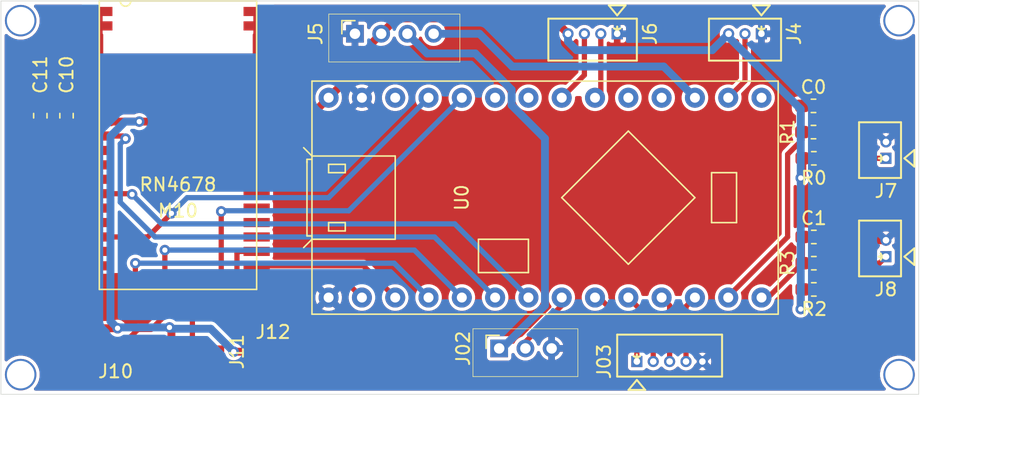
<source format=kicad_pcb>
(kicad_pcb (version 20171130) (host pcbnew "(5.1.10)-1")

  (general
    (thickness 1.6)
    (drawings 6)
    (tracks 162)
    (zones 0)
    (modules 24)
    (nets 48)
  )

  (page User 200 200)
  (title_block
    (title "Spectrometer Multi-Board System")
    (date 2021-05-28)
    (rev 1.0)
    (company "Team Spectrometer")
  )

  (layers
    (0 F.Cu signal)
    (31 B.Cu signal hide)
    (32 B.Adhes user hide)
    (33 F.Adhes user hide)
    (34 B.Paste user hide)
    (35 F.Paste user hide)
    (36 B.SilkS user hide)
    (37 F.SilkS user hide)
    (38 B.Mask user hide)
    (39 F.Mask user hide)
    (40 Dwgs.User user hide)
    (41 Cmts.User user)
    (42 Eco1.User user hide)
    (43 Eco2.User user hide)
    (44 Edge.Cuts user)
    (45 Margin user hide)
    (46 B.CrtYd user hide)
    (47 F.CrtYd user)
    (48 B.Fab user hide)
    (49 F.Fab user hide)
  )

  (setup
    (last_trace_width 0.4)
    (trace_clearance 0.2)
    (zone_clearance 0.254)
    (zone_45_only no)
    (trace_min 0.2)
    (via_size 0.8)
    (via_drill 0.4)
    (via_min_size 0.4)
    (via_min_drill 0.3)
    (uvia_size 0.3)
    (uvia_drill 0.1)
    (uvias_allowed no)
    (uvia_min_size 0.2)
    (uvia_min_drill 0.1)
    (edge_width 0.05)
    (segment_width 0.2)
    (pcb_text_width 0.3)
    (pcb_text_size 1.5 1.5)
    (mod_edge_width 0.12)
    (mod_text_size 1 1)
    (mod_text_width 0.15)
    (pad_size 0.85 0.85)
    (pad_drill 0.5)
    (pad_to_mask_clearance 0.051)
    (solder_mask_min_width 0.25)
    (aux_axis_origin 0 0)
    (visible_elements 7FFFFFFF)
    (pcbplotparams
      (layerselection 0x012fc_ffffffff)
      (usegerberextensions false)
      (usegerberattributes false)
      (usegerberadvancedattributes false)
      (creategerberjobfile false)
      (excludeedgelayer true)
      (linewidth 0.100000)
      (plotframeref false)
      (viasonmask false)
      (mode 1)
      (useauxorigin false)
      (hpglpennumber 1)
      (hpglpenspeed 20)
      (hpglpendiameter 15.000000)
      (psnegative false)
      (psa4output false)
      (plotreference true)
      (plotvalue true)
      (plotinvisibletext false)
      (padsonsilk false)
      (subtractmaskfromsilk false)
      (outputformat 4)
      (mirror false)
      (drillshape 0)
      (scaleselection 1)
      (outputdirectory "./"))
  )

  (net 0 "")
  (net 1 GND)
  (net 2 +BATT)
  (net 3 +3V3)
  (net 4 /BT_Status)
  (net 5 /BT_Wake)
  (net 6 /BT_Power)
  (net 7 "Net-(C11-Pad2)")
  (net 8 /BT_Rx)
  (net 9 /BT_Tx)
  (net 10 /BT_Reset)
  (net 11 /BT_CTS)
  (net 12 /BT_RTS)
  (net 13 "Net-(C0-Pad1)")
  (net 14 "Net-(C1-Pad1)")
  (net 15 +5V)
  (net 16 "Net-(J4-Pad2)")
  (net 17 "Net-(J6-Pad3)")
  (net 18 "Net-(J6-Pad2)")
  (net 19 "Net-(J7-Pad1)")
  (net 20 "Net-(J8-Pad1)")
  (net 21 "Net-(J02-Pad2)")
  (net 22 "Net-(J03-Pad4)")
  (net 23 "Net-(J03-Pad3)")
  (net 24 "Net-(J03-Pad2)")
  (net 25 "Net-(J03-Pad1)")
  (net 26 "Net-(M10-Pad14)")
  (net 27 "Net-(M10-Pad13)")
  (net 28 "Net-(M10-Pad11)")
  (net 29 "Net-(M10-Pad10)")
  (net 30 "Net-(M10-Pad8)")
  (net 31 "Net-(M10-Pad28)")
  (net 32 "Net-(M10-Pad25)")
  (net 33 "Net-(M10-Pad29)")
  (net 34 "Net-(M10-Pad24)")
  (net 35 "Net-(M10-Pad30)")
  (net 36 "Net-(M10-Pad27)")
  (net 37 "Net-(M10-Pad26)")
  (net 38 "Net-(M10-Pad16)")
  (net 39 "Net-(U0-Pad21)")
  (net 40 "Net-(U0-Pad3.3V_2)")
  (net 41 "Net-(U0-Pad20)")
  (net 42 "Net-(U0-Pad13)")
  (net 43 "Net-(U0-Pad16)")
  (net 44 "Net-(U0-Pad17)")
  (net 45 "Net-(J10-Pad3)")
  (net 46 "Net-(J11-Pad3)")
  (net 47 "Net-(J12-Pad3)")

  (net_class Default "This is the default net class."
    (clearance 0.2)
    (trace_width 0.4)
    (via_dia 0.8)
    (via_drill 0.4)
    (uvia_dia 0.3)
    (uvia_drill 0.1)
    (add_net /BT_CTS)
    (add_net /BT_Power)
    (add_net /BT_RTS)
    (add_net /BT_Reset)
    (add_net /BT_Rx)
    (add_net /BT_Status)
    (add_net /BT_Tx)
    (add_net /BT_Wake)
    (add_net "Net-(C0-Pad1)")
    (add_net "Net-(C1-Pad1)")
    (add_net "Net-(C11-Pad2)")
    (add_net "Net-(J02-Pad2)")
    (add_net "Net-(J03-Pad1)")
    (add_net "Net-(J03-Pad2)")
    (add_net "Net-(J03-Pad3)")
    (add_net "Net-(J03-Pad4)")
    (add_net "Net-(J10-Pad3)")
    (add_net "Net-(J11-Pad3)")
    (add_net "Net-(J12-Pad3)")
    (add_net "Net-(J4-Pad2)")
    (add_net "Net-(J6-Pad2)")
    (add_net "Net-(J6-Pad3)")
    (add_net "Net-(J7-Pad1)")
    (add_net "Net-(J8-Pad1)")
    (add_net "Net-(M10-Pad10)")
    (add_net "Net-(M10-Pad11)")
    (add_net "Net-(M10-Pad13)")
    (add_net "Net-(M10-Pad14)")
    (add_net "Net-(M10-Pad16)")
    (add_net "Net-(M10-Pad24)")
    (add_net "Net-(M10-Pad25)")
    (add_net "Net-(M10-Pad26)")
    (add_net "Net-(M10-Pad27)")
    (add_net "Net-(M10-Pad28)")
    (add_net "Net-(M10-Pad29)")
    (add_net "Net-(M10-Pad30)")
    (add_net "Net-(M10-Pad8)")
    (add_net "Net-(U0-Pad13)")
    (add_net "Net-(U0-Pad16)")
    (add_net "Net-(U0-Pad17)")
    (add_net "Net-(U0-Pad20)")
    (add_net "Net-(U0-Pad21)")
    (add_net "Net-(U0-Pad3.3V_2)")
  )

  (net_class Analog ""
    (clearance 0.2)
    (trace_width 0.6)
    (via_dia 0.8)
    (via_drill 0.4)
    (uvia_dia 0.3)
    (uvia_drill 0.1)
  )

  (net_class Power ""
    (clearance 0.2)
    (trace_width 0.6)
    (via_dia 0.8)
    (via_drill 0.4)
    (uvia_dia 0.3)
    (uvia_drill 0.1)
    (add_net +3V3)
    (add_net +5V)
    (add_net +BATT)
    (add_net GND)
  )

  (module spectrometer_core:M2_mounting (layer F.Cu) (tedit 60DA2D85) (tstamp 60DA9E56)
    (at 93.5 125)
    (fp_text reference REF** (at 0 0) (layer F.Fab) hide
      (effects (font (size 1 1) (thickness 0.15)))
    )
    (fp_text value M2_mounting (at 0 -2) (layer F.Fab)
      (effects (font (size 1 1) (thickness 0.15)))
    )
    (pad "" np_thru_hole circle (at 0 0) (size 2.4 2.4) (drill 2.1) (layers *.Cu *.Mask)
      (zone_connect 0))
  )

  (module spectrometer_core:M2_mounting (layer F.Cu) (tedit 60DA2D85) (tstamp 60DA9E56)
    (at 160.5 125)
    (fp_text reference REF** (at 0 0) (layer F.Fab) hide
      (effects (font (size 1 1) (thickness 0.15)))
    )
    (fp_text value M2_mounting (at 0 -2) (layer F.Fab)
      (effects (font (size 1 1) (thickness 0.15)))
    )
    (pad "" np_thru_hole circle (at 0 0) (size 2.4 2.4) (drill 2.1) (layers *.Cu *.Mask)
      (zone_connect 0))
  )

  (module spectrometer_core:M2_mounting (layer F.Cu) (tedit 60DA2D85) (tstamp 60DA9E56)
    (at 160.5 98)
    (fp_text reference REF** (at 0 0) (layer F.Fab) hide
      (effects (font (size 1 1) (thickness 0.15)))
    )
    (fp_text value M2_mounting (at 0 -2) (layer F.Fab)
      (effects (font (size 1 1) (thickness 0.15)))
    )
    (pad "" np_thru_hole circle (at 0 0) (size 2.4 2.4) (drill 2.1) (layers *.Cu *.Mask)
      (zone_connect 0))
  )

  (module spectrometer_core:M2_mounting (layer F.Cu) (tedit 60DA2D85) (tstamp 60DA9E55)
    (at 93.5 98)
    (fp_text reference REF** (at 0 0) (layer F.Fab) hide
      (effects (font (size 1 1) (thickness 0.15)))
    )
    (fp_text value M2_mounting (at 0 -2) (layer F.Fab)
      (effects (font (size 1 1) (thickness 0.15)))
    )
    (pad "" np_thru_hole circle (at 0 0) (size 2.4 2.4) (drill 2.1) (layers *.Cu *.Mask)
      (zone_connect 0))
  )

  (module spectrometer_core:RN4678 (layer F.Cu) (tedit 60BE5716) (tstamp 60BABACE)
    (at 105.5 118.5)
    (path /60936A7D)
    (fp_text reference M10 (at 0 -6) (layer F.SilkS)
      (effects (font (size 1 1) (thickness 0.15)))
    )
    (fp_text value RN4678 (at 0 -8) (layer F.Fab)
      (effects (font (size 1 1) (thickness 0.15)))
    )
    (fp_line (start 3.2 -18) (end -6 -18) (layer F.Fab) (width 0.12))
    (fp_line (start 5.2 -18) (end 6 -18) (layer F.Fab) (width 0.12))
    (fp_line (start 5.2 -16) (end 5.2 -18) (layer F.Fab) (width 0.12))
    (fp_line (start 3.2 -16) (end 5.2 -16) (layer F.Fab) (width 0.12))
    (fp_line (start 3.2 -18) (end 3.2 -16) (layer F.Fab) (width 0.12))
    (fp_line (start -6 0) (end -6 -22) (layer F.SilkS) (width 0.12))
    (fp_line (start 6 0) (end -6 0) (layer F.SilkS) (width 0.12))
    (fp_line (start 6 -22) (end 6 0) (layer F.SilkS) (width 0.12))
    (fp_line (start -6 -22) (end 6 -22) (layer F.SilkS) (width 0.12))
    (fp_line (start -6 -18) (end -10.7 -18) (layer F.Fab) (width 0.12))
    (fp_line (start -10.7 -18) (end -10.1 -17.6) (layer F.Fab) (width 0.12))
    (fp_line (start -10.1 -17.6) (end -10.1 -18.4) (layer F.Fab) (width 0.12))
    (fp_line (start -10.1 -18.4) (end -10.7 -18) (layer F.Fab) (width 0.12))
    (fp_line (start 6 -18) (end 12.4 -18) (layer F.Fab) (width 0.12))
    (fp_line (start 12.4 -18) (end 11.8 -18.4) (layer F.Fab) (width 0.12))
    (fp_line (start 11.8 -18.4) (end 11.8 -17.6) (layer F.Fab) (width 0.12))
    (fp_line (start 11.8 -17.6) (end 12.4 -18) (layer F.Fab) (width 0.12))
    (fp_line (start 6 -18) (end 6 -22) (layer B.Fab) (width 0.12))
    (fp_line (start 6 -22) (end -6 -22) (layer B.Fab) (width 0.12))
    (fp_line (start -6 -22) (end -6 -18) (layer B.Fab) (width 0.12))
    (fp_line (start -6 -18) (end 6 -18) (layer B.Fab) (width 0.12))
    (fp_line (start 1.9 -21.4) (end 2.5 -21.4) (layer F.Fab) (width 0.12))
    (fp_line (start 2.5 -21.4) (end 2.5 -21.8) (layer F.Fab) (width 0.12))
    (fp_line (start 2.5 -21.8) (end 2.4 -21.6) (layer F.Fab) (width 0.12))
    (fp_line (start 2.4 -21.6) (end 2.6 -21.6) (layer F.Fab) (width 0.12))
    (fp_line (start 2.6 -21.6) (end 2.5 -21.8) (layer F.Fab) (width 0.12))
    (fp_line (start -2.5 -21.8) (end -2.5 -21.6) (layer F.Fab) (width 0.12))
    (fp_line (start -2.5 -21.6) (end -2.6 -21.6) (layer F.Fab) (width 0.12))
    (fp_line (start -2.6 -21.6) (end -2.5 -21.8) (layer F.Fab) (width 0.12))
    (fp_line (start -2.5 -21.8) (end -2.4 -21.6) (layer F.Fab) (width 0.12))
    (fp_line (start -2.4 -21.6) (end -2.5 -21.6) (layer F.Fab) (width 0.12))
    (fp_line (start -2.5 -21.6) (end -2.5 -21.4) (layer F.Fab) (width 0.12))
    (fp_line (start -2.5 -21.4) (end -1.9 -21.4) (layer F.Fab) (width 0.12))
    (fp_line (start -10.75 -18.75) (end -10.75 -17.3) (layer F.Fab) (width 0.12))
    (fp_line (start -10.75 -17.3) (end -10.75 -17.25) (layer F.Fab) (width 0.12))
    (fp_line (start 12.45 -18.75) (end 12.45 -17.3) (layer F.Fab) (width 0.12))
    (fp_line (start -7.35 -22) (end 7.15 -22) (layer F.CrtYd) (width 0.12))
    (fp_line (start 7.15 -22) (end 7.15 1.25) (layer F.CrtYd) (width 0.12))
    (fp_line (start 7.15 1.25) (end -7.35 1.25) (layer F.CrtYd) (width 0.12))
    (fp_line (start -7.35 1.25) (end -7.35 -22) (layer F.CrtYd) (width 0.12))
    (fp_text user "PCB Edge" (at 0 -21.4) (layer F.Fab)
      (effects (font (size 0.5 0.5) (thickness 0.1) italic))
    )
    (fp_text user RN4678 (at 0 -8) (layer F.SilkS)
      (effects (font (size 1 1) (thickness 0.15)))
    )
    (fp_arc (start -4 -22) (end -4.4 -22) (angle -180) (layer F.SilkS) (width 0.12))
    (fp_text user "No Cu" (at 0 -18.7) (layer F.Fab)
      (effects (font (size 1 1) (thickness 0.15) italic))
    )
    (fp_text user "No Cu" (at 0 -18.7) (layer F.Fab)
      (effects (font (size 1 1) (thickness 0.15) italic))
    )
    (pad 14 smd rect (at -6 -1.8) (size 2 0.7) (layers F.Cu F.Paste F.Mask)
      (net 26 "Net-(M10-Pad14)"))
    (pad 13 smd rect (at -6 -2.9) (size 2 0.7) (layers F.Cu F.Paste F.Mask)
      (net 27 "Net-(M10-Pad13)"))
    (pad 12 smd rect (at -6 -4) (size 2 0.7) (layers F.Cu F.Paste F.Mask)
      (net 4 /BT_Status))
    (pad 11 smd rect (at -6 -5.1) (size 2 0.7) (layers F.Cu F.Paste F.Mask)
      (net 28 "Net-(M10-Pad11)"))
    (pad 10 smd rect (at -6 -6.2) (size 2 0.7) (layers F.Cu F.Paste F.Mask)
      (net 29 "Net-(M10-Pad10)"))
    (pad 9 smd rect (at -6 -7.3) (size 2 0.7) (layers F.Cu F.Paste F.Mask)
      (net 5 /BT_Wake))
    (pad 5 smd rect (at -6 -11.7) (size 2 0.7) (layers F.Cu F.Paste F.Mask)
      (net 6 /BT_Power))
    (pad 6 smd rect (at -6 -10.6) (size 2 0.7) (layers F.Cu F.Paste F.Mask)
      (net 7 "Net-(C11-Pad2)"))
    (pad 8 smd rect (at -6 -8.4) (size 2 0.7) (layers F.Cu F.Paste F.Mask)
      (net 30 "Net-(M10-Pad8)"))
    (pad 7 smd rect (at -6 -9.5) (size 2 0.7) (layers F.Cu F.Paste F.Mask)
      (net 7 "Net-(C11-Pad2)"))
    (pad 4 smd rect (at -6 -12.8) (size 2 0.7) (layers F.Cu F.Paste F.Mask)
      (net 3 +3V3))
    (pad 2 smd rect (at -6 -20.1) (size 2 0.7) (layers F.Cu F.Paste F.Mask)
      (net 1 GND))
    (pad 3 smd rect (at -6 -13.9) (size 2 0.7) (layers F.Cu F.Paste F.Mask)
      (net 1 GND))
    (pad 1 smd rect (at -6 -21.2) (size 2 0.7) (layers F.Cu F.Paste F.Mask)
      (net 1 GND))
    (pad 28 smd rect (at 6 -8.4) (size 2 0.7) (layers F.Cu F.Paste F.Mask)
      (net 31 "Net-(M10-Pad28)"))
    (pad 32 smd rect (at 6 -20.1) (size 2 0.7) (layers F.Cu F.Paste F.Mask)
      (net 1 GND))
    (pad 33 smd rect (at 6 -21.2) (size 2 0.7) (layers F.Cu F.Paste F.Mask)
      (net 1 GND))
    (pad 31 smd rect (at 6 -11.7) (size 2 0.7) (layers F.Cu F.Paste F.Mask)
      (net 1 GND))
    (pad 22 smd rect (at 6 -1.8) (size 2 0.7) (layers F.Cu F.Paste F.Mask)
      (net 8 /BT_Rx))
    (pad 25 smd rect (at 6 -5.1) (size 2 0.7) (layers F.Cu F.Paste F.Mask)
      (net 32 "Net-(M10-Pad25)"))
    (pad 29 smd rect (at 6 -9.5) (size 2 0.7) (layers F.Cu F.Paste F.Mask)
      (net 33 "Net-(M10-Pad29)"))
    (pad 24 smd rect (at 6 -4) (size 2 0.7) (layers F.Cu F.Paste F.Mask)
      (net 34 "Net-(M10-Pad24)"))
    (pad 30 smd rect (at 6 -10.6) (size 2 0.7) (layers F.Cu F.Paste F.Mask)
      (net 35 "Net-(M10-Pad30)"))
    (pad 27 smd rect (at 6 -7.3) (size 2 0.7) (layers F.Cu F.Paste F.Mask)
      (net 36 "Net-(M10-Pad27)"))
    (pad 26 smd rect (at 6 -6.2) (size 2 0.7) (layers F.Cu F.Paste F.Mask)
      (net 37 "Net-(M10-Pad26)"))
    (pad 23 smd rect (at 6 -2.9) (size 2 0.7) (layers F.Cu F.Paste F.Mask)
      (net 9 /BT_Tx))
    (pad 21 smd rect (at 3.3 0 90) (size 2 0.7) (layers F.Cu F.Paste F.Mask)
      (net 10 /BT_Reset))
    (pad 18 smd rect (at 0 0 90) (size 2 0.7) (layers F.Cu F.Paste F.Mask)
      (net 45 "Net-(J10-Pad3)"))
    (pad 15 smd rect (at -3.3 0 90) (size 2 0.7) (layers F.Cu F.Paste F.Mask)
      (net 11 /BT_CTS))
    (pad 19 smd rect (at 1.1 0 90) (size 2 0.7) (layers F.Cu F.Paste F.Mask)
      (net 46 "Net-(J11-Pad3)"))
    (pad 17 smd rect (at -1.1 0 90) (size 2 0.7) (layers F.Cu F.Paste F.Mask)
      (net 12 /BT_RTS))
    (pad 16 smd rect (at -2.2 0 90) (size 2 0.7) (layers F.Cu F.Paste F.Mask)
      (net 38 "Net-(M10-Pad16)"))
    (pad 20 smd rect (at 2.2 0 90) (size 2 0.7) (layers F.Cu F.Paste F.Mask)
      (net 47 "Net-(J12-Pad3)"))
  )

  (module spectrometer_core:Jumper3_0603 (layer F.Cu) (tedit 60BE8096) (tstamp 60BEC4A2)
    (at 100.75 123.25 90)
    (path /60C614C2)
    (fp_text reference J10 (at -1.5 0 180) (layer F.SilkS)
      (effects (font (size 1 1) (thickness 0.15)))
    )
    (fp_text value Jmp3 (at 0 -3.35 90) (layer F.Fab)
      (effects (font (size 1 1) (thickness 0.15)))
    )
    (fp_line (start -0.75 -2.5) (end 0.75 -2.5) (layer F.CrtYd) (width 0.06))
    (fp_line (start 0.75 -2.5) (end 0.75 0.75) (layer F.CrtYd) (width 0.06))
    (fp_line (start 0.75 0.75) (end -0.75 0.75) (layer F.CrtYd) (width 0.06))
    (fp_line (start -0.75 -2.5) (end -0.75 0.75) (layer F.CrtYd) (width 0.06))
    (fp_line (start -0.75 -0.75) (end 0.75 -0.75) (layer F.CrtYd) (width 0.06))
    (fp_line (start 0.75 -0.75) (end 0.75 2.5) (layer F.CrtYd) (width 0.06))
    (fp_line (start 0.75 2.5) (end -0.75 2.5) (layer F.CrtYd) (width 0.06))
    (fp_line (start -0.75 2.5) (end -0.75 -0.75) (layer F.CrtYd) (width 0.06))
    (pad 2 smd rect (at 0 1.75 90) (size 0.95 1.05) (layers F.Cu F.Paste F.Mask)
      (net 1 GND))
    (pad 3 smd rect (at 0 0 90) (size 0.95 1.05) (layers F.Cu F.Paste F.Mask)
      (net 45 "Net-(J10-Pad3)"))
    (pad 1 smd rect (at 0 -1.75 90) (size 0.95 1.05) (layers F.Cu F.Paste F.Mask)
      (net 3 +3V3))
  )

  (module spectrometer_core:Jumper3_0603 (layer F.Cu) (tedit 60BE8096) (tstamp 60BEC4B0)
    (at 112.75 123.25 90)
    (path /60C6346B)
    (fp_text reference J12 (at 1.5 0 180) (layer F.SilkS)
      (effects (font (size 1 1) (thickness 0.15)))
    )
    (fp_text value Jmp3 (at 0 -3.35 90) (layer F.Fab)
      (effects (font (size 1 1) (thickness 0.15)))
    )
    (fp_line (start -0.75 -2.5) (end 0.75 -2.5) (layer F.CrtYd) (width 0.06))
    (fp_line (start 0.75 -2.5) (end 0.75 0.75) (layer F.CrtYd) (width 0.06))
    (fp_line (start 0.75 0.75) (end -0.75 0.75) (layer F.CrtYd) (width 0.06))
    (fp_line (start -0.75 -2.5) (end -0.75 0.75) (layer F.CrtYd) (width 0.06))
    (fp_line (start -0.75 -0.75) (end 0.75 -0.75) (layer F.CrtYd) (width 0.06))
    (fp_line (start 0.75 -0.75) (end 0.75 2.5) (layer F.CrtYd) (width 0.06))
    (fp_line (start 0.75 2.5) (end -0.75 2.5) (layer F.CrtYd) (width 0.06))
    (fp_line (start -0.75 2.5) (end -0.75 -0.75) (layer F.CrtYd) (width 0.06))
    (pad 2 smd rect (at 0 1.75 90) (size 0.95 1.05) (layers F.Cu F.Paste F.Mask)
      (net 1 GND))
    (pad 3 smd rect (at 0 0 90) (size 0.95 1.05) (layers F.Cu F.Paste F.Mask)
      (net 47 "Net-(J12-Pad3)"))
    (pad 1 smd rect (at 0 -1.75 90) (size 0.95 1.05) (layers F.Cu F.Paste F.Mask)
      (net 3 +3V3))
  )

  (module spectrometer_core:Jumper3_0603 (layer F.Cu) (tedit 60BE8096) (tstamp 60BEC4A9)
    (at 106.75 123.25 90)
    (path /60C62804)
    (fp_text reference J11 (at 0 3.25 90) (layer F.SilkS)
      (effects (font (size 1 1) (thickness 0.15)))
    )
    (fp_text value Jmp3 (at 0 -3.35 90) (layer F.Fab)
      (effects (font (size 1 1) (thickness 0.15)))
    )
    (fp_line (start -0.75 -2.5) (end 0.75 -2.5) (layer F.CrtYd) (width 0.06))
    (fp_line (start 0.75 -2.5) (end 0.75 0.75) (layer F.CrtYd) (width 0.06))
    (fp_line (start 0.75 0.75) (end -0.75 0.75) (layer F.CrtYd) (width 0.06))
    (fp_line (start -0.75 -2.5) (end -0.75 0.75) (layer F.CrtYd) (width 0.06))
    (fp_line (start -0.75 -0.75) (end 0.75 -0.75) (layer F.CrtYd) (width 0.06))
    (fp_line (start 0.75 -0.75) (end 0.75 2.5) (layer F.CrtYd) (width 0.06))
    (fp_line (start 0.75 2.5) (end -0.75 2.5) (layer F.CrtYd) (width 0.06))
    (fp_line (start -0.75 2.5) (end -0.75 -0.75) (layer F.CrtYd) (width 0.06))
    (pad 2 smd rect (at 0 1.75 90) (size 0.95 1.05) (layers F.Cu F.Paste F.Mask)
      (net 1 GND))
    (pad 3 smd rect (at 0 0 90) (size 0.95 1.05) (layers F.Cu F.Paste F.Mask)
      (net 46 "Net-(J11-Pad3)"))
    (pad 1 smd rect (at 0 -1.75 90) (size 0.95 1.05) (layers F.Cu F.Paste F.Mask)
      (net 3 +3V3))
  )

  (module spectrometer_core:1x03_Vert_P2.00_Molex_Micro-Latch (layer F.Cu) (tedit 60BE56CB) (tstamp 60BAC1E9)
    (at 132 123 270)
    (path /60F2F893)
    (fp_text reference J02 (at 0 4.75 270) (layer F.SilkS)
      (effects (font (size 1 1) (thickness 0.15)))
    )
    (fp_text value C_01x03 (at 0 6.25 270) (layer F.Fab)
      (effects (font (size 1 1) (thickness 0.15)))
    )
    (fp_line (start -1.5 -4) (end 2.15 -4) (layer F.SilkS) (width 0.05))
    (fp_line (start -1.5 4) (end 2.15 4) (layer F.SilkS) (width 0.05))
    (fp_line (start -1.5 -4) (end -1.5 4) (layer F.SilkS) (width 0.05))
    (fp_line (start 2.15 4) (end 2.15 -4) (layer F.SilkS) (width 0.05))
    (fp_line (start -0.25 -0.25) (end -0.25 0.25) (layer F.Fab) (width 0.1))
    (fp_line (start -0.25 -2.25) (end -0.25 -1.75) (layer F.Fab) (width 0.1))
    (fp_line (start -0.25 1.75) (end -0.25 2.25) (layer F.Fab) (width 0.1))
    (fp_line (start -1 3) (end 0 3) (layer F.SilkS) (width 0.12))
    (fp_line (start -1 3) (end -1 2) (layer F.SilkS) (width 0.12))
    (fp_line (start -2 -4.5) (end 2.65 -4.5) (layer F.CrtYd) (width 0.08))
    (fp_line (start -2 -4.5) (end -2 4.5) (layer F.CrtYd) (width 0.08))
    (fp_line (start 2.65 -4.5) (end 2.65 4.5) (layer F.CrtYd) (width 0.08))
    (fp_line (start 2.65 4.5) (end -2 4.5) (layer F.CrtYd) (width 0.08))
    (pad 2 thru_hole oval (at 0 0 270) (size 1.35 1.35) (drill 0.8) (layers *.Cu *.Mask)
      (net 21 "Net-(J02-Pad2)"))
    (pad 3 thru_hole oval (at 0 -2 270) (size 1.35 1.35) (drill 0.8) (layers *.Cu *.Mask)
      (net 1 GND))
    (pad 1 thru_hole rect (at 0 2 270) (size 1.35 1.35) (drill 0.8) (layers *.Cu *.Mask)
      (net 15 +5V))
  )

  (module spectrometer_core:1x04_Vert_P2.00_Molex_Micro-Latch (layer F.Cu) (tedit 60BE56A2) (tstamp 60BAC26B)
    (at 122 99 270)
    (path /61512EDC)
    (fp_text reference J5 (at 0 6 270) (layer F.SilkS)
      (effects (font (size 1 1) (thickness 0.15)))
    )
    (fp_text value C_01x04 (at 0 7.5 270) (layer F.Fab)
      (effects (font (size 1 1) (thickness 0.15)))
    )
    (fp_line (start -0.25 0.75) (end -0.25 1.25) (layer F.Fab) (width 0.1))
    (fp_line (start -1 4) (end 0 4) (layer F.SilkS) (width 0.12))
    (fp_line (start -1 4) (end -1 3) (layer F.SilkS) (width 0.12))
    (fp_line (start -1.5 -5) (end -1.5 5) (layer F.SilkS) (width 0.05))
    (fp_line (start 2.15 5) (end 2.15 -5) (layer F.SilkS) (width 0.05))
    (fp_line (start -1.5 -5) (end 2.15 -5) (layer F.SilkS) (width 0.05))
    (fp_line (start -0.25 2.75) (end -0.25 3.25) (layer F.Fab) (width 0.1))
    (fp_line (start -0.25 -1.25) (end -0.25 -0.75) (layer F.Fab) (width 0.1))
    (fp_line (start -1.5 5) (end 2.15 5) (layer F.SilkS) (width 0.05))
    (fp_line (start -2 -5.5) (end 2.65 -5.5) (layer F.CrtYd) (width 0.08))
    (fp_line (start 2.65 -5.5) (end 2.65 5.5) (layer F.CrtYd) (width 0.08))
    (fp_line (start -2 5.5) (end 2.65 5.5) (layer F.CrtYd) (width 0.08))
    (fp_line (start -2 -5.5) (end -2 5.5) (layer F.CrtYd) (width 0.08))
    (pad 1 thru_hole rect (at 0 3 270) (size 1.35 1.35) (drill 0.8) (layers *.Cu *.Mask)
      (net 1 GND))
    (pad 2 thru_hole oval (at 0 1 270) (size 1.35 1.35) (drill 0.8) (layers *.Cu *.Mask)
      (net 3 +3V3))
    (pad 3 thru_hole oval (at 0 -1 270) (size 1.35 1.35) (drill 0.8) (layers *.Cu *.Mask)
      (net 15 +5V))
    (pad 4 thru_hole oval (at 0 -3 270) (size 1.35 1.35) (drill 0.8) (layers *.Cu *.Mask)
      (net 2 +BATT))
  )

  (module spectrometer_core:TeensyLC_Inline (layer F.Cu) (tedit 60BE5790) (tstamp 60BABC95)
    (at 133.5 111.5 90)
    (path /6093807C)
    (fp_text reference U0 (at 0 -6.35 90) (layer F.SilkS)
      (effects (font (size 1 1) (thickness 0.15)))
    )
    (fp_text value TeensyLC_Inline (at 0 -19.685 90) (layer F.Fab)
      (effects (font (size 1 1) (thickness 0.15)))
    )
    (fp_line (start 1.905 14.605) (end 1.905 12.7) (layer F.SilkS) (width 0.12))
    (fp_line (start -2.54 -16.51) (end -2.54 -15.24) (layer F.SilkS) (width 0.12))
    (fp_line (start -1.905 -15.24) (end -1.905 -16.51) (layer F.SilkS) (width 0.12))
    (fp_line (start -8.89 -17.78) (end -8.89 17.78) (layer F.SilkS) (width 0.12))
    (fp_line (start -2.54 -15.24) (end -1.905 -15.24) (layer F.SilkS) (width 0.12))
    (fp_line (start 2.54 -15.24) (end 2.54 -16.51) (layer F.SilkS) (width 0.12))
    (fp_line (start 0 1.27) (end -5.08 6.35) (layer F.SilkS) (width 0.12))
    (fp_line (start 3.175 -17.78) (end 3.81 -18.415) (layer F.SilkS) (width 0.12))
    (fp_line (start -3.175 -5.08) (end -5.715 -5.08) (layer F.SilkS) (width 0.12))
    (fp_line (start 3.175 -17.78) (end 3.175 -11.43) (layer F.SilkS) (width 0.12))
    (fp_line (start 2.54 -16.51) (end 1.905 -16.51) (layer F.SilkS) (width 0.12))
    (fp_line (start 3.175 -11.43) (end -3.175 -11.43) (layer F.SilkS) (width 0.12))
    (fp_line (start 2.921 -18.161) (end 2.921 -17.78) (layer F.SilkS) (width 0.12))
    (fp_line (start 8.89 17.78) (end 8.89 -17.78) (layer F.SilkS) (width 0.12))
    (fp_line (start 8.89 -17.78) (end -8.89 -17.78) (layer F.SilkS) (width 0.12))
    (fp_line (start -2.921 -18.161) (end 2.794 -18.161) (layer F.SilkS) (width 0.12))
    (fp_line (start 2.921 -18.161) (end 2.667 -18.161) (layer F.SilkS) (width 0.12))
    (fp_line (start -1.905 12.7) (end -1.905 14.605) (layer F.SilkS) (width 0.12))
    (fp_line (start 1.905 -16.51) (end 1.905 -15.24) (layer F.SilkS) (width 0.12))
    (fp_line (start 1.905 -15.24) (end 2.54 -15.24) (layer F.SilkS) (width 0.12))
    (fp_line (start 5.08 6.35) (end 0 1.27) (layer F.SilkS) (width 0.12))
    (fp_line (start 0 11.43) (end 5.08 6.35) (layer F.SilkS) (width 0.12))
    (fp_line (start -1.905 14.605) (end 1.905 14.605) (layer F.SilkS) (width 0.12))
    (fp_line (start -5.715 -5.08) (end -5.715 -1.27) (layer F.SilkS) (width 0.12))
    (fp_line (start -3.175 -11.43) (end -3.175 -17.78) (layer F.SilkS) (width 0.12))
    (fp_line (start -1.905 -16.51) (end -2.54 -16.51) (layer F.SilkS) (width 0.12))
    (fp_line (start -3.175 -1.27) (end -3.175 -5.08) (layer F.SilkS) (width 0.12))
    (fp_line (start -2.921 -17.78) (end -2.921 -18.161) (layer F.SilkS) (width 0.12))
    (fp_line (start -3.175 -17.78) (end -3.81 -18.415) (layer F.SilkS) (width 0.12))
    (fp_line (start 1.905 12.7) (end -1.905 12.7) (layer F.SilkS) (width 0.12))
    (fp_line (start -5.08 6.35) (end 0 11.43) (layer F.SilkS) (width 0.12))
    (fp_line (start -8.89 17.78) (end 8.89 17.78) (layer F.SilkS) (width 0.12))
    (fp_line (start -5.715 -1.27) (end -3.175 -1.27) (layer F.SilkS) (width 0.12))
    (fp_line (start -8.85 -17.75) (end 8.9 -17.75) (layer F.CrtYd) (width 0.12))
    (fp_line (start 8.9 -17.75) (end 8.9 17.75) (layer F.CrtYd) (width 0.12))
    (fp_line (start 8.9 17.75) (end -8.85 17.75) (layer F.CrtYd) (width 0.12))
    (fp_line (start -8.85 17.75) (end -8.85 -17.75) (layer F.CrtYd) (width 0.12))
    (pad 21 thru_hole circle (at 7.62 -3.81 90) (size 1.524 1.524) (drill 0.762) (layers *.Cu *.Mask)
      (net 39 "Net-(U0-Pad21)"))
    (pad 11 thru_hole circle (at -7.62 13.97 90) (size 1.524 1.524) (drill 0.762) (layers *.Cu *.Mask)
      (net 13 "Net-(C0-Pad1)"))
    (pad 3.3V_2 thru_hole circle (at 7.62 -11.43 90) (size 1.524 1.524) (drill 0.762) (layers *.Cu *.Mask)
      (net 40 "Net-(U0-Pad3.3V_2)"))
    (pad 8 thru_hole circle (at -7.62 6.35 90) (size 1.524 1.524) (drill 0.762) (layers *.Cu *.Mask)
      (net 24 "Net-(J03-Pad2)"))
    (pad 20 thru_hole circle (at 7.62 -1.27 90) (size 1.524 1.524) (drill 0.762) (layers *.Cu *.Mask)
      (net 41 "Net-(U0-Pad20)"))
    (pad 13 thru_hole circle (at 7.62 16.51 90) (size 1.524 1.524) (drill 0.762) (layers *.Cu *.Mask)
      (net 42 "Net-(U0-Pad13)"))
    (pad 16 thru_hole circle (at 7.62 8.89 90) (size 1.524 1.524) (drill 0.762) (layers *.Cu *.Mask)
      (net 43 "Net-(U0-Pad16)"))
    (pad 12 thru_hole circle (at -7.62 16.51 90) (size 1.524 1.524) (drill 0.762) (layers *.Cu *.Mask)
      (net 14 "Net-(C1-Pad1)"))
    (pad 4 thru_hole circle (at -7.62 -3.81 90) (size 1.524 1.524) (drill 0.762) (layers *.Cu *.Mask)
      (net 6 /BT_Power))
    (pad VIN thru_hole circle (at 7.62 -16.51 90) (size 1.524 1.524) (drill 0.762) (layers *.Cu *.Mask)
      (net 3 +3V3))
    (pad 14 thru_hole circle (at 7.62 13.97 90) (size 1.524 1.524) (drill 0.762) (layers *.Cu *.Mask)
      (net 16 "Net-(J4-Pad2)"))
    (pad 10 thru_hole circle (at -7.62 11.43 90) (size 1.524 1.524) (drill 0.762) (layers *.Cu *.Mask)
      (net 22 "Net-(J03-Pad4)"))
    (pad 7 thru_hole circle (at -7.62 3.81 90) (size 1.524 1.524) (drill 0.762) (layers *.Cu *.Mask)
      (net 25 "Net-(J03-Pad1)"))
    (pad 1 thru_hole circle (at -7.62 -11.43 90) (size 1.524 1.524) (drill 0.762) (layers *.Cu *.Mask)
      (net 8 /BT_Rx))
    (pad 0 thru_hole circle (at -7.62 -13.97 90) (size 1.524 1.524) (drill 0.762) (layers *.Cu *.Mask)
      (net 9 /BT_Tx))
    (pad 15 thru_hole circle (at 7.62 11.43 90) (size 1.524 1.524) (drill 0.762) (layers *.Cu *.Mask)
      (net 2 +BATT))
    (pad 2 thru_hole circle (at -7.62 -8.89 90) (size 1.524 1.524) (drill 0.762) (layers *.Cu *.Mask)
      (net 11 /BT_CTS))
    (pad 22 thru_hole circle (at 7.62 -6.35 90) (size 1.524 1.524) (drill 0.762) (layers *.Cu *.Mask)
      (net 10 /BT_Reset))
    (pad 17 thru_hole circle (at 7.62 6.35 90) (size 1.524 1.524) (drill 0.762) (layers *.Cu *.Mask)
      (net 44 "Net-(U0-Pad17)"))
    (pad 23 thru_hole circle (at 7.62 -8.89 90) (size 1.524 1.524) (drill 0.762) (layers *.Cu *.Mask)
      (net 4 /BT_Status))
    (pad 6 thru_hole circle (at -7.62 1.27 90) (size 1.524 1.524) (drill 0.762) (layers *.Cu *.Mask)
      (net 21 "Net-(J02-Pad2)"))
    (pad 5 thru_hole circle (at -7.62 -1.27 90) (size 1.524 1.524) (drill 0.762) (layers *.Cu *.Mask)
      (net 5 /BT_Wake))
    (pad 19 thru_hole circle (at 7.62 1.27 90) (size 1.524 1.524) (drill 0.762) (layers *.Cu *.Mask)
      (net 17 "Net-(J6-Pad3)"))
    (pad 18 thru_hole circle (at 7.62 3.81 90) (size 1.524 1.524) (drill 0.762) (layers *.Cu *.Mask)
      (net 18 "Net-(J6-Pad2)"))
    (pad 3 thru_hole circle (at -7.62 -6.35 90) (size 1.524 1.524) (drill 0.762) (layers *.Cu *.Mask)
      (net 12 /BT_RTS))
    (pad GND_1 thru_hole circle (at -7.62 -16.51 90) (size 1.524 1.524) (drill 0.762) (layers *.Cu *.Mask)
      (net 1 GND))
    (pad 9 thru_hole circle (at -7.62 8.89 90) (size 1.524 1.524) (drill 0.762) (layers *.Cu *.Mask)
      (net 23 "Net-(J03-Pad3)"))
    (pad GND_3 thru_hole circle (at 7.62 -13.97 90) (size 1.524 1.524) (drill 0.762) (layers *.Cu *.Mask)
      (net 1 GND))
  )

  (module spectrometer_core:530470210 (layer F.Cu) (tedit 60B99AFB) (tstamp 60BAC3A0)
    (at 159.5 116 270)
    (path /6128E3AA)
    (fp_text reference J8 (at 2.5 0 180) (layer F.SilkS)
      (effects (font (size 1 1) (thickness 0.15)))
    )
    (fp_text value C_01x02 (at 0 4.5 270) (layer F.Fab)
      (effects (font (size 1 1) (thickness 0.15)))
    )
    (fp_line (start 0 -1.404001) (end 0.635 -2.166001) (layer F.SilkS) (width 0.1524))
    (fp_line (start 0.635 -2.166001) (end -0.635 -2.166001) (layer F.SilkS) (width 0.1524))
    (fp_line (start -0.635 -2.166001) (end 0 -1.404001) (layer F.SilkS) (width 0.1524))
    (fp_line (start 0 -1.404001) (end 0.635 -2.166001) (layer F.Fab) (width 0.1524))
    (fp_line (start 0.635 -2.166001) (end -0.635 -2.166001) (layer F.Fab) (width 0.1524))
    (fp_line (start -0.635 -2.166001) (end 0 -1.404001) (layer F.Fab) (width 0.1524))
    (fp_line (start -2.749995 -1.150001) (end -2.749995 2.05) (layer F.SilkS) (width 0.1524))
    (fp_line (start -2.749995 2.05) (end 1.499997 2.05) (layer F.SilkS) (width 0.1524))
    (fp_line (start 1.499997 2.05) (end 1.499997 -1.150001) (layer F.SilkS) (width 0.1524))
    (fp_line (start 1.499997 -1.150001) (end -2.749995 -1.150001) (layer F.SilkS) (width 0.1524))
    (fp_line (start -2.749995 2.05) (end 1.499997 2.05) (layer F.Fab) (width 0.1524))
    (fp_line (start 1.499997 2.05) (end 1.499997 -1.150001) (layer F.Fab) (width 0.1524))
    (fp_line (start 1.499997 -1.150001) (end -2.749995 -1.150001) (layer F.Fab) (width 0.1524))
    (fp_line (start -2.749995 -1.150001) (end -2.749995 2.05) (layer F.Fab) (width 0.1524))
    (fp_line (start -4.019995 -2.420001) (end -4.019995 3.32) (layer F.CrtYd) (width 0.1524))
    (fp_line (start -4.019995 3.32) (end 2.769997 3.32) (layer F.CrtYd) (width 0.1524))
    (fp_line (start 2.769997 3.32) (end 2.769997 -2.420001) (layer F.CrtYd) (width 0.1524))
    (fp_line (start 2.769997 -2.420001) (end -4.019995 -2.420001) (layer F.CrtYd) (width 0.1524))
    (fp_text user * (at 0 0 270) (layer F.SilkS)
      (effects (font (size 1 1) (thickness 0.15)))
    )
    (fp_text user * (at 0 0 270) (layer F.SilkS)
      (effects (font (size 1 1) (thickness 0.15)))
    )
    (pad 2 thru_hole circle (at -1.25 0 270) (size 0.85 0.85) (drill 0.5) (layers *.Cu *.Mask)
      (net 1 GND))
    (pad 1 thru_hole rect (at 0 0 270) (size 0.85 0.85) (drill 0.5) (layers *.Cu *.Mask)
      (net 20 "Net-(J8-Pad1)"))
  )

  (module spectrometer_core:530470210 (layer F.Cu) (tedit 60B99AFB) (tstamp 60BAC301)
    (at 159.5 108.5 270)
    (path /61252180)
    (fp_text reference J7 (at 2.5 0 180) (layer F.SilkS)
      (effects (font (size 1 1) (thickness 0.15)))
    )
    (fp_text value C_01x02 (at 0 4.5 270) (layer F.Fab)
      (effects (font (size 1 1) (thickness 0.15)))
    )
    (fp_line (start 0 -1.404001) (end 0.635 -2.166001) (layer F.SilkS) (width 0.1524))
    (fp_line (start 0.635 -2.166001) (end -0.635 -2.166001) (layer F.SilkS) (width 0.1524))
    (fp_line (start -0.635 -2.166001) (end 0 -1.404001) (layer F.SilkS) (width 0.1524))
    (fp_line (start 0 -1.404001) (end 0.635 -2.166001) (layer F.Fab) (width 0.1524))
    (fp_line (start 0.635 -2.166001) (end -0.635 -2.166001) (layer F.Fab) (width 0.1524))
    (fp_line (start -0.635 -2.166001) (end 0 -1.404001) (layer F.Fab) (width 0.1524))
    (fp_line (start -2.749995 -1.150001) (end -2.749995 2.05) (layer F.SilkS) (width 0.1524))
    (fp_line (start -2.749995 2.05) (end 1.499997 2.05) (layer F.SilkS) (width 0.1524))
    (fp_line (start 1.499997 2.05) (end 1.499997 -1.150001) (layer F.SilkS) (width 0.1524))
    (fp_line (start 1.499997 -1.150001) (end -2.749995 -1.150001) (layer F.SilkS) (width 0.1524))
    (fp_line (start -2.749995 2.05) (end 1.499997 2.05) (layer F.Fab) (width 0.1524))
    (fp_line (start 1.499997 2.05) (end 1.499997 -1.150001) (layer F.Fab) (width 0.1524))
    (fp_line (start 1.499997 -1.150001) (end -2.749995 -1.150001) (layer F.Fab) (width 0.1524))
    (fp_line (start -2.749995 -1.150001) (end -2.749995 2.05) (layer F.Fab) (width 0.1524))
    (fp_line (start -4.019995 -2.420001) (end -4.019995 3.32) (layer F.CrtYd) (width 0.1524))
    (fp_line (start -4.019995 3.32) (end 2.769997 3.32) (layer F.CrtYd) (width 0.1524))
    (fp_line (start 2.769997 3.32) (end 2.769997 -2.420001) (layer F.CrtYd) (width 0.1524))
    (fp_line (start 2.769997 -2.420001) (end -4.019995 -2.420001) (layer F.CrtYd) (width 0.1524))
    (fp_text user * (at 0 0 270) (layer F.SilkS)
      (effects (font (size 1 1) (thickness 0.15)))
    )
    (fp_text user * (at 0 0 270) (layer F.SilkS)
      (effects (font (size 1 1) (thickness 0.15)))
    )
    (pad 2 thru_hole circle (at -1.25 0 270) (size 0.85 0.85) (drill 0.5) (layers *.Cu *.Mask)
      (net 1 GND))
    (pad 1 thru_hole rect (at 0 0 270) (size 0.85 0.85) (drill 0.5) (layers *.Cu *.Mask)
      (net 19 "Net-(J7-Pad1)"))
  )

  (module spectrometer_core:530470410 (layer F.Cu) (tedit 60B99AF1) (tstamp 60BAC2B2)
    (at 139 99)
    (path /610E68CB)
    (fp_text reference J6 (at 2.5 0 90) (layer F.SilkS)
      (effects (font (size 1 1) (thickness 0.15)))
    )
    (fp_text value C_01x04 (at 0 4.5) (layer F.Fab)
      (effects (font (size 1 1) (thickness 0.15)))
    )
    (fp_line (start 0 -1.404001) (end 0.635 -2.166001) (layer F.SilkS) (width 0.1524))
    (fp_line (start 0.635 -2.166001) (end -0.635 -2.166001) (layer F.SilkS) (width 0.1524))
    (fp_line (start -0.635 -2.166001) (end 0 -1.404001) (layer F.SilkS) (width 0.1524))
    (fp_line (start 0 -1.404001) (end 0.635 -2.166001) (layer F.Fab) (width 0.1524))
    (fp_line (start 0.635 -2.166001) (end -0.635 -2.166001) (layer F.Fab) (width 0.1524))
    (fp_line (start -0.635 -2.166001) (end 0 -1.404001) (layer F.Fab) (width 0.1524))
    (fp_line (start -5.24999 -1.150001) (end -5.24999 2.05) (layer F.SilkS) (width 0.1524))
    (fp_line (start -5.24999 2.05) (end 1.499997 2.05) (layer F.SilkS) (width 0.1524))
    (fp_line (start 1.499997 2.05) (end 1.499997 -1.150001) (layer F.SilkS) (width 0.1524))
    (fp_line (start 1.499997 -1.150001) (end -5.24999 -1.150001) (layer F.SilkS) (width 0.1524))
    (fp_line (start -5.24999 2.05) (end 1.499997 2.05) (layer F.Fab) (width 0.1524))
    (fp_line (start 1.499997 2.05) (end 1.499997 -1.150001) (layer F.Fab) (width 0.1524))
    (fp_line (start 1.499997 -1.150001) (end -5.24999 -1.150001) (layer F.Fab) (width 0.1524))
    (fp_line (start -5.24999 -1.150001) (end -5.24999 2.05) (layer F.Fab) (width 0.1524))
    (fp_line (start -6.51999 -2.420001) (end -6.51999 3.32) (layer F.CrtYd) (width 0.1524))
    (fp_line (start -6.51999 3.32) (end 2.769997 3.32) (layer F.CrtYd) (width 0.1524))
    (fp_line (start 2.769997 3.32) (end 2.769997 -2.420001) (layer F.CrtYd) (width 0.1524))
    (fp_line (start 2.769997 -2.420001) (end -6.51999 -2.420001) (layer F.CrtYd) (width 0.1524))
    (fp_text user * (at 0 0) (layer F.SilkS)
      (effects (font (size 1 1) (thickness 0.15)))
    )
    (fp_text user * (at 0 0) (layer F.SilkS)
      (effects (font (size 1 1) (thickness 0.15)))
    )
    (pad 4 thru_hole circle (at -3.75 0) (size 0.85 0.85) (drill 0.5) (layers *.Cu *.Mask)
      (net 3 +3V3))
    (pad 3 thru_hole circle (at -2.5 0) (size 0.85 0.85) (drill 0.5) (layers *.Cu *.Mask)
      (net 17 "Net-(J6-Pad3)"))
    (pad 2 thru_hole circle (at -1.25 0) (size 0.85 0.85) (drill 0.5) (layers *.Cu *.Mask)
      (net 18 "Net-(J6-Pad2)"))
    (pad 1 thru_hole rect (at 0 0) (size 0.85 0.85) (drill 0.5) (layers *.Cu *.Mask)
      (net 1 GND))
  )

  (module spectrometer_core:530470310 (layer F.Cu) (tedit 60B99AF5) (tstamp 60BAC1A6)
    (at 150 99)
    (path /614B9525)
    (fp_text reference J4 (at 2.5 0 90) (layer F.SilkS)
      (effects (font (size 1 1) (thickness 0.15)))
    )
    (fp_text value C_01x03 (at 0 4.5) (layer F.Fab)
      (effects (font (size 1 1) (thickness 0.15)))
    )
    (fp_line (start 0 -1.404001) (end 0.635 -2.166001) (layer F.SilkS) (width 0.1524))
    (fp_line (start 0.635 -2.166001) (end -0.635 -2.166001) (layer F.SilkS) (width 0.1524))
    (fp_line (start -0.635 -2.166001) (end 0 -1.404001) (layer F.SilkS) (width 0.1524))
    (fp_line (start 0 -1.404001) (end 0.635 -2.166001) (layer F.Fab) (width 0.1524))
    (fp_line (start 0.635 -2.166001) (end -0.635 -2.166001) (layer F.Fab) (width 0.1524))
    (fp_line (start -0.635 -2.166001) (end 0 -1.404001) (layer F.Fab) (width 0.1524))
    (fp_line (start -3.999992 -1.150001) (end -3.999992 2.05) (layer F.SilkS) (width 0.1524))
    (fp_line (start -3.999992 2.05) (end 1.499997 2.05) (layer F.SilkS) (width 0.1524))
    (fp_line (start 1.499997 2.05) (end 1.499997 -1.150001) (layer F.SilkS) (width 0.1524))
    (fp_line (start 1.499997 -1.150001) (end -3.999992 -1.150001) (layer F.SilkS) (width 0.1524))
    (fp_line (start -3.999992 2.05) (end 1.499997 2.05) (layer F.Fab) (width 0.1524))
    (fp_line (start 1.499997 2.05) (end 1.499997 -1.150001) (layer F.Fab) (width 0.1524))
    (fp_line (start 1.499997 -1.150001) (end -3.999992 -1.150001) (layer F.Fab) (width 0.1524))
    (fp_line (start -3.999992 -1.150001) (end -3.999992 2.05) (layer F.Fab) (width 0.1524))
    (fp_line (start -5.269992 -2.420001) (end -5.269992 3.32) (layer F.CrtYd) (width 0.1524))
    (fp_line (start -5.269992 3.32) (end 2.769997 3.32) (layer F.CrtYd) (width 0.1524))
    (fp_line (start 2.769997 3.32) (end 2.769997 -2.420001) (layer F.CrtYd) (width 0.1524))
    (fp_line (start 2.769997 -2.420001) (end -5.269992 -2.420001) (layer F.CrtYd) (width 0.1524))
    (fp_text user * (at 0 0) (layer F.SilkS)
      (effects (font (size 1 1) (thickness 0.15)))
    )
    (fp_text user * (at 0 0) (layer F.SilkS)
      (effects (font (size 1 1) (thickness 0.15)))
    )
    (pad 3 thru_hole circle (at -2.5 0) (size 0.85 0.85) (drill 0.5) (layers *.Cu *.Mask)
      (net 3 +3V3))
    (pad 2 thru_hole circle (at -1.25 0) (size 0.85 0.85) (drill 0.5) (layers *.Cu *.Mask)
      (net 16 "Net-(J4-Pad2)"))
    (pad 1 thru_hole rect (at 0 0) (size 0.85 0.85) (drill 0.5) (layers *.Cu *.Mask)
      (net 1 GND))
  )

  (module spectrometer_core:530470510 (layer F.Cu) (tedit 60B99B08) (tstamp 60BAC223)
    (at 140.5 124 180)
    (path /60F4D725)
    (fp_text reference J03 (at 2.5 0 270) (layer F.SilkS)
      (effects (font (size 1 1) (thickness 0.15)))
    )
    (fp_text value C_01x05 (at 0 4.5 180) (layer F.Fab)
      (effects (font (size 1 1) (thickness 0.15)))
    )
    (fp_line (start 0 -1.404001) (end 0.635 -2.166001) (layer F.SilkS) (width 0.1524))
    (fp_line (start 0.635 -2.166001) (end -0.635 -2.166001) (layer F.SilkS) (width 0.1524))
    (fp_line (start -0.635 -2.166001) (end 0 -1.404001) (layer F.SilkS) (width 0.1524))
    (fp_line (start 0 -1.404001) (end 0.635 -2.166001) (layer F.Fab) (width 0.1524))
    (fp_line (start 0.635 -2.166001) (end -0.635 -2.166001) (layer F.Fab) (width 0.1524))
    (fp_line (start -0.635 -2.166001) (end 0 -1.404001) (layer F.Fab) (width 0.1524))
    (fp_line (start -6.499987 -1.150001) (end -6.499987 2.05) (layer F.SilkS) (width 0.1524))
    (fp_line (start -6.499987 2.05) (end 1.499997 2.05) (layer F.SilkS) (width 0.1524))
    (fp_line (start 1.499997 2.05) (end 1.499997 -1.150001) (layer F.SilkS) (width 0.1524))
    (fp_line (start 1.499997 -1.150001) (end -6.499987 -1.150001) (layer F.SilkS) (width 0.1524))
    (fp_line (start -6.499987 2.05) (end 1.499997 2.05) (layer F.Fab) (width 0.1524))
    (fp_line (start 1.499997 2.05) (end 1.499997 -1.150001) (layer F.Fab) (width 0.1524))
    (fp_line (start 1.499997 -1.150001) (end -6.499987 -1.150001) (layer F.Fab) (width 0.1524))
    (fp_line (start -6.499987 -1.150001) (end -6.499987 2.05) (layer F.Fab) (width 0.1524))
    (fp_line (start -7.769987 -2.420001) (end -7.769987 3.32) (layer F.CrtYd) (width 0.1524))
    (fp_line (start -7.769987 3.32) (end 2.769997 3.32) (layer F.CrtYd) (width 0.1524))
    (fp_line (start 2.769997 3.32) (end 2.769997 -2.420001) (layer F.CrtYd) (width 0.1524))
    (fp_line (start 2.769997 -2.420001) (end -7.769987 -2.420001) (layer F.CrtYd) (width 0.1524))
    (fp_text user * (at 0 0 180) (layer F.SilkS)
      (effects (font (size 1 1) (thickness 0.15)))
    )
    (fp_text user * (at 0 0 180) (layer F.SilkS)
      (effects (font (size 1 1) (thickness 0.15)))
    )
    (pad 5 thru_hole circle (at -5 0 180) (size 0.85 0.85) (drill 0.5) (layers *.Cu *.Mask)
      (net 1 GND))
    (pad 4 thru_hole circle (at -3.75 0 180) (size 0.85 0.85) (drill 0.5) (layers *.Cu *.Mask)
      (net 22 "Net-(J03-Pad4)"))
    (pad 3 thru_hole circle (at -2.5 0 180) (size 0.85 0.85) (drill 0.5) (layers *.Cu *.Mask)
      (net 23 "Net-(J03-Pad3)"))
    (pad 2 thru_hole circle (at -1.25 0 180) (size 0.85 0.85) (drill 0.5) (layers *.Cu *.Mask)
      (net 24 "Net-(J03-Pad2)"))
    (pad 1 thru_hole rect (at 0 0 180) (size 0.85 0.85) (drill 0.5) (layers *.Cu *.Mask)
      (net 25 "Net-(J03-Pad1)"))
  )

  (module Capacitor_SMD:C_0603_1608Metric_Pad1.05x0.95mm_HandSolder (layer F.Cu) (tedit 5B301BBE) (tstamp 60BAB971)
    (at 97 105.25 90)
    (descr "Capacitor SMD 0603 (1608 Metric), square (rectangular) end terminal, IPC_7351 nominal with elongated pad for handsoldering. (Body size source: http://www.tortai-tech.com/upload/download/2011102023233369053.pdf), generated with kicad-footprint-generator")
    (tags "capacitor handsolder")
    (path /60A32A6C)
    (attr smd)
    (fp_text reference C10 (at 3.125 0 90) (layer F.SilkS)
      (effects (font (size 1 1) (thickness 0.15)))
    )
    (fp_text value 10u (at -3.125 0 90) (layer F.Fab)
      (effects (font (size 1 1) (thickness 0.15)))
    )
    (fp_line (start -0.8 0.4) (end -0.8 -0.4) (layer F.Fab) (width 0.1))
    (fp_line (start -0.8 -0.4) (end 0.8 -0.4) (layer F.Fab) (width 0.1))
    (fp_line (start 0.8 -0.4) (end 0.8 0.4) (layer F.Fab) (width 0.1))
    (fp_line (start 0.8 0.4) (end -0.8 0.4) (layer F.Fab) (width 0.1))
    (fp_line (start -0.171267 -0.51) (end 0.171267 -0.51) (layer F.SilkS) (width 0.12))
    (fp_line (start -0.171267 0.51) (end 0.171267 0.51) (layer F.SilkS) (width 0.12))
    (fp_line (start -1.65 0.73) (end -1.65 -0.73) (layer F.CrtYd) (width 0.05))
    (fp_line (start -1.65 -0.73) (end 1.65 -0.73) (layer F.CrtYd) (width 0.05))
    (fp_line (start 1.65 -0.73) (end 1.65 0.73) (layer F.CrtYd) (width 0.05))
    (fp_line (start 1.65 0.73) (end -1.65 0.73) (layer F.CrtYd) (width 0.05))
    (fp_text user %R (at 0 0 90) (layer F.Fab)
      (effects (font (size 0.4 0.4) (thickness 0.06)))
    )
    (pad 2 smd roundrect (at 0.875 0 90) (size 1.05 0.95) (layers F.Cu F.Paste F.Mask) (roundrect_rratio 0.25)
      (net 1 GND))
    (pad 1 smd roundrect (at -0.875 0 90) (size 1.05 0.95) (layers F.Cu F.Paste F.Mask) (roundrect_rratio 0.25)
      (net 3 +3V3))
    (model ${KISYS3DMOD}/Capacitor_SMD.3dshapes/C_0603_1608Metric.wrl
      (at (xyz 0 0 0))
      (scale (xyz 1 1 1))
      (rotate (xyz 0 0 0))
    )
  )

  (module Capacitor_SMD:C_0603_1608Metric_Pad1.05x0.95mm_HandSolder (layer F.Cu) (tedit 5B301BBE) (tstamp 60BABE57)
    (at 95 105.25 270)
    (descr "Capacitor SMD 0603 (1608 Metric), square (rectangular) end terminal, IPC_7351 nominal with elongated pad for handsoldering. (Body size source: http://www.tortai-tech.com/upload/download/2011102023233369053.pdf), generated with kicad-footprint-generator")
    (tags "capacitor handsolder")
    (path /60A33F54)
    (attr smd)
    (fp_text reference C11 (at -3.125 0 270) (layer F.SilkS)
      (effects (font (size 1 1) (thickness 0.15)))
    )
    (fp_text value 1u (at 2.75 0.125 270) (layer F.Fab)
      (effects (font (size 1 1) (thickness 0.15)))
    )
    (fp_line (start -0.8 0.4) (end -0.8 -0.4) (layer F.Fab) (width 0.1))
    (fp_line (start -0.8 -0.4) (end 0.8 -0.4) (layer F.Fab) (width 0.1))
    (fp_line (start 0.8 -0.4) (end 0.8 0.4) (layer F.Fab) (width 0.1))
    (fp_line (start 0.8 0.4) (end -0.8 0.4) (layer F.Fab) (width 0.1))
    (fp_line (start -0.171267 -0.51) (end 0.171267 -0.51) (layer F.SilkS) (width 0.12))
    (fp_line (start -0.171267 0.51) (end 0.171267 0.51) (layer F.SilkS) (width 0.12))
    (fp_line (start -1.65 0.73) (end -1.65 -0.73) (layer F.CrtYd) (width 0.05))
    (fp_line (start -1.65 -0.73) (end 1.65 -0.73) (layer F.CrtYd) (width 0.05))
    (fp_line (start 1.65 -0.73) (end 1.65 0.73) (layer F.CrtYd) (width 0.05))
    (fp_line (start 1.65 0.73) (end -1.65 0.73) (layer F.CrtYd) (width 0.05))
    (fp_text user %R (at 0 0 270) (layer F.Fab)
      (effects (font (size 0.4 0.4) (thickness 0.06)))
    )
    (pad 2 smd roundrect (at 0.875 0 270) (size 1.05 0.95) (layers F.Cu F.Paste F.Mask) (roundrect_rratio 0.25)
      (net 7 "Net-(C11-Pad2)"))
    (pad 1 smd roundrect (at -0.875 0 270) (size 1.05 0.95) (layers F.Cu F.Paste F.Mask) (roundrect_rratio 0.25)
      (net 1 GND))
    (model ${KISYS3DMOD}/Capacitor_SMD.3dshapes/C_0603_1608Metric.wrl
      (at (xyz 0 0 0))
      (scale (xyz 1 1 1))
      (rotate (xyz 0 0 0))
    )
  )

  (module Resistor_SMD:R_0603_1608Metric_Pad1.05x0.95mm_HandSolder (layer F.Cu) (tedit 5B301BBD) (tstamp 60BAC934)
    (at 154 116.5)
    (descr "Resistor SMD 0603 (1608 Metric), square (rectangular) end terminal, IPC_7351 nominal with elongated pad for handsoldering. (Body size source: http://www.tortai-tech.com/upload/download/2011102023233369053.pdf), generated with kicad-footprint-generator")
    (tags "resistor handsolder")
    (path /60C2DB28)
    (attr smd)
    (fp_text reference R3 (at -2 0 90) (layer F.SilkS)
      (effects (font (size 1 1) (thickness 0.15)))
    )
    (fp_text value 1k (at 0 1.43) (layer F.Fab)
      (effects (font (size 1 1) (thickness 0.15)))
    )
    (fp_line (start -0.8 0.4) (end -0.8 -0.4) (layer F.Fab) (width 0.1))
    (fp_line (start -0.8 -0.4) (end 0.8 -0.4) (layer F.Fab) (width 0.1))
    (fp_line (start 0.8 -0.4) (end 0.8 0.4) (layer F.Fab) (width 0.1))
    (fp_line (start 0.8 0.4) (end -0.8 0.4) (layer F.Fab) (width 0.1))
    (fp_line (start -0.171267 -0.51) (end 0.171267 -0.51) (layer F.SilkS) (width 0.12))
    (fp_line (start -0.171267 0.51) (end 0.171267 0.51) (layer F.SilkS) (width 0.12))
    (fp_line (start -1.65 0.73) (end -1.65 -0.73) (layer F.CrtYd) (width 0.05))
    (fp_line (start -1.65 -0.73) (end 1.65 -0.73) (layer F.CrtYd) (width 0.05))
    (fp_line (start 1.65 -0.73) (end 1.65 0.73) (layer F.CrtYd) (width 0.05))
    (fp_line (start 1.65 0.73) (end -1.65 0.73) (layer F.CrtYd) (width 0.05))
    (fp_text user %R (at 0 0) (layer F.Fab)
      (effects (font (size 0.4 0.4) (thickness 0.06)))
    )
    (pad 2 smd roundrect (at 0.875 0) (size 1.05 0.95) (layers F.Cu F.Paste F.Mask) (roundrect_rratio 0.25)
      (net 20 "Net-(J8-Pad1)"))
    (pad 1 smd roundrect (at -0.875 0) (size 1.05 0.95) (layers F.Cu F.Paste F.Mask) (roundrect_rratio 0.25)
      (net 14 "Net-(C1-Pad1)"))
    (model ${KISYS3DMOD}/Resistor_SMD.3dshapes/R_0603_1608Metric.wrl
      (at (xyz 0 0 0))
      (scale (xyz 1 1 1))
      (rotate (xyz 0 0 0))
    )
  )

  (module Resistor_SMD:R_0603_1608Metric_Pad1.05x0.95mm_HandSolder (layer F.Cu) (tedit 5B301BBD) (tstamp 60BAC6A0)
    (at 154 118.5)
    (descr "Resistor SMD 0603 (1608 Metric), square (rectangular) end terminal, IPC_7351 nominal with elongated pad for handsoldering. (Body size source: http://www.tortai-tech.com/upload/download/2011102023233369053.pdf), generated with kicad-footprint-generator")
    (tags "resistor handsolder")
    (path /60C2DB2E)
    (attr smd)
    (fp_text reference R2 (at 0.026 1.5 180) (layer F.SilkS)
      (effects (font (size 1 1) (thickness 0.15)))
    )
    (fp_text value 100k (at 0 1.43) (layer F.Fab)
      (effects (font (size 1 1) (thickness 0.15)))
    )
    (fp_line (start -0.8 0.4) (end -0.8 -0.4) (layer F.Fab) (width 0.1))
    (fp_line (start -0.8 -0.4) (end 0.8 -0.4) (layer F.Fab) (width 0.1))
    (fp_line (start 0.8 -0.4) (end 0.8 0.4) (layer F.Fab) (width 0.1))
    (fp_line (start 0.8 0.4) (end -0.8 0.4) (layer F.Fab) (width 0.1))
    (fp_line (start -0.171267 -0.51) (end 0.171267 -0.51) (layer F.SilkS) (width 0.12))
    (fp_line (start -0.171267 0.51) (end 0.171267 0.51) (layer F.SilkS) (width 0.12))
    (fp_line (start -1.65 0.73) (end -1.65 -0.73) (layer F.CrtYd) (width 0.05))
    (fp_line (start -1.65 -0.73) (end 1.65 -0.73) (layer F.CrtYd) (width 0.05))
    (fp_line (start 1.65 -0.73) (end 1.65 0.73) (layer F.CrtYd) (width 0.05))
    (fp_line (start 1.65 0.73) (end -1.65 0.73) (layer F.CrtYd) (width 0.05))
    (fp_text user %R (at 0 0) (layer F.Fab)
      (effects (font (size 0.4 0.4) (thickness 0.06)))
    )
    (pad 2 smd roundrect (at 0.875 0) (size 1.05 0.95) (layers F.Cu F.Paste F.Mask) (roundrect_rratio 0.25)
      (net 20 "Net-(J8-Pad1)"))
    (pad 1 smd roundrect (at -0.875 0) (size 1.05 0.95) (layers F.Cu F.Paste F.Mask) (roundrect_rratio 0.25)
      (net 3 +3V3))
    (model ${KISYS3DMOD}/Resistor_SMD.3dshapes/R_0603_1608Metric.wrl
      (at (xyz 0 0 0))
      (scale (xyz 1 1 1))
      (rotate (xyz 0 0 0))
    )
  )

  (module Resistor_SMD:R_0603_1608Metric_Pad1.05x0.95mm_HandSolder (layer F.Cu) (tedit 5B301BBD) (tstamp 60BAC994)
    (at 153.974 106.5)
    (descr "Resistor SMD 0603 (1608 Metric), square (rectangular) end terminal, IPC_7351 nominal with elongated pad for handsoldering. (Body size source: http://www.tortai-tech.com/upload/download/2011102023233369053.pdf), generated with kicad-footprint-generator")
    (tags "resistor handsolder")
    (path /60BF71FC)
    (attr smd)
    (fp_text reference R1 (at -1.974 0 90) (layer F.SilkS)
      (effects (font (size 1 1) (thickness 0.15)))
    )
    (fp_text value 1k (at 0 1.43) (layer F.Fab)
      (effects (font (size 1 1) (thickness 0.15)))
    )
    (fp_line (start -0.8 0.4) (end -0.8 -0.4) (layer F.Fab) (width 0.1))
    (fp_line (start -0.8 -0.4) (end 0.8 -0.4) (layer F.Fab) (width 0.1))
    (fp_line (start 0.8 -0.4) (end 0.8 0.4) (layer F.Fab) (width 0.1))
    (fp_line (start 0.8 0.4) (end -0.8 0.4) (layer F.Fab) (width 0.1))
    (fp_line (start -0.171267 -0.51) (end 0.171267 -0.51) (layer F.SilkS) (width 0.12))
    (fp_line (start -0.171267 0.51) (end 0.171267 0.51) (layer F.SilkS) (width 0.12))
    (fp_line (start -1.65 0.73) (end -1.65 -0.73) (layer F.CrtYd) (width 0.05))
    (fp_line (start -1.65 -0.73) (end 1.65 -0.73) (layer F.CrtYd) (width 0.05))
    (fp_line (start 1.65 -0.73) (end 1.65 0.73) (layer F.CrtYd) (width 0.05))
    (fp_line (start 1.65 0.73) (end -1.65 0.73) (layer F.CrtYd) (width 0.05))
    (fp_text user %R (at 0 0) (layer F.Fab)
      (effects (font (size 0.4 0.4) (thickness 0.06)))
    )
    (pad 2 smd roundrect (at 0.875 0) (size 1.05 0.95) (layers F.Cu F.Paste F.Mask) (roundrect_rratio 0.25)
      (net 19 "Net-(J7-Pad1)"))
    (pad 1 smd roundrect (at -0.875 0) (size 1.05 0.95) (layers F.Cu F.Paste F.Mask) (roundrect_rratio 0.25)
      (net 13 "Net-(C0-Pad1)"))
    (model ${KISYS3DMOD}/Resistor_SMD.3dshapes/R_0603_1608Metric.wrl
      (at (xyz 0 0 0))
      (scale (xyz 1 1 1))
      (rotate (xyz 0 0 0))
    )
  )

  (module Resistor_SMD:R_0603_1608Metric_Pad1.05x0.95mm_HandSolder (layer F.Cu) (tedit 5B301BBD) (tstamp 60BAC8D4)
    (at 154 108.5)
    (descr "Resistor SMD 0603 (1608 Metric), square (rectangular) end terminal, IPC_7351 nominal with elongated pad for handsoldering. (Body size source: http://www.tortai-tech.com/upload/download/2011102023233369053.pdf), generated with kicad-footprint-generator")
    (tags "resistor handsolder")
    (path /60BF8996)
    (attr smd)
    (fp_text reference R0 (at 0 1.5) (layer F.SilkS)
      (effects (font (size 1 1) (thickness 0.15)))
    )
    (fp_text value 100k (at 0 1.43) (layer F.Fab)
      (effects (font (size 1 1) (thickness 0.15)))
    )
    (fp_line (start -0.8 0.4) (end -0.8 -0.4) (layer F.Fab) (width 0.1))
    (fp_line (start -0.8 -0.4) (end 0.8 -0.4) (layer F.Fab) (width 0.1))
    (fp_line (start 0.8 -0.4) (end 0.8 0.4) (layer F.Fab) (width 0.1))
    (fp_line (start 0.8 0.4) (end -0.8 0.4) (layer F.Fab) (width 0.1))
    (fp_line (start -0.171267 -0.51) (end 0.171267 -0.51) (layer F.SilkS) (width 0.12))
    (fp_line (start -0.171267 0.51) (end 0.171267 0.51) (layer F.SilkS) (width 0.12))
    (fp_line (start -1.65 0.73) (end -1.65 -0.73) (layer F.CrtYd) (width 0.05))
    (fp_line (start -1.65 -0.73) (end 1.65 -0.73) (layer F.CrtYd) (width 0.05))
    (fp_line (start 1.65 -0.73) (end 1.65 0.73) (layer F.CrtYd) (width 0.05))
    (fp_line (start 1.65 0.73) (end -1.65 0.73) (layer F.CrtYd) (width 0.05))
    (fp_text user %R (at 0 0) (layer F.Fab)
      (effects (font (size 0.4 0.4) (thickness 0.06)))
    )
    (pad 2 smd roundrect (at 0.875 0) (size 1.05 0.95) (layers F.Cu F.Paste F.Mask) (roundrect_rratio 0.25)
      (net 19 "Net-(J7-Pad1)"))
    (pad 1 smd roundrect (at -0.875 0) (size 1.05 0.95) (layers F.Cu F.Paste F.Mask) (roundrect_rratio 0.25)
      (net 3 +3V3))
    (model ${KISYS3DMOD}/Resistor_SMD.3dshapes/R_0603_1608Metric.wrl
      (at (xyz 0 0 0))
      (scale (xyz 1 1 1))
      (rotate (xyz 0 0 0))
    )
  )

  (module Capacitor_SMD:C_0603_1608Metric_Pad1.05x0.95mm_HandSolder (layer F.Cu) (tedit 5B301BBE) (tstamp 60BAC4F9)
    (at 154 114.5)
    (descr "Capacitor SMD 0603 (1608 Metric), square (rectangular) end terminal, IPC_7351 nominal with elongated pad for handsoldering. (Body size source: http://www.tortai-tech.com/upload/download/2011102023233369053.pdf), generated with kicad-footprint-generator")
    (tags "capacitor handsolder")
    (path /60C2DB34)
    (attr smd)
    (fp_text reference C1 (at 0 -1.43) (layer F.SilkS)
      (effects (font (size 1 1) (thickness 0.15)))
    )
    (fp_text value 0.1u (at 0 1.43) (layer F.Fab)
      (effects (font (size 1 1) (thickness 0.15)))
    )
    (fp_line (start -0.8 0.4) (end -0.8 -0.4) (layer F.Fab) (width 0.1))
    (fp_line (start -0.8 -0.4) (end 0.8 -0.4) (layer F.Fab) (width 0.1))
    (fp_line (start 0.8 -0.4) (end 0.8 0.4) (layer F.Fab) (width 0.1))
    (fp_line (start 0.8 0.4) (end -0.8 0.4) (layer F.Fab) (width 0.1))
    (fp_line (start -0.171267 -0.51) (end 0.171267 -0.51) (layer F.SilkS) (width 0.12))
    (fp_line (start -0.171267 0.51) (end 0.171267 0.51) (layer F.SilkS) (width 0.12))
    (fp_line (start -1.65 0.73) (end -1.65 -0.73) (layer F.CrtYd) (width 0.05))
    (fp_line (start -1.65 -0.73) (end 1.65 -0.73) (layer F.CrtYd) (width 0.05))
    (fp_line (start 1.65 -0.73) (end 1.65 0.73) (layer F.CrtYd) (width 0.05))
    (fp_line (start 1.65 0.73) (end -1.65 0.73) (layer F.CrtYd) (width 0.05))
    (fp_text user %R (at 0 0) (layer F.Fab)
      (effects (font (size 0.4 0.4) (thickness 0.06)))
    )
    (pad 2 smd roundrect (at 0.875 0) (size 1.05 0.95) (layers F.Cu F.Paste F.Mask) (roundrect_rratio 0.25)
      (net 1 GND))
    (pad 1 smd roundrect (at -0.875 0) (size 1.05 0.95) (layers F.Cu F.Paste F.Mask) (roundrect_rratio 0.25)
      (net 14 "Net-(C1-Pad1)"))
    (model ${KISYS3DMOD}/Capacitor_SMD.3dshapes/C_0603_1608Metric.wrl
      (at (xyz 0 0 0))
      (scale (xyz 1 1 1))
      (rotate (xyz 0 0 0))
    )
  )

  (module Capacitor_SMD:C_0603_1608Metric_Pad1.05x0.95mm_HandSolder (layer F.Cu) (tedit 5B301BBE) (tstamp 60BAC535)
    (at 153.974 104.5)
    (descr "Capacitor SMD 0603 (1608 Metric), square (rectangular) end terminal, IPC_7351 nominal with elongated pad for handsoldering. (Body size source: http://www.tortai-tech.com/upload/download/2011102023233369053.pdf), generated with kicad-footprint-generator")
    (tags "capacitor handsolder")
    (path /60BF9C4A)
    (attr smd)
    (fp_text reference C0 (at 0 -1.43) (layer F.SilkS)
      (effects (font (size 1 1) (thickness 0.15)))
    )
    (fp_text value 0.1u (at 0 1.43) (layer F.Fab)
      (effects (font (size 1 1) (thickness 0.15)))
    )
    (fp_line (start -0.8 0.4) (end -0.8 -0.4) (layer F.Fab) (width 0.1))
    (fp_line (start -0.8 -0.4) (end 0.8 -0.4) (layer F.Fab) (width 0.1))
    (fp_line (start 0.8 -0.4) (end 0.8 0.4) (layer F.Fab) (width 0.1))
    (fp_line (start 0.8 0.4) (end -0.8 0.4) (layer F.Fab) (width 0.1))
    (fp_line (start -0.171267 -0.51) (end 0.171267 -0.51) (layer F.SilkS) (width 0.12))
    (fp_line (start -0.171267 0.51) (end 0.171267 0.51) (layer F.SilkS) (width 0.12))
    (fp_line (start -1.65 0.73) (end -1.65 -0.73) (layer F.CrtYd) (width 0.05))
    (fp_line (start -1.65 -0.73) (end 1.65 -0.73) (layer F.CrtYd) (width 0.05))
    (fp_line (start 1.65 -0.73) (end 1.65 0.73) (layer F.CrtYd) (width 0.05))
    (fp_line (start 1.65 0.73) (end -1.65 0.73) (layer F.CrtYd) (width 0.05))
    (fp_text user %R (at 0 0) (layer F.Fab)
      (effects (font (size 0.4 0.4) (thickness 0.06)))
    )
    (pad 2 smd roundrect (at 0.875 0) (size 1.05 0.95) (layers F.Cu F.Paste F.Mask) (roundrect_rratio 0.25)
      (net 1 GND))
    (pad 1 smd roundrect (at -0.875 0) (size 1.05 0.95) (layers F.Cu F.Paste F.Mask) (roundrect_rratio 0.25)
      (net 13 "Net-(C0-Pad1)"))
    (model ${KISYS3DMOD}/Capacitor_SMD.3dshapes/C_0603_1608Metric.wrl
      (at (xyz 0 0 0))
      (scale (xyz 1 1 1))
      (rotate (xyz 0 0 0))
    )
  )

  (dimension 70 (width 0.15) (layer Cmts.User)
    (gr_text "70.000 mm" (at 127 131.55) (layer Cmts.User)
      (effects (font (size 1 1) (thickness 0.15)))
    )
    (feature1 (pts (xy 162 126.5) (xy 162 130.836421)))
    (feature2 (pts (xy 92 126.5) (xy 92 130.836421)))
    (crossbar (pts (xy 92 130.25) (xy 162 130.25)))
    (arrow1a (pts (xy 162 130.25) (xy 160.873496 130.836421)))
    (arrow1b (pts (xy 162 130.25) (xy 160.873496 129.663579)))
    (arrow2a (pts (xy 92 130.25) (xy 93.126504 130.836421)))
    (arrow2b (pts (xy 92 130.25) (xy 93.126504 129.663579)))
  )
  (dimension 30 (width 0.15) (layer Cmts.User)
    (gr_text "30.000 mm" (at 168.675 111.5 270) (layer Cmts.User)
      (effects (font (size 1 1) (thickness 0.15)))
    )
    (feature1 (pts (xy 162 126.5) (xy 167.961421 126.5)))
    (feature2 (pts (xy 162 96.5) (xy 167.961421 96.5)))
    (crossbar (pts (xy 167.375 96.5) (xy 167.375 126.5)))
    (arrow1a (pts (xy 167.375 126.5) (xy 166.788579 125.373496)))
    (arrow1b (pts (xy 167.375 126.5) (xy 167.961421 125.373496)))
    (arrow2a (pts (xy 167.375 96.5) (xy 166.788579 97.626504)))
    (arrow2b (pts (xy 167.375 96.5) (xy 167.961421 97.626504)))
  )
  (gr_line (start 92 96.5) (end 92 126.5) (layer Edge.Cuts) (width 0.05) (tstamp 60BAC589))
  (gr_line (start 162 96.5) (end 92 96.5) (layer Edge.Cuts) (width 0.05) (tstamp 60BAC577))
  (gr_line (start 162 126.5) (end 162 96.5) (layer Edge.Cuts) (width 0.05) (tstamp 60BAC58C))
  (gr_line (start 92 126.5) (end 162 126.5) (layer Edge.Cuts) (width 0.05) (tstamp 60BAC586))

  (segment (start 155.125 114.75) (end 154.875 114.5) (width 0.6) (layer F.Cu) (net 1) (tstamp 60BAC181))
  (segment (start 159.5 114.75) (end 155.125 114.75) (width 0.6) (layer F.Cu) (net 1) (tstamp 60BAC17E))
  (segment (start 125.954594 99) (end 125 99) (width 0.6) (layer B.Cu) (net 2))
  (segment (start 128.5 99) (end 125.954594 99) (width 0.6) (layer B.Cu) (net 2))
  (segment (start 131 101.5) (end 128.5 99) (width 0.6) (layer B.Cu) (net 2))
  (segment (start 144.93 103.88) (end 142.55 101.5) (width 0.6) (layer B.Cu) (net 2))
  (segment (start 142.55 101.5) (end 131 101.5) (width 0.6) (layer B.Cu) (net 2))
  (segment (start 117.751999 103.118001) (end 116.99 103.88) (width 0.6) (layer F.Cu) (net 3) (tstamp 60BAB8ED))
  (segment (start 120.325001 100.544999) (end 117.751999 103.118001) (width 0.6) (layer F.Cu) (net 3) (tstamp 60BAB8EA))
  (segment (start 120.325001 99.674999) (end 120.325001 100.544999) (width 0.6) (layer F.Cu) (net 3) (tstamp 60BAB8E1))
  (segment (start 121 99) (end 120.325001 99.674999) (width 0.6) (layer F.Cu) (net 3) (tstamp 60BAB8E7))
  (segment (start 134.825001 98.575001) (end 135.25 99) (width 0.6) (layer F.Cu) (net 3) (tstamp 60BAB872))
  (segment (start 134.074999 97.824999) (end 134.825001 98.575001) (width 0.6) (layer F.Cu) (net 3) (tstamp 60BAB875))
  (segment (start 122.175001 97.824999) (end 134.074999 97.824999) (width 0.6) (layer F.Cu) (net 3) (tstamp 60BAB878))
  (segment (start 121 99) (end 122.175001 97.824999) (width 0.6) (layer F.Cu) (net 3) (tstamp 60BAB8F0))
  (via (at 153 120) (size 0.8) (drill 0.4) (layers F.Cu B.Cu) (net 3) (tstamp 60BAC5C2))
  (segment (start 153 118.625) (end 153.125 118.5) (width 0.6) (layer F.Cu) (net 3) (tstamp 60BAB8F9))
  (segment (start 153 120) (end 153 118.625) (width 0.6) (layer F.Cu) (net 3) (tstamp 60BAB8F6))
  (via (at 153 110) (size 0.8) (drill 0.4) (layers F.Cu B.Cu) (net 3) (tstamp 60BAC5A1))
  (segment (start 153 120) (end 153 110) (width 0.6) (layer B.Cu) (net 3) (tstamp 60BABD1F))
  (segment (start 153.125 109.875) (end 153 110) (width 0.6) (layer F.Cu) (net 3) (tstamp 60BABD1C))
  (segment (start 153.125 108.5) (end 153.125 109.875) (width 0.6) (layer F.Cu) (net 3) (tstamp 60BABD22))
  (segment (start 116.99 103.88) (end 115.17 105.7) (width 0.6) (layer F.Cu) (net 3) (tstamp 60BAB851))
  (segment (start 97.425 105.7) (end 97 106.125) (width 0.6) (layer F.Cu) (net 3) (tstamp 60BAB8AB))
  (segment (start 99.5 105.7) (end 97.425 105.7) (width 0.6) (layer F.Cu) (net 3) (tstamp 60BAB8A8))
  (segment (start 147.075001 99.424999) (end 147.5 99) (width 0.6) (layer B.Cu) (net 3) (tstamp 60BAB7AF))
  (segment (start 135.89896 100.25) (end 146.25 100.25) (width 0.6) (layer B.Cu) (net 3) (tstamp 60BAB7A9))
  (segment (start 146.25 100.25) (end 147.075001 99.424999) (width 0.6) (layer B.Cu) (net 3) (tstamp 60BAB7AC))
  (segment (start 135.25 99) (end 135.25 99.60104) (width 0.6) (layer B.Cu) (net 3) (tstamp 60BAB7B5))
  (segment (start 135.25 99.60104) (end 135.89896 100.25) (width 0.6) (layer B.Cu) (net 3) (tstamp 60BAB7B2))
  (segment (start 153 109.434315) (end 153 110) (width 0.6) (layer B.Cu) (net 3) (tstamp 60BAB803))
  (segment (start 153 104.75) (end 153 109.434315) (width 0.6) (layer B.Cu) (net 3) (tstamp 60BAB800))
  (segment (start 147.5 99) (end 147.5 99.25) (width 0.6) (layer B.Cu) (net 3) (tstamp 60BAB7FA))
  (segment (start 147.5 99.25) (end 153 104.75) (width 0.6) (layer B.Cu) (net 3) (tstamp 60BAB7FD))
  (segment (start 102.55 105.7) (end 99.5 105.7) (width 0.6) (layer F.Cu) (net 3))
  (segment (start 115.17 105.7) (end 102.55 105.7) (width 0.6) (layer F.Cu) (net 3))
  (via (at 102.55 105.7) (size 0.8) (drill 0.4) (layers F.Cu B.Cu) (net 3))
  (via (at 109.75 123.25) (size 0.8) (drill 0.4) (layers F.Cu B.Cu) (net 3))
  (segment (start 109.75 123.25) (end 111 123.25) (width 0.6) (layer F.Cu) (net 3))
  (via (at 104.850001 121.399999) (size 0.8) (drill 0.4) (layers F.Cu B.Cu) (net 3))
  (segment (start 105 123.25) (end 105 121.549998) (width 0.6) (layer F.Cu) (net 3))
  (segment (start 105 121.549998) (end 104.850001 121.399999) (width 0.6) (layer F.Cu) (net 3))
  (via (at 100.891716 121.461208) (size 0.8) (drill 0.4) (layers F.Cu B.Cu) (net 3))
  (segment (start 100.491717 121.061209) (end 100.891716 121.461208) (width 0.6) (layer B.Cu) (net 3))
  (segment (start 99 123.25) (end 99 122.175) (width 0.6) (layer F.Cu) (net 3))
  (segment (start 100.350001 106.817997) (end 100.350001 120.919493) (width 0.6) (layer B.Cu) (net 3))
  (segment (start 99 122.175) (end 99.713792 121.461208) (width 0.6) (layer F.Cu) (net 3))
  (segment (start 104.850001 121.399999) (end 100.952925 121.399999) (width 0.6) (layer B.Cu) (net 3))
  (segment (start 100.952925 121.399999) (end 100.891716 121.461208) (width 0.6) (layer B.Cu) (net 3))
  (segment (start 101.467998 105.7) (end 100.350001 106.817997) (width 0.6) (layer B.Cu) (net 3))
  (segment (start 102.55 105.7) (end 101.467998 105.7) (width 0.6) (layer B.Cu) (net 3))
  (segment (start 100.326031 121.461208) (end 100.891716 121.461208) (width 0.6) (layer F.Cu) (net 3))
  (segment (start 99.713792 121.461208) (end 100.326031 121.461208) (width 0.6) (layer F.Cu) (net 3))
  (segment (start 100.350001 120.919493) (end 100.491717 121.061209) (width 0.6) (layer B.Cu) (net 3))
  (segment (start 108 121.5) (end 109.75 123.25) (width 0.6) (layer B.Cu) (net 3))
  (segment (start 104.850001 121.399999) (end 104.950002 121.5) (width 0.6) (layer B.Cu) (net 3))
  (segment (start 104.950002 121.5) (end 108 121.5) (width 0.6) (layer B.Cu) (net 3))
  (via (at 105 112.7) (size 0.8) (drill 0.4) (layers F.Cu B.Cu) (net 4) (tstamp 60BAC5BF))
  (segment (start 116.99 111.5) (end 124.61 103.88) (width 0.4) (layer B.Cu) (net 4) (tstamp 60BAB7D9))
  (segment (start 105 112.7) (end 106.2 111.5) (width 0.4) (layer B.Cu) (net 4) (tstamp 60BAB7DC))
  (segment (start 106.2 111.5) (end 116.99 111.5) (width 0.4) (layer B.Cu) (net 4) (tstamp 60BAB7D6))
  (segment (start 99.5 114.5) (end 102 114.5) (width 0.4) (layer F.Cu) (net 4) (tstamp 60BAB7F1))
  (segment (start 102 114.5) (end 103.2 114.5) (width 0.4) (layer F.Cu) (net 4) (tstamp 60BAB821))
  (segment (start 103.2 114.5) (end 105 112.7) (width 0.4) (layer F.Cu) (net 4) (tstamp 60BAB812))
  (via (at 102 111.25) (size 0.8) (drill 0.4) (layers F.Cu B.Cu) (net 5) (tstamp 60BAC5C5))
  (segment (start 99.5 111.2) (end 101.95 111.2) (width 0.4) (layer F.Cu) (net 5) (tstamp 60BAB7F7))
  (segment (start 101.95 111.2) (end 102 111.25) (width 0.4) (layer F.Cu) (net 5) (tstamp 60BAB7F4))
  (segment (start 131.468001 118.358001) (end 132.23 119.12) (width 0.4) (layer B.Cu) (net 5) (tstamp 60BAB809))
  (segment (start 126.61 113.5) (end 131.468001 118.358001) (width 0.4) (layer B.Cu) (net 5) (tstamp 60BAB80F))
  (segment (start 102 111.25) (end 104.25 113.5) (width 0.4) (layer B.Cu) (net 5) (tstamp 60BAB806))
  (segment (start 104.25 113.5) (end 126.61 113.5) (width 0.4) (layer B.Cu) (net 5) (tstamp 60BAB80C))
  (via (at 101.5 107) (size 0.8) (drill 0.4) (layers F.Cu B.Cu) (net 6) (tstamp 60BAC5B9))
  (segment (start 99.5 106.8) (end 101.3 106.8) (width 0.4) (layer F.Cu) (net 6) (tstamp 60BAB7E2))
  (segment (start 101.3 106.8) (end 101.5 107) (width 0.4) (layer F.Cu) (net 6) (tstamp 60BAB7DF))
  (segment (start 128.928001 118.358001) (end 129.69 119.12) (width 0.4) (layer B.Cu) (net 6) (tstamp 60BAB7C4))
  (segment (start 125.07 114.5) (end 128.928001 118.358001) (width 0.4) (layer B.Cu) (net 6) (tstamp 60BAB7C7))
  (segment (start 103.75 114.5) (end 125.07 114.5) (width 0.4) (layer B.Cu) (net 6) (tstamp 60BAB7CA))
  (segment (start 101.100001 111.850001) (end 103.75 114.5) (width 0.4) (layer B.Cu) (net 6) (tstamp 60BAB7D0))
  (segment (start 101.5 107) (end 101.100001 107.399999) (width 0.4) (layer B.Cu) (net 6) (tstamp 60BAB7D3))
  (segment (start 101.100001 107.399999) (end 101.100001 111.850001) (width 0.4) (layer B.Cu) (net 6) (tstamp 60BAB7CD))
  (segment (start 96.775 107.9) (end 95 106.125) (width 0.4) (layer F.Cu) (net 7) (tstamp 60BABD4C))
  (segment (start 99.5 107.9) (end 96.775 107.9) (width 0.4) (layer F.Cu) (net 7) (tstamp 60BABD49))
  (segment (start 99.5 107.9) (end 99.5 109) (width 0.4) (layer F.Cu) (net 7) (tstamp 60BAB8BD))
  (segment (start 121.308001 118.358001) (end 122.07 119.12) (width 0.4) (layer F.Cu) (net 8) (tstamp 60BAB8DB))
  (segment (start 111.5 116.7) (end 119.65 116.7) (width 0.4) (layer F.Cu) (net 8) (tstamp 60BAB8D2))
  (segment (start 119.65 116.7) (end 121.308001 118.358001) (width 0.4) (layer F.Cu) (net 8) (tstamp 60BAB8C9))
  (segment (start 110.15 115.6) (end 110 115.75) (width 0.4) (layer F.Cu) (net 9) (tstamp 60BAB779))
  (segment (start 111.5 115.6) (end 110.15 115.6) (width 0.4) (layer F.Cu) (net 9) (tstamp 60BAB77C))
  (segment (start 110 115.75) (end 110 117.270002) (width 0.4) (layer F.Cu) (net 9) (tstamp 60BAB773))
  (segment (start 110 117.270002) (end 110.229998 117.5) (width 0.4) (layer F.Cu) (net 9) (tstamp 60BAB776))
  (segment (start 110.229998 117.5) (end 117.91 117.5) (width 0.4) (layer F.Cu) (net 9) (tstamp 60BAB77F))
  (segment (start 118.768001 118.358001) (end 119.53 119.12) (width 0.4) (layer F.Cu) (net 9) (tstamp 60BAB881))
  (segment (start 117.91 117.5) (end 118.768001 118.358001) (width 0.4) (layer F.Cu) (net 9) (tstamp 60BAB87E))
  (segment (start 108.8 118.5) (end 108.8 112.55001) (width 0.4) (layer F.Cu) (net 10) (tstamp 60BAB7A3))
  (segment (start 108.8 112.55001) (end 108.800018 112.549992) (width 0.4) (layer F.Cu) (net 10) (tstamp 60BAB7A6))
  (via (at 108.800018 112.549992) (size 0.8) (drill 0.4) (layers F.Cu B.Cu) (net 10) (tstamp 60BAC4DB))
  (segment (start 126.388001 104.641999) (end 127.15 103.88) (width 0.4) (layer B.Cu) (net 10) (tstamp 60BAB7E5))
  (segment (start 118.53 112.5) (end 126.388001 104.641999) (width 0.4) (layer B.Cu) (net 10) (tstamp 60BAB7EB))
  (segment (start 108.800018 112.549992) (end 108.85001 112.5) (width 0.4) (layer B.Cu) (net 10) (tstamp 60BAB7E8))
  (segment (start 108.85001 112.5) (end 118.53 112.5) (width 0.4) (layer B.Cu) (net 10) (tstamp 60BAB7EE))
  (via (at 102.25 116.5) (size 0.8) (drill 0.4) (layers F.Cu B.Cu) (net 11) (tstamp 60BAC5A4))
  (segment (start 124.61 119.12) (end 121.99 116.5) (width 0.4) (layer B.Cu) (net 11) (tstamp 60BABD40))
  (segment (start 121.99 116.5) (end 102.25 116.5) (width 0.4) (layer B.Cu) (net 11) (tstamp 60BABD37))
  (segment (start 102.25 118.45) (end 102.2 118.5) (width 0.4) (layer F.Cu) (net 11) (tstamp 60BABD2B))
  (segment (start 102.25 116.5) (end 102.25 118.45) (width 0.4) (layer F.Cu) (net 11) (tstamp 60BABD28))
  (via (at 104.5 115.5) (size 0.8) (drill 0.4) (layers F.Cu B.Cu) (net 12) (tstamp 60BAC5B0))
  (segment (start 127.15 119.12) (end 123.53 115.5) (width 0.4) (layer B.Cu) (net 12) (tstamp 60BAB8C0))
  (segment (start 123.53 115.5) (end 104.5 115.5) (width 0.4) (layer B.Cu) (net 12) (tstamp 60BAB8DE))
  (segment (start 104.5 118.4) (end 104.4 118.5) (width 0.4) (layer F.Cu) (net 12) (tstamp 60BABD52))
  (segment (start 104.5 115.5) (end 104.5 118.4) (width 0.4) (layer F.Cu) (net 12) (tstamp 60BABD4F))
  (segment (start 153.099 104.5) (end 153.099 106.5) (width 0.4) (layer F.Cu) (net 13) (tstamp 60BAB8E4))
  (segment (start 147.47 119.03) (end 147.47 119.12) (width 0.4) (layer F.Cu) (net 13) (tstamp 60BAB788))
  (segment (start 152 114.5) (end 147.47 119.03) (width 0.4) (layer F.Cu) (net 13) (tstamp 60BAB782))
  (segment (start 152 108.198424) (end 152 114.5) (width 0.4) (layer F.Cu) (net 13) (tstamp 60BAB785))
  (segment (start 153.099 106.5) (end 153.099 107.099424) (width 0.4) (layer F.Cu) (net 13) (tstamp 60BAB78E))
  (segment (start 153.099 107.099424) (end 152 108.198424) (width 0.4) (layer F.Cu) (net 13) (tstamp 60BAB78B))
  (segment (start 153.125 114.5) (end 153.125 116.5) (width 0.4) (layer F.Cu) (net 14) (tstamp 60BAB899))
  (segment (start 150.505 119.12) (end 150.01 119.12) (width 0.4) (layer F.Cu) (net 14) (tstamp 60BABD16))
  (segment (start 153.125 116.5) (end 150.505 119.12) (width 0.4) (layer F.Cu) (net 14) (tstamp 60BABD19))
  (segment (start 130.217762 123) (end 130 123) (width 0.6) (layer B.Cu) (net 15))
  (segment (start 133.492001 119.725761) (end 130.217762 123) (width 0.6) (layer B.Cu) (net 15))
  (segment (start 124.5 100.5) (end 128.177762 100.5) (width 0.6) (layer B.Cu) (net 15))
  (segment (start 123 99) (end 124.5 100.5) (width 0.6) (layer B.Cu) (net 15))
  (segment (start 128.177762 100.5) (end 130.952001 103.274239) (width 0.6) (layer B.Cu) (net 15))
  (segment (start 130.952001 103.274239) (end 130.952001 104.452001) (width 0.6) (layer B.Cu) (net 15))
  (segment (start 130.952001 104.452001) (end 133.492001 106.992001) (width 0.6) (layer B.Cu) (net 15))
  (segment (start 133.492001 106.992001) (end 133.492001 119.725761) (width 0.6) (layer B.Cu) (net 15))
  (segment (start 148.75 102.6) (end 147.47 103.88) (width 0.4) (layer F.Cu) (net 16) (tstamp 60BAB830))
  (segment (start 148.75 99) (end 148.75 102.6) (width 0.4) (layer F.Cu) (net 16) (tstamp 60BAB8A2))
  (segment (start 136.5 102.15) (end 134.77 103.88) (width 0.4) (layer F.Cu) (net 17) (tstamp 60BAB794))
  (segment (start 136.5 99) (end 136.5 102.15) (width 0.4) (layer F.Cu) (net 17) (tstamp 60BAB791))
  (segment (start 137.75 103.44) (end 137.31 103.88) (width 0.4) (layer F.Cu) (net 18) (tstamp 60BAB8B7))
  (segment (start 137.75 99) (end 137.75 103.44) (width 0.4) (layer F.Cu) (net 18) (tstamp 60BAB8C3))
  (segment (start 154.849 108.474) (end 154.875 108.5) (width 0.4) (layer F.Cu) (net 19) (tstamp 60BAB8FF))
  (segment (start 154.849 106.5) (end 154.849 108.474) (width 0.4) (layer F.Cu) (net 19) (tstamp 60BAB8FC))
  (segment (start 154.875 108.5) (end 159.5 108.5) (width 0.4) (layer F.Cu) (net 19) (tstamp 60BAC187))
  (segment (start 154.875 118.5) (end 154.875 116.5) (width 0.4) (layer F.Cu) (net 20) (tstamp 60BAC18A))
  (segment (start 159 116.5) (end 159.5 116) (width 0.4) (layer F.Cu) (net 20) (tstamp 60BAB7C1))
  (segment (start 154.875 116.5) (end 159 116.5) (width 0.4) (layer F.Cu) (net 20) (tstamp 60BAB7BE))
  (segment (start 132 122.5) (end 132 123) (width 0.4) (layer F.Cu) (net 21) (tstamp 60BAB8C6))
  (segment (start 134.77 119.12) (end 134.77 119.73) (width 0.4) (layer F.Cu) (net 21) (tstamp 60BAB8D5))
  (segment (start 134.77 119.73) (end 132 122.5) (width 0.4) (layer F.Cu) (net 21) (tstamp 60BAB8CF))
  (segment (start 144.25 119.8) (end 144.25 124) (width 0.4) (layer F.Cu) (net 22) (tstamp 60BAB8D8))
  (segment (start 144.93 119.12) (end 144.25 119.8) (width 0.4) (layer F.Cu) (net 22) (tstamp 60BAB8CC))
  (segment (start 143 119.73) (end 143 124) (width 0.4) (layer F.Cu) (net 23) (tstamp 60BAB8B1))
  (segment (start 142.39 119.12) (end 143 119.73) (width 0.4) (layer F.Cu) (net 23) (tstamp 60BAB8AE))
  (segment (start 141.75 121.02) (end 141.75 124) (width 0.4) (layer F.Cu) (net 24) (tstamp 60BAC184))
  (segment (start 139.85 119.12) (end 141.75 121.02) (width 0.4) (layer F.Cu) (net 24) (tstamp 60BAC17B))
  (segment (start 140.5 122) (end 140.5 124) (width 0.4) (layer F.Cu) (net 25) (tstamp 60BAB884))
  (segment (start 137.31 119.12) (end 137.62 119.12) (width 0.4) (layer F.Cu) (net 25) (tstamp 60BAB87B))
  (segment (start 137.62 119.12) (end 140.5 122) (width 0.4) (layer F.Cu) (net 25) (tstamp 60BAB887))
  (segment (start 102.449998 121.550002) (end 100.75 123.25) (width 0.4) (layer F.Cu) (net 45))
  (segment (start 103.449998 121.550002) (end 102.449998 121.550002) (width 0.4) (layer F.Cu) (net 45))
  (segment (start 105.5 118.5) (end 105.5 119.5) (width 0.4) (layer F.Cu) (net 45))
  (segment (start 105.5 119.5) (end 103.449998 121.550002) (width 0.4) (layer F.Cu) (net 45))
  (segment (start 106.6 123.1) (end 106.75 123.25) (width 0.4) (layer F.Cu) (net 46))
  (segment (start 106.6 118.5) (end 106.6 123.1) (width 0.4) (layer F.Cu) (net 46))
  (segment (start 112.75 122.5) (end 112.75 123.25) (width 0.4) (layer F.Cu) (net 47))
  (segment (start 111.75 121.5) (end 112.75 122.5) (width 0.4) (layer F.Cu) (net 47))
  (segment (start 109.25 121.5) (end 111.75 121.5) (width 0.4) (layer F.Cu) (net 47))
  (segment (start 107.7 118.5) (end 107.700001 119.950001) (width 0.4) (layer F.Cu) (net 47))
  (segment (start 107.700001 119.950001) (end 109.25 121.5) (width 0.4) (layer F.Cu) (net 47))

  (zone (net 1) (net_name GND) (layer B.Cu) (tstamp 60BB54A3) (hatch edge 0.508)
    (connect_pads (clearance 0.254))
    (min_thickness 0.254)
    (fill yes (arc_segments 32) (thermal_gap 0.254) (thermal_bridge_width 0.508))
    (polygon
      (pts
        (xy 92 96.5) (xy 99.5 96.5) (xy 99.5 100.5) (xy 111.5 100.5) (xy 111.5 96.5)
        (xy 162 96.5) (xy 162 126.5) (xy 92 126.5)
      )
    )
    (filled_polygon
      (pts
        (xy 99.373 100.5) (xy 99.37544 100.524776) (xy 99.382667 100.548601) (xy 99.394403 100.570557) (xy 99.410197 100.589803)
        (xy 99.429443 100.605597) (xy 99.451399 100.617333) (xy 99.475224 100.62456) (xy 99.5 100.627) (xy 111.5 100.627)
        (xy 111.524776 100.62456) (xy 111.548601 100.617333) (xy 111.570557 100.605597) (xy 111.589803 100.589803) (xy 111.605597 100.570557)
        (xy 111.617333 100.548601) (xy 111.62456 100.524776) (xy 111.627 100.5) (xy 111.627 99.675) (xy 117.942157 99.675)
        (xy 117.949513 99.749689) (xy 117.971299 99.821508) (xy 118.006678 99.887696) (xy 118.054289 99.945711) (xy 118.112304 99.993322)
        (xy 118.178492 100.028701) (xy 118.250311 100.050487) (xy 118.325 100.057843) (xy 118.77775 100.056) (xy 118.873 99.96075)
        (xy 118.873 99.127) (xy 118.03925 99.127) (xy 117.944 99.22225) (xy 117.942157 99.675) (xy 111.627 99.675)
        (xy 111.627 98.325) (xy 117.942157 98.325) (xy 117.944 98.77775) (xy 118.03925 98.873) (xy 118.873 98.873)
        (xy 118.873 98.03925) (xy 118.77775 97.944) (xy 118.325 97.942157) (xy 118.250311 97.949513) (xy 118.178492 97.971299)
        (xy 118.112304 98.006678) (xy 118.054289 98.054289) (xy 118.006678 98.112304) (xy 117.971299 98.178492) (xy 117.949513 98.250311)
        (xy 117.942157 98.325) (xy 111.627 98.325) (xy 111.627 96.906) (xy 159.358128 96.906) (xy 159.271957 96.992171)
        (xy 159.098936 97.251116) (xy 158.979757 97.538839) (xy 158.919 97.844285) (xy 158.919 98.155715) (xy 158.979757 98.461161)
        (xy 159.098936 98.748884) (xy 159.271957 99.007829) (xy 159.492171 99.228043) (xy 159.751116 99.401064) (xy 160.038839 99.520243)
        (xy 160.344285 99.581) (xy 160.655715 99.581) (xy 160.961161 99.520243) (xy 161.248884 99.401064) (xy 161.507829 99.228043)
        (xy 161.594001 99.141871) (xy 161.594 123.858128) (xy 161.507829 123.771957) (xy 161.248884 123.598936) (xy 160.961161 123.479757)
        (xy 160.655715 123.419) (xy 160.344285 123.419) (xy 160.038839 123.479757) (xy 159.751116 123.598936) (xy 159.492171 123.771957)
        (xy 159.271957 123.992171) (xy 159.098936 124.251116) (xy 158.979757 124.538839) (xy 158.919 124.844285) (xy 158.919 125.155715)
        (xy 158.979757 125.461161) (xy 159.098936 125.748884) (xy 159.271957 126.007829) (xy 159.358128 126.094) (xy 94.641872 126.094)
        (xy 94.728043 126.007829) (xy 94.901064 125.748884) (xy 95.020243 125.461161) (xy 95.081 125.155715) (xy 95.081 124.844285)
        (xy 95.020243 124.538839) (xy 94.901064 124.251116) (xy 94.728043 123.992171) (xy 94.507829 123.771957) (xy 94.248884 123.598936)
        (xy 93.961161 123.479757) (xy 93.655715 123.419) (xy 93.344285 123.419) (xy 93.038839 123.479757) (xy 92.751116 123.598936)
        (xy 92.492171 123.771957) (xy 92.406 123.858128) (xy 92.406 106.817997) (xy 99.665706 106.817997) (xy 99.669001 106.85145)
        (xy 99.669002 120.88603) (xy 99.665706 120.919493) (xy 99.678855 121.052991) (xy 99.69913 121.119827) (xy 99.717796 121.181361)
        (xy 99.781032 121.299667) (xy 99.866132 121.403363) (xy 99.892123 121.424693) (xy 100.136826 121.669396) (xy 100.140729 121.689017)
        (xy 100.199603 121.83115) (xy 100.285074 121.959067) (xy 100.393857 122.06785) (xy 100.521774 122.153321) (xy 100.663907 122.212195)
        (xy 100.814794 122.242208) (xy 100.968638 122.242208) (xy 101.119525 122.212195) (xy 101.261658 122.153321) (xy 101.369896 122.080999)
        (xy 104.463427 122.080999) (xy 104.480059 122.092112) (xy 104.622192 122.150986) (xy 104.773079 122.180999) (xy 104.916539 122.180999)
        (xy 104.916549 122.181) (xy 104.950002 122.184295) (xy 104.983455 122.181) (xy 107.717922 122.181) (xy 108.99511 123.458189)
        (xy 108.999013 123.477809) (xy 109.057887 123.619942) (xy 109.143358 123.747859) (xy 109.252141 123.856642) (xy 109.380058 123.942113)
        (xy 109.522191 124.000987) (xy 109.673078 124.031) (xy 109.826922 124.031) (xy 109.977809 124.000987) (xy 110.119942 123.942113)
        (xy 110.247859 123.856642) (xy 110.356642 123.747859) (xy 110.442113 123.619942) (xy 110.500987 123.477809) (xy 110.531 123.326922)
        (xy 110.531 123.173078) (xy 110.500987 123.022191) (xy 110.442113 122.880058) (xy 110.356642 122.752141) (xy 110.247859 122.643358)
        (xy 110.119942 122.557887) (xy 109.977809 122.499013) (xy 109.958189 122.49511) (xy 108.505204 121.042126) (xy 108.48387 121.01613)
        (xy 108.380174 120.93103) (xy 108.261868 120.867794) (xy 108.133499 120.828854) (xy 108.033453 120.819) (xy 108 120.815705)
        (xy 107.966547 120.819) (xy 105.373503 120.819) (xy 105.34786 120.793357) (xy 105.219943 120.707886) (xy 105.07781 120.649012)
        (xy 104.926923 120.618999) (xy 104.773079 120.618999) (xy 104.622192 120.649012) (xy 104.480059 120.707886) (xy 104.463427 120.718999)
        (xy 101.140717 120.718999) (xy 101.119525 120.710221) (xy 101.099904 120.706318) (xy 101.031001 120.637415) (xy 101.031001 119.94915)
        (xy 116.340455 119.94915) (xy 116.421796 120.118131) (xy 116.627439 120.209803) (xy 116.847016 120.259595) (xy 117.072087 120.265593)
        (xy 117.294004 120.227566) (xy 117.504238 120.146976) (xy 117.558204 120.118131) (xy 117.639545 119.94915) (xy 116.99 119.299605)
        (xy 116.340455 119.94915) (xy 101.031001 119.94915) (xy 101.031001 119.202087) (xy 115.844407 119.202087) (xy 115.882434 119.424004)
        (xy 115.963024 119.634238) (xy 115.991869 119.688204) (xy 116.16085 119.769545) (xy 116.810395 119.12) (xy 117.169605 119.12)
        (xy 117.81915 119.769545) (xy 117.988131 119.688204) (xy 118.079803 119.482561) (xy 118.129595 119.262984) (xy 118.135593 119.037913)
        (xy 118.130369 119.007424) (xy 118.387 119.007424) (xy 118.387 119.232576) (xy 118.430925 119.453401) (xy 118.517087 119.661413)
        (xy 118.642174 119.84862) (xy 118.80138 120.007826) (xy 118.988587 120.132913) (xy 119.196599 120.219075) (xy 119.417424 120.263)
        (xy 119.642576 120.263) (xy 119.863401 120.219075) (xy 120.071413 120.132913) (xy 120.25862 120.007826) (xy 120.417826 119.84862)
        (xy 120.542913 119.661413) (xy 120.629075 119.453401) (xy 120.673 119.232576) (xy 120.673 119.007424) (xy 120.927 119.007424)
        (xy 120.927 119.232576) (xy 120.970925 119.453401) (xy 121.057087 119.661413) (xy 121.182174 119.84862) (xy 121.34138 120.007826)
        (xy 121.528587 120.132913) (xy 121.736599 120.219075) (xy 121.957424 120.263) (xy 122.182576 120.263) (xy 122.403401 120.219075)
        (xy 122.611413 120.132913) (xy 122.79862 120.007826) (xy 122.957826 119.84862) (xy 123.082913 119.661413) (xy 123.169075 119.453401)
        (xy 123.213 119.232576) (xy 123.213 119.007424) (xy 123.169075 118.786599) (xy 123.082913 118.578587) (xy 122.957826 118.39138)
        (xy 122.79862 118.232174) (xy 122.611413 118.107087) (xy 122.403401 118.020925) (xy 122.182576 117.977) (xy 121.957424 117.977)
        (xy 121.736599 118.020925) (xy 121.528587 118.107087) (xy 121.34138 118.232174) (xy 121.182174 118.39138) (xy 121.057087 118.578587)
        (xy 120.970925 118.786599) (xy 120.927 119.007424) (xy 120.673 119.007424) (xy 120.629075 118.786599) (xy 120.542913 118.578587)
        (xy 120.417826 118.39138) (xy 120.25862 118.232174) (xy 120.071413 118.107087) (xy 119.863401 118.020925) (xy 119.642576 117.977)
        (xy 119.417424 117.977) (xy 119.196599 118.020925) (xy 118.988587 118.107087) (xy 118.80138 118.232174) (xy 118.642174 118.39138)
        (xy 118.517087 118.578587) (xy 118.430925 118.786599) (xy 118.387 119.007424) (xy 118.130369 119.007424) (xy 118.097566 118.815996)
        (xy 118.016976 118.605762) (xy 117.988131 118.551796) (xy 117.81915 118.470455) (xy 117.169605 119.12) (xy 116.810395 119.12)
        (xy 116.16085 118.470455) (xy 115.991869 118.551796) (xy 115.900197 118.757439) (xy 115.850405 118.977016) (xy 115.844407 119.202087)
        (xy 101.031001 119.202087) (xy 101.031001 118.29085) (xy 116.340455 118.29085) (xy 116.99 118.940395) (xy 117.639545 118.29085)
        (xy 117.558204 118.121869) (xy 117.352561 118.030197) (xy 117.132984 117.980405) (xy 116.907913 117.974407) (xy 116.685996 118.012434)
        (xy 116.475762 118.093024) (xy 116.421796 118.121869) (xy 116.340455 118.29085) (xy 101.031001 118.29085) (xy 101.031001 112.602658)
        (xy 103.318987 114.890645) (xy 103.337183 114.912817) (xy 103.395443 114.960629) (xy 103.425652 114.985421) (xy 103.526585 115.039371)
        (xy 103.636104 115.072593) (xy 103.75 115.083811) (xy 103.77854 115.081) (xy 103.840666 115.081) (xy 103.807887 115.130058)
        (xy 103.749013 115.272191) (xy 103.719 115.423078) (xy 103.719 115.576922) (xy 103.749013 115.727809) (xy 103.807887 115.869942)
        (xy 103.840666 115.919) (xy 102.773501 115.919) (xy 102.747859 115.893358) (xy 102.619942 115.807887) (xy 102.477809 115.749013)
        (xy 102.326922 115.719) (xy 102.173078 115.719) (xy 102.022191 115.749013) (xy 101.880058 115.807887) (xy 101.752141 115.893358)
        (xy 101.643358 116.002141) (xy 101.557887 116.130058) (xy 101.499013 116.272191) (xy 101.469 116.423078) (xy 101.469 116.576922)
        (xy 101.499013 116.727809) (xy 101.557887 116.869942) (xy 101.643358 116.997859) (xy 101.752141 117.106642) (xy 101.880058 117.192113)
        (xy 102.022191 117.250987) (xy 102.173078 117.281) (xy 102.326922 117.281) (xy 102.477809 117.250987) (xy 102.619942 117.192113)
        (xy 102.747859 117.106642) (xy 102.773501 117.081) (xy 121.749343 117.081) (xy 123.501637 118.833294) (xy 123.467 119.007424)
        (xy 123.467 119.232576) (xy 123.510925 119.453401) (xy 123.597087 119.661413) (xy 123.722174 119.84862) (xy 123.88138 120.007826)
        (xy 124.068587 120.132913) (xy 124.276599 120.219075) (xy 124.497424 120.263) (xy 124.722576 120.263) (xy 124.943401 120.219075)
        (xy 125.151413 120.132913) (xy 125.33862 120.007826) (xy 125.497826 119.84862) (xy 125.622913 119.661413) (xy 125.709075 119.453401)
        (xy 125.724272 119.377) (xy 126.035728 119.377) (xy 126.050925 119.453401) (xy 126.137087 119.661413) (xy 126.262174 119.84862)
        (xy 126.42138 120.007826) (xy 126.608587 120.132913) (xy 126.816599 120.219075) (xy 127.037424 120.263) (xy 127.262576 120.263)
        (xy 127.483401 120.219075) (xy 127.691413 120.132913) (xy 127.87862 120.007826) (xy 128.037826 119.84862) (xy 128.162913 119.661413)
        (xy 128.249075 119.453401) (xy 128.264272 119.377) (xy 128.575728 119.377) (xy 128.590925 119.453401) (xy 128.677087 119.661413)
        (xy 128.802174 119.84862) (xy 128.96138 120.007826) (xy 129.148587 120.132913) (xy 129.356599 120.219075) (xy 129.577424 120.263)
        (xy 129.802576 120.263) (xy 130.023401 120.219075) (xy 130.231413 120.132913) (xy 130.41862 120.007826) (xy 130.577826 119.84862)
        (xy 130.702913 119.661413) (xy 130.789075 119.453401) (xy 130.804272 119.377) (xy 131.115728 119.377) (xy 131.130925 119.453401)
        (xy 131.217087 119.661413) (xy 131.342174 119.84862) (xy 131.50138 120.007826) (xy 131.688587 120.132913) (xy 131.896599 120.219075)
        (xy 132.012545 120.242138) (xy 130.312527 121.942157) (xy 129.325 121.942157) (xy 129.250311 121.949513) (xy 129.178492 121.971299)
        (xy 129.112304 122.006678) (xy 129.054289 122.054289) (xy 129.006678 122.112304) (xy 128.971299 122.178492) (xy 128.949513 122.250311)
        (xy 128.942157 122.325) (xy 128.942157 123.675) (xy 128.949513 123.749689) (xy 128.971299 123.821508) (xy 129.006678 123.887696)
        (xy 129.054289 123.945711) (xy 129.112304 123.993322) (xy 129.178492 124.028701) (xy 129.250311 124.050487) (xy 129.325 124.057843)
        (xy 130.675 124.057843) (xy 130.749689 124.050487) (xy 130.821508 124.028701) (xy 130.887696 123.993322) (xy 130.945711 123.945711)
        (xy 130.993322 123.887696) (xy 131.028701 123.821508) (xy 131.050487 123.749689) (xy 131.057843 123.675) (xy 131.057843 123.477499)
        (xy 131.11772 123.589521) (xy 131.249683 123.750317) (xy 131.410479 123.88228) (xy 131.593931 123.980337) (xy 131.792988 124.04072)
        (xy 131.948128 124.056) (xy 132.051872 124.056) (xy 132.207012 124.04072) (xy 132.406069 123.980337) (xy 132.589521 123.88228)
        (xy 132.750317 123.750317) (xy 132.88228 123.589521) (xy 132.980337 123.406069) (xy 133.00212 123.334261) (xy 133.060411 123.481999)
        (xy 133.172498 123.656042) (xy 133.316386 123.804874) (xy 133.486545 123.922775) (xy 133.676435 124.005214) (xy 133.710568 124.015561)
        (xy 133.873 123.952319) (xy 133.873 123.127) (xy 134.127 123.127) (xy 134.127 123.952319) (xy 134.289432 124.015561)
        (xy 134.323565 124.005214) (xy 134.513455 123.922775) (xy 134.683614 123.804874) (xy 134.827502 123.656042) (xy 134.879694 123.575)
        (xy 139.692157 123.575) (xy 139.692157 124.425) (xy 139.699513 124.499689) (xy 139.721299 124.571508) (xy 139.756678 124.637696)
        (xy 139.804289 124.695711) (xy 139.862304 124.743322) (xy 139.928492 124.778701) (xy 140.000311 124.800487) (xy 140.075 124.807843)
        (xy 140.925 124.807843) (xy 140.999689 124.800487) (xy 141.071508 124.778701) (xy 141.137696 124.743322) (xy 141.195711 124.695711)
        (xy 141.243322 124.637696) (xy 141.246032 124.632627) (xy 141.368216 124.714268) (xy 141.514898 124.775026) (xy 141.670616 124.806)
        (xy 141.829384 124.806) (xy 141.985102 124.775026) (xy 142.131784 124.714268) (xy 142.263795 124.626061) (xy 142.375 124.514856)
        (xy 142.486205 124.626061) (xy 142.618216 124.714268) (xy 142.764898 124.775026) (xy 142.920616 124.806) (xy 143.079384 124.806)
        (xy 143.235102 124.775026) (xy 143.381784 124.714268) (xy 143.513795 124.626061) (xy 143.625 124.514856) (xy 143.736205 124.626061)
        (xy 143.868216 124.714268) (xy 144.014898 124.775026) (xy 144.170616 124.806) (xy 144.329384 124.806) (xy 144.485102 124.775026)
        (xy 144.631784 124.714268) (xy 144.763795 124.626061) (xy 144.802763 124.587093) (xy 145.092512 124.587093) (xy 145.132587 124.721766)
        (xy 145.280455 124.779576) (xy 145.436761 124.807428) (xy 145.595498 124.804251) (xy 145.750564 124.770166) (xy 145.867413 124.721766)
        (xy 145.907488 124.587093) (xy 145.5 124.179605) (xy 145.092512 124.587093) (xy 144.802763 124.587093) (xy 144.876061 124.513795)
        (xy 144.964268 124.381784) (xy 144.98241 124.337985) (xy 145.320395 124) (xy 145.679605 124) (xy 146.087093 124.407488)
        (xy 146.221766 124.367413) (xy 146.279576 124.219545) (xy 146.307428 124.063239) (xy 146.304251 123.904502) (xy 146.270166 123.749436)
        (xy 146.221766 123.632587) (xy 146.087093 123.592512) (xy 145.679605 124) (xy 145.320395 124) (xy 144.98241 123.662015)
        (xy 144.964268 123.618216) (xy 144.876061 123.486205) (xy 144.802763 123.412907) (xy 145.092512 123.412907) (xy 145.5 123.820395)
        (xy 145.907488 123.412907) (xy 145.867413 123.278234) (xy 145.719545 123.220424) (xy 145.563239 123.192572) (xy 145.404502 123.195749)
        (xy 145.249436 123.229834) (xy 145.132587 123.278234) (xy 145.092512 123.412907) (xy 144.802763 123.412907) (xy 144.763795 123.373939)
        (xy 144.631784 123.285732) (xy 144.485102 123.224974) (xy 144.329384 123.194) (xy 144.170616 123.194) (xy 144.014898 123.224974)
        (xy 143.868216 123.285732) (xy 143.736205 123.373939) (xy 143.625 123.485144) (xy 143.513795 123.373939) (xy 143.381784 123.285732)
        (xy 143.235102 123.224974) (xy 143.079384 123.194) (xy 142.920616 123.194) (xy 142.764898 123.224974) (xy 142.618216 123.285732)
        (xy 142.486205 123.373939) (xy 142.375 123.485144) (xy 142.263795 123.373939) (xy 142.131784 123.285732) (xy 141.985102 123.224974)
        (xy 141.829384 123.194) (xy 141.670616 123.194) (xy 141.514898 123.224974) (xy 141.368216 123.285732) (xy 141.246032 123.367373)
        (xy 141.243322 123.362304) (xy 141.195711 123.304289) (xy 141.137696 123.256678) (xy 141.071508 123.221299) (xy 140.999689 123.199513)
        (xy 140.925 123.192157) (xy 140.075 123.192157) (xy 140.000311 123.199513) (xy 139.928492 123.221299) (xy 139.862304 123.256678)
        (xy 139.804289 123.304289) (xy 139.756678 123.362304) (xy 139.721299 123.428492) (xy 139.699513 123.500311) (xy 139.692157 123.575)
        (xy 134.879694 123.575) (xy 134.939589 123.481999) (xy 135.015568 123.289433) (xy 134.953092 123.127) (xy 134.127 123.127)
        (xy 133.873 123.127) (xy 133.853 123.127) (xy 133.853 122.873) (xy 133.873 122.873) (xy 133.873 122.047681)
        (xy 134.127 122.047681) (xy 134.127 122.873) (xy 134.953092 122.873) (xy 135.015568 122.710567) (xy 134.939589 122.518001)
        (xy 134.827502 122.343958) (xy 134.683614 122.195126) (xy 134.513455 122.077225) (xy 134.323565 121.994786) (xy 134.289432 121.984439)
        (xy 134.127 122.047681) (xy 133.873 122.047681) (xy 133.710568 121.984439) (xy 133.676435 121.994786) (xy 133.486545 122.077225)
        (xy 133.316386 122.195126) (xy 133.172498 122.343958) (xy 133.060411 122.518001) (xy 133.00212 122.665739) (xy 132.980337 122.593931)
        (xy 132.88228 122.410479) (xy 132.750317 122.249683) (xy 132.589521 122.11772) (xy 132.406069 122.019663) (xy 132.218175 121.962666)
        (xy 133.949886 120.230956) (xy 133.975871 120.209631) (xy 134.060971 120.105935) (xy 134.094456 120.04329) (xy 134.228587 120.132913)
        (xy 134.436599 120.219075) (xy 134.657424 120.263) (xy 134.882576 120.263) (xy 135.103401 120.219075) (xy 135.311413 120.132913)
        (xy 135.49862 120.007826) (xy 135.657826 119.84862) (xy 135.782913 119.661413) (xy 135.869075 119.453401) (xy 135.884272 119.377)
        (xy 136.195728 119.377) (xy 136.210925 119.453401) (xy 136.297087 119.661413) (xy 136.422174 119.84862) (xy 136.58138 120.007826)
        (xy 136.768587 120.132913) (xy 136.976599 120.219075) (xy 137.197424 120.263) (xy 137.422576 120.263) (xy 137.643401 120.219075)
        (xy 137.851413 120.132913) (xy 138.03862 120.007826) (xy 138.197826 119.84862) (xy 138.322913 119.661413) (xy 138.409075 119.453401)
        (xy 138.424272 119.377) (xy 138.735728 119.377) (xy 138.750925 119.453401) (xy 138.837087 119.661413) (xy 138.962174 119.84862)
        (xy 139.12138 120.007826) (xy 139.308587 120.132913) (xy 139.516599 120.219075) (xy 139.737424 120.263) (xy 139.962576 120.263)
        (xy 140.183401 120.219075) (xy 140.391413 120.132913) (xy 140.57862 120.007826) (xy 140.737826 119.84862) (xy 140.862913 119.661413)
        (xy 140.949075 119.453401) (xy 140.964272 119.377) (xy 141.275728 119.377) (xy 141.290925 119.453401) (xy 141.377087 119.661413)
        (xy 141.502174 119.84862) (xy 141.66138 120.007826) (xy 141.848587 120.132913) (xy 142.056599 120.219075) (xy 142.277424 120.263)
        (xy 142.502576 120.263) (xy 142.723401 120.219075) (xy 142.931413 120.132913) (xy 143.11862 120.007826) (xy 143.277826 119.84862)
        (xy 143.402913 119.661413) (xy 143.489075 119.453401) (xy 143.504272 119.377) (xy 143.815728 119.377) (xy 143.830925 119.453401)
        (xy 143.917087 119.661413) (xy 144.042174 119.84862) (xy 144.20138 120.007826) (xy 144.388587 120.132913) (xy 144.596599 120.219075)
        (xy 144.817424 120.263) (xy 145.042576 120.263) (xy 145.263401 120.219075) (xy 145.471413 120.132913) (xy 145.65862 120.007826)
        (xy 145.817826 119.84862) (xy 145.942913 119.661413) (xy 146.029075 119.453401) (xy 146.044272 119.377) (xy 146.355728 119.377)
        (xy 146.370925 119.453401) (xy 146.457087 119.661413) (xy 146.582174 119.84862) (xy 146.74138 120.007826) (xy 146.928587 120.132913)
        (xy 147.136599 120.219075) (xy 147.357424 120.263) (xy 147.582576 120.263) (xy 147.803401 120.219075) (xy 148.011413 120.132913)
        (xy 148.19862 120.007826) (xy 148.357826 119.84862) (xy 148.482913 119.661413) (xy 148.569075 119.453401) (xy 148.584272 119.377)
        (xy 148.895728 119.377) (xy 148.910925 119.453401) (xy 148.997087 119.661413) (xy 149.122174 119.84862) (xy 149.28138 120.007826)
        (xy 149.468587 120.132913) (xy 149.676599 120.219075) (xy 149.897424 120.263) (xy 150.122576 120.263) (xy 150.343401 120.219075)
        (xy 150.551413 120.132913) (xy 150.73862 120.007826) (xy 150.897826 119.84862) (xy 151.022913 119.661413) (xy 151.109075 119.453401)
        (xy 151.124272 119.377) (xy 152.319 119.377) (xy 152.319 119.613426) (xy 152.307887 119.630058) (xy 152.249013 119.772191)
        (xy 152.219 119.923078) (xy 152.219 120.076922) (xy 152.249013 120.227809) (xy 152.307887 120.369942) (xy 152.393358 120.497859)
        (xy 152.502141 120.606642) (xy 152.630058 120.692113) (xy 152.772191 120.750987) (xy 152.923078 120.781) (xy 153.076922 120.781)
        (xy 153.227809 120.750987) (xy 153.369942 120.692113) (xy 153.497859 120.606642) (xy 153.606642 120.497859) (xy 153.692113 120.369942)
        (xy 153.750987 120.227809) (xy 153.781 120.076922) (xy 153.781 119.923078) (xy 153.750987 119.772191) (xy 153.692113 119.630058)
        (xy 153.681 119.613426) (xy 153.681 115.575) (xy 158.692157 115.575) (xy 158.692157 116.425) (xy 158.699513 116.499689)
        (xy 158.721299 116.571508) (xy 158.756678 116.637696) (xy 158.804289 116.695711) (xy 158.862304 116.743322) (xy 158.928492 116.778701)
        (xy 159.000311 116.800487) (xy 159.075 116.807843) (xy 159.925 116.807843) (xy 159.999689 116.800487) (xy 160.071508 116.778701)
        (xy 160.137696 116.743322) (xy 160.195711 116.695711) (xy 160.243322 116.637696) (xy 160.278701 116.571508) (xy 160.300487 116.499689)
        (xy 160.307843 116.425) (xy 160.307843 115.575) (xy 160.300487 115.500311) (xy 160.278701 115.428492) (xy 160.243322 115.362304)
        (xy 160.195711 115.304289) (xy 160.137766 115.256736) (xy 160.162055 115.232447) (xy 160.087095 115.157487) (xy 160.221766 115.117413)
        (xy 160.279576 114.969545) (xy 160.307428 114.813239) (xy 160.304251 114.654502) (xy 160.270166 114.499436) (xy 160.221766 114.382587)
        (xy 160.087093 114.342512) (xy 159.679605 114.75) (xy 159.693748 114.764143) (xy 159.514143 114.943748) (xy 159.5 114.929605)
        (xy 159.485858 114.943748) (xy 159.306253 114.764143) (xy 159.320395 114.75) (xy 158.912907 114.342512) (xy 158.778234 114.382587)
        (xy 158.720424 114.530455) (xy 158.692572 114.686761) (xy 158.695749 114.845498) (xy 158.729834 115.000564) (xy 158.778234 115.117413)
        (xy 158.912905 115.157487) (xy 158.837945 115.232447) (xy 158.862234 115.256736) (xy 158.804289 115.304289) (xy 158.756678 115.362304)
        (xy 158.721299 115.428492) (xy 158.699513 115.500311) (xy 158.692157 115.575) (xy 153.681 115.575) (xy 153.681 114.162907)
        (xy 159.092512 114.162907) (xy 159.5 114.570395) (xy 159.907488 114.162907) (xy 159.867413 114.028234) (xy 159.719545 113.970424)
        (xy 159.563239 113.942572) (xy 159.404502 113.945749) (xy 159.249436 113.979834) (xy 159.132587 114.028234) (xy 159.092512 114.162907)
        (xy 153.681 114.162907) (xy 153.681 110.386574) (xy 153.692113 110.369942) (xy 153.750987 110.227809) (xy 153.781 110.076922)
        (xy 153.781 109.923078) (xy 153.750987 109.772191) (xy 153.692113 109.630058) (xy 153.681 109.613426) (xy 153.681 108.075)
        (xy 158.692157 108.075) (xy 158.692157 108.925) (xy 158.699513 108.999689) (xy 158.721299 109.071508) (xy 158.756678 109.137696)
        (xy 158.804289 109.195711) (xy 158.862304 109.243322) (xy 158.928492 109.278701) (xy 159.000311 109.300487) (xy 159.075 109.307843)
        (xy 159.925 109.307843) (xy 159.999689 109.300487) (xy 160.071508 109.278701) (xy 160.137696 109.243322) (xy 160.195711 109.195711)
        (xy 160.243322 109.137696) (xy 160.278701 109.071508) (xy 160.300487 108.999689) (xy 160.307843 108.925) (xy 160.307843 108.075)
        (xy 160.300487 108.000311) (xy 160.278701 107.928492) (xy 160.243322 107.862304) (xy 160.195711 107.804289) (xy 160.137766 107.756736)
        (xy 160.162055 107.732447) (xy 160.087095 107.657487) (xy 160.221766 107.617413) (xy 160.279576 107.469545) (xy 160.307428 107.313239)
        (xy 160.304251 107.154502) (xy 160.270166 106.999436) (xy 160.221766 106.882587) (xy 160.087093 106.842512) (xy 159.679605 107.25)
        (xy 159.693748 107.264143) (xy 159.514143 107.443748) (xy 159.5 107.429605) (xy 159.485858 107.443748) (xy 159.306253 107.264143)
        (xy 159.320395 107.25) (xy 158.912907 106.842512) (xy 158.778234 106.882587) (xy 158.720424 107.030455) (xy 158.692572 107.186761)
        (xy 158.695749 107.345498) (xy 158.729834 107.500564) (xy 158.778234 107.617413) (xy 158.912905 107.657487) (xy 158.837945 107.732447)
        (xy 158.862234 107.756736) (xy 158.804289 107.804289) (xy 158.756678 107.862304) (xy 158.721299 107.928492) (xy 158.699513 108.000311)
        (xy 158.692157 108.075) (xy 153.681 108.075) (xy 153.681 106.662907) (xy 159.092512 106.662907) (xy 159.5 107.070395)
        (xy 159.907488 106.662907) (xy 159.867413 106.528234) (xy 159.719545 106.470424) (xy 159.563239 106.442572) (xy 159.404502 106.445749)
        (xy 159.249436 106.479834) (xy 159.132587 106.528234) (xy 159.092512 106.662907) (xy 153.681 106.662907) (xy 153.681 104.783453)
        (xy 153.684295 104.75) (xy 153.671146 104.616501) (xy 153.632206 104.488131) (xy 153.56897 104.369826) (xy 153.505194 104.292115)
        (xy 153.483869 104.26613) (xy 153.457884 104.244805) (xy 148.987225 99.774147) (xy 149.131784 99.714268) (xy 149.253968 99.632627)
        (xy 149.256678 99.637696) (xy 149.304289 99.695711) (xy 149.362304 99.743322) (xy 149.428492 99.778701) (xy 149.500311 99.800487)
        (xy 149.575 99.807843) (xy 149.77775 99.806) (xy 149.873 99.71075) (xy 149.873 99.127) (xy 150.127 99.127)
        (xy 150.127 99.71075) (xy 150.22225 99.806) (xy 150.425 99.807843) (xy 150.499689 99.800487) (xy 150.571508 99.778701)
        (xy 150.637696 99.743322) (xy 150.695711 99.695711) (xy 150.743322 99.637696) (xy 150.778701 99.571508) (xy 150.800487 99.499689)
        (xy 150.807843 99.425) (xy 150.806 99.22225) (xy 150.71075 99.127) (xy 150.127 99.127) (xy 149.873 99.127)
        (xy 149.853 99.127) (xy 149.853 98.873) (xy 149.873 98.873) (xy 149.873 98.28925) (xy 150.127 98.28925)
        (xy 150.127 98.873) (xy 150.71075 98.873) (xy 150.806 98.77775) (xy 150.807843 98.575) (xy 150.800487 98.500311)
        (xy 150.778701 98.428492) (xy 150.743322 98.362304) (xy 150.695711 98.304289) (xy 150.637696 98.256678) (xy 150.571508 98.221299)
        (xy 150.499689 98.199513) (xy 150.425 98.192157) (xy 150.22225 98.194) (xy 150.127 98.28925) (xy 149.873 98.28925)
        (xy 149.77775 98.194) (xy 149.575 98.192157) (xy 149.500311 98.199513) (xy 149.428492 98.221299) (xy 149.362304 98.256678)
        (xy 149.304289 98.304289) (xy 149.256678 98.362304) (xy 149.253968 98.367373) (xy 149.131784 98.285732) (xy 148.985102 98.224974)
        (xy 148.829384 98.194) (xy 148.670616 98.194) (xy 148.514898 98.224974) (xy 148.368216 98.285732) (xy 148.236205 98.373939)
        (xy 148.125 98.485144) (xy 148.013795 98.373939) (xy 147.881784 98.285732) (xy 147.735102 98.224974) (xy 147.579384 98.194)
        (xy 147.420616 98.194) (xy 147.264898 98.224974) (xy 147.118216 98.285732) (xy 146.986205 98.373939) (xy 146.873939 98.486205)
        (xy 146.785732 98.618216) (xy 146.724974 98.764898) (xy 146.713292 98.82363) (xy 146.617121 98.919801) (xy 146.617116 98.919805)
        (xy 145.967922 99.569) (xy 139.779462 99.569) (xy 139.800487 99.499689) (xy 139.807843 99.425) (xy 139.806 99.22225)
        (xy 139.71075 99.127) (xy 139.127 99.127) (xy 139.127 99.147) (xy 138.873 99.147) (xy 138.873 99.127)
        (xy 138.853 99.127) (xy 138.853 98.873) (xy 138.873 98.873) (xy 138.873 98.28925) (xy 139.127 98.28925)
        (xy 139.127 98.873) (xy 139.71075 98.873) (xy 139.806 98.77775) (xy 139.807843 98.575) (xy 139.800487 98.500311)
        (xy 139.778701 98.428492) (xy 139.743322 98.362304) (xy 139.695711 98.304289) (xy 139.637696 98.256678) (xy 139.571508 98.221299)
        (xy 139.499689 98.199513) (xy 139.425 98.192157) (xy 139.22225 98.194) (xy 139.127 98.28925) (xy 138.873 98.28925)
        (xy 138.77775 98.194) (xy 138.575 98.192157) (xy 138.500311 98.199513) (xy 138.428492 98.221299) (xy 138.362304 98.256678)
        (xy 138.304289 98.304289) (xy 138.256678 98.362304) (xy 138.253968 98.367373) (xy 138.131784 98.285732) (xy 137.985102 98.224974)
        (xy 137.829384 98.194) (xy 137.670616 98.194) (xy 137.514898 98.224974) (xy 137.368216 98.285732) (xy 137.236205 98.373939)
        (xy 137.125 98.485144) (xy 137.013795 98.373939) (xy 136.881784 98.285732) (xy 136.735102 98.224974) (xy 136.579384 98.194)
        (xy 136.420616 98.194) (xy 136.264898 98.224974) (xy 136.118216 98.285732) (xy 135.986205 98.373939) (xy 135.875 98.485144)
        (xy 135.763795 98.373939) (xy 135.631784 98.285732) (xy 135.485102 98.224974) (xy 135.329384 98.194) (xy 135.170616 98.194)
        (xy 135.014898 98.224974) (xy 134.868216 98.285732) (xy 134.736205 98.373939) (xy 134.623939 98.486205) (xy 134.535732 98.618216)
        (xy 134.474974 98.764898) (xy 134.444 98.920616) (xy 134.444 99.079384) (xy 134.474974 99.235102) (xy 134.535732 99.381784)
        (xy 134.569 99.431573) (xy 134.569 99.567587) (xy 134.565705 99.60104) (xy 134.569 99.634493) (xy 134.578854 99.734539)
        (xy 134.617794 99.862908) (xy 134.681031 99.981214) (xy 134.766131 100.08491) (xy 134.792122 100.10624) (xy 135.39376 100.707879)
        (xy 135.41509 100.73387) (xy 135.518786 100.81897) (xy 135.518842 100.819) (xy 131.282079 100.819) (xy 129.005204 98.542126)
        (xy 128.98387 98.51613) (xy 128.880174 98.43103) (xy 128.761868 98.367794) (xy 128.633499 98.328854) (xy 128.533453 98.319)
        (xy 128.5 98.315705) (xy 128.466547 98.319) (xy 125.807204 98.319) (xy 125.750317 98.249683) (xy 125.589521 98.11772)
        (xy 125.406069 98.019663) (xy 125.207012 97.95928) (xy 125.051872 97.944) (xy 124.948128 97.944) (xy 124.792988 97.95928)
        (xy 124.593931 98.019663) (xy 124.410479 98.11772) (xy 124.249683 98.249683) (xy 124.11772 98.410479) (xy 124.019663 98.593931)
        (xy 124 98.658752) (xy 123.980337 98.593931) (xy 123.88228 98.410479) (xy 123.750317 98.249683) (xy 123.589521 98.11772)
        (xy 123.406069 98.019663) (xy 123.207012 97.95928) (xy 123.051872 97.944) (xy 122.948128 97.944) (xy 122.792988 97.95928)
        (xy 122.593931 98.019663) (xy 122.410479 98.11772) (xy 122.249683 98.249683) (xy 122.11772 98.410479) (xy 122.019663 98.593931)
        (xy 122 98.658752) (xy 121.980337 98.593931) (xy 121.88228 98.410479) (xy 121.750317 98.249683) (xy 121.589521 98.11772)
        (xy 121.406069 98.019663) (xy 121.207012 97.95928) (xy 121.051872 97.944) (xy 120.948128 97.944) (xy 120.792988 97.95928)
        (xy 120.593931 98.019663) (xy 120.410479 98.11772) (xy 120.249683 98.249683) (xy 120.11772 98.410479) (xy 120.057033 98.524017)
        (xy 120.057843 98.325) (xy 120.050487 98.250311) (xy 120.028701 98.178492) (xy 119.993322 98.112304) (xy 119.945711 98.054289)
        (xy 119.887696 98.006678) (xy 119.821508 97.971299) (xy 119.749689 97.949513) (xy 119.675 97.942157) (xy 119.22225 97.944)
        (xy 119.127 98.03925) (xy 119.127 98.873) (xy 119.147 98.873) (xy 119.147 99.127) (xy 119.127 99.127)
        (xy 119.127 99.96075) (xy 119.22225 100.056) (xy 119.675 100.057843) (xy 119.749689 100.050487) (xy 119.821508 100.028701)
        (xy 119.887696 99.993322) (xy 119.945711 99.945711) (xy 119.993322 99.887696) (xy 120.028701 99.821508) (xy 120.050487 99.749689)
        (xy 120.057843 99.675) (xy 120.057033 99.475983) (xy 120.11772 99.589521) (xy 120.249683 99.750317) (xy 120.410479 99.88228)
        (xy 120.593931 99.980337) (xy 120.792988 100.04072) (xy 120.948128 100.056) (xy 121.051872 100.056) (xy 121.207012 100.04072)
        (xy 121.406069 99.980337) (xy 121.589521 99.88228) (xy 121.750317 99.750317) (xy 121.88228 99.589521) (xy 121.980337 99.406069)
        (xy 122 99.341248) (xy 122.019663 99.406069) (xy 122.11772 99.589521) (xy 122.249683 99.750317) (xy 122.410479 99.88228)
        (xy 122.593931 99.980337) (xy 122.792988 100.04072) (xy 122.948128 100.056) (xy 123.051872 100.056) (xy 123.089241 100.052319)
        (xy 123.994804 100.957884) (xy 124.01613 100.98387) (xy 124.119826 101.06897) (xy 124.238132 101.132206) (xy 124.366501 101.171146)
        (xy 124.466547 101.181) (xy 124.466548 101.181) (xy 124.499999 101.184295) (xy 124.53345 101.181) (xy 127.895684 101.181)
        (xy 129.472545 102.757862) (xy 129.356599 102.780925) (xy 129.148587 102.867087) (xy 128.96138 102.992174) (xy 128.802174 103.15138)
        (xy 128.677087 103.338587) (xy 128.590925 103.546599) (xy 128.548994 103.757398) (xy 128.289176 103.748201) (xy 128.249075 103.546599)
        (xy 128.162913 103.338587) (xy 128.037826 103.15138) (xy 127.87862 102.992174) (xy 127.691413 102.867087) (xy 127.483401 102.780925)
        (xy 127.262576 102.737) (xy 127.037424 102.737) (xy 126.816599 102.780925) (xy 126.608587 102.867087) (xy 126.42138 102.992174)
        (xy 126.262174 103.15138) (xy 126.137087 103.338587) (xy 126.050925 103.546599) (xy 126.026754 103.668115) (xy 125.731165 103.657651)
        (xy 125.709075 103.546599) (xy 125.622913 103.338587) (xy 125.497826 103.15138) (xy 125.33862 102.992174) (xy 125.151413 102.867087)
        (xy 124.943401 102.780925) (xy 124.722576 102.737) (xy 124.497424 102.737) (xy 124.276599 102.780925) (xy 124.068587 102.867087)
        (xy 123.88138 102.992174) (xy 123.722174 103.15138) (xy 123.597087 103.338587) (xy 123.510925 103.546599) (xy 123.467 103.767424)
        (xy 123.467 103.992576) (xy 123.501637 104.166705) (xy 116.749343 110.919) (xy 106.228536 110.919) (xy 106.199999 110.916189)
        (xy 106.171462 110.919) (xy 106.17146 110.919) (xy 106.086104 110.927407) (xy 105.976585 110.960629) (xy 105.875652 111.014579)
        (xy 105.787183 111.087183) (xy 105.76899 111.109352) (xy 104.959343 111.919) (xy 104.923078 111.919) (xy 104.772191 111.949013)
        (xy 104.630058 112.007887) (xy 104.502141 112.093358) (xy 104.393358 112.202141) (xy 104.307887 112.330058) (xy 104.249013 112.472191)
        (xy 104.219 112.623078) (xy 104.219 112.647342) (xy 102.781 111.209343) (xy 102.781 111.173078) (xy 102.750987 111.022191)
        (xy 102.692113 110.880058) (xy 102.606642 110.752141) (xy 102.497859 110.643358) (xy 102.369942 110.557887) (xy 102.227809 110.499013)
        (xy 102.076922 110.469) (xy 101.923078 110.469) (xy 101.772191 110.499013) (xy 101.681001 110.536786) (xy 101.681001 107.760298)
        (xy 101.727809 107.750987) (xy 101.869942 107.692113) (xy 101.997859 107.606642) (xy 102.106642 107.497859) (xy 102.192113 107.369942)
        (xy 102.250987 107.227809) (xy 102.281 107.076922) (xy 102.281 106.923078) (xy 102.250987 106.772191) (xy 102.192113 106.630058)
        (xy 102.106642 106.502141) (xy 101.997859 106.393358) (xy 101.979364 106.381) (xy 102.163426 106.381) (xy 102.180058 106.392113)
        (xy 102.322191 106.450987) (xy 102.473078 106.481) (xy 102.626922 106.481) (xy 102.777809 106.450987) (xy 102.919942 106.392113)
        (xy 103.047859 106.306642) (xy 103.156642 106.197859) (xy 103.242113 106.069942) (xy 103.300987 105.927809) (xy 103.331 105.776922)
        (xy 103.331 105.623078) (xy 103.300987 105.472191) (xy 103.242113 105.330058) (xy 103.156642 105.202141) (xy 103.047859 105.093358)
        (xy 102.919942 105.007887) (xy 102.777809 104.949013) (xy 102.626922 104.919) (xy 102.473078 104.919) (xy 102.322191 104.949013)
        (xy 102.180058 105.007887) (xy 102.163426 105.019) (xy 101.501451 105.019) (xy 101.467998 105.015705) (xy 101.334499 105.028854)
        (xy 101.206129 105.067794) (xy 101.175423 105.084207) (xy 101.087824 105.13103) (xy 100.984128 105.21613) (xy 100.962798 105.242121)
        (xy 99.892123 106.312797) (xy 99.866131 106.334128) (xy 99.781031 106.437824) (xy 99.717795 106.55613) (xy 99.685405 106.662907)
        (xy 99.678855 106.684499) (xy 99.665706 106.817997) (xy 92.406 106.817997) (xy 92.406 103.767424) (xy 115.847 103.767424)
        (xy 115.847 103.992576) (xy 115.890925 104.213401) (xy 115.977087 104.421413) (xy 116.102174 104.60862) (xy 116.26138 104.767826)
        (xy 116.448587 104.892913) (xy 116.656599 104.979075) (xy 116.877424 105.023) (xy 117.102576 105.023) (xy 117.323401 104.979075)
        (xy 117.531413 104.892913) (xy 117.71862 104.767826) (xy 117.777296 104.70915) (xy 118.880455 104.70915) (xy 118.961796 104.878131)
        (xy 119.167439 104.969803) (xy 119.387016 105.019595) (xy 119.612087 105.025593) (xy 119.834004 104.987566) (xy 120.044238 104.906976)
        (xy 120.098204 104.878131) (xy 120.179545 104.70915) (xy 119.53 104.059605) (xy 118.880455 104.70915) (xy 117.777296 104.70915)
        (xy 117.877826 104.60862) (xy 118.002913 104.421413) (xy 118.089075 104.213401) (xy 118.133 103.992576) (xy 118.133 103.962087)
        (xy 118.384407 103.962087) (xy 118.422434 104.184004) (xy 118.503024 104.394238) (xy 118.531869 104.448204) (xy 118.70085 104.529545)
        (xy 119.350395 103.88) (xy 119.709605 103.88) (xy 120.35915 104.529545) (xy 120.528131 104.448204) (xy 120.619803 104.242561)
        (xy 120.669595 104.022984) (xy 120.675593 103.797913) (xy 120.670369 103.767424) (xy 120.927 103.767424) (xy 120.927 103.992576)
        (xy 120.970925 104.213401) (xy 121.057087 104.421413) (xy 121.182174 104.60862) (xy 121.34138 104.767826) (xy 121.528587 104.892913)
        (xy 121.736599 104.979075) (xy 121.957424 105.023) (xy 122.182576 105.023) (xy 122.403401 104.979075) (xy 122.611413 104.892913)
        (xy 122.79862 104.767826) (xy 122.957826 104.60862) (xy 123.082913 104.421413) (xy 123.169075 104.213401) (xy 123.213 103.992576)
        (xy 123.213 103.767424) (xy 123.169075 103.546599) (xy 123.082913 103.338587) (xy 122.957826 103.15138) (xy 122.79862 102.992174)
        (xy 122.611413 102.867087) (xy 122.403401 102.780925) (xy 122.182576 102.737) (xy 121.957424 102.737) (xy 121.736599 102.780925)
        (xy 121.528587 102.867087) (xy 121.34138 102.992174) (xy 121.182174 103.15138) (xy 121.057087 103.338587) (xy 120.970925 103.546599)
        (xy 120.927 103.767424) (xy 120.670369 103.767424) (xy 120.637566 103.575996) (xy 120.556976 103.365762) (xy 120.528131 103.311796)
        (xy 120.35915 103.230455) (xy 119.709605 103.88) (xy 119.350395 103.88) (xy 118.70085 103.230455) (xy 118.531869 103.311796)
        (xy 118.440197 103.517439) (xy 118.390405 103.737016) (xy 118.384407 103.962087) (xy 118.133 103.962087) (xy 118.133 103.767424)
        (xy 118.089075 103.546599) (xy 118.002913 103.338587) (xy 117.877826 103.15138) (xy 117.777296 103.05085) (xy 118.880455 103.05085)
        (xy 119.53 103.700395) (xy 120.179545 103.05085) (xy 120.098204 102.881869) (xy 119.892561 102.790197) (xy 119.672984 102.740405)
        (xy 119.447913 102.734407) (xy 119.225996 102.772434) (xy 119.015762 102.853024) (xy 118.961796 102.881869) (xy 118.880455 103.05085)
        (xy 117.777296 103.05085) (xy 117.71862 102.992174) (xy 117.531413 102.867087) (xy 117.323401 102.780925) (xy 117.102576 102.737)
        (xy 116.877424 102.737) (xy 116.656599 102.780925) (xy 116.448587 102.867087) (xy 116.26138 102.992174) (xy 116.102174 103.15138)
        (xy 115.977087 103.338587) (xy 115.890925 103.546599) (xy 115.847 103.767424) (xy 92.406 103.767424) (xy 92.406 99.141872)
        (xy 92.492171 99.228043) (xy 92.751116 99.401064) (xy 93.038839 99.520243) (xy 93.344285 99.581) (xy 93.655715 99.581)
        (xy 93.961161 99.520243) (xy 94.248884 99.401064) (xy 94.507829 99.228043) (xy 94.728043 99.007829) (xy 94.901064 98.748884)
        (xy 95.020243 98.461161) (xy 95.081 98.155715) (xy 95.081 97.844285) (xy 95.020243 97.538839) (xy 94.901064 97.251116)
        (xy 94.728043 96.992171) (xy 94.641872 96.906) (xy 99.373 96.906)
      )
    )
  )
  (zone (net 1) (net_name GND) (layer F.Cu) (tstamp 60BB54A0) (hatch edge 0.508)
    (connect_pads (clearance 0.254))
    (min_thickness 0.254)
    (fill yes (arc_segments 32) (thermal_gap 0.254) (thermal_bridge_width 0.508))
    (polygon
      (pts
        (xy 92 96.5) (xy 99.8 96.5) (xy 99.8 100.5) (xy 111.2 100.5) (xy 111.2 96.5)
        (xy 162 96.5) (xy 162 126.5) (xy 92 126.5) (xy 92 108.25)
      )
    )
    (filled_polygon
      (pts
        (xy 98.117157 96.95) (xy 98.119 97.07775) (xy 98.21425 97.173) (xy 99.373 97.173) (xy 99.373 97.153)
        (xy 99.627 97.153) (xy 99.627 97.173) (xy 99.647 97.173) (xy 99.647 97.427) (xy 99.627 97.427)
        (xy 99.627 98.273) (xy 99.647 98.273) (xy 99.647 98.527) (xy 99.627 98.527) (xy 99.627 99.03575)
        (xy 99.673 99.08175) (xy 99.673 100.5) (xy 99.67544 100.524776) (xy 99.682667 100.548601) (xy 99.694403 100.570557)
        (xy 99.710197 100.589803) (xy 99.729443 100.605597) (xy 99.751399 100.617333) (xy 99.775224 100.62456) (xy 99.8 100.627)
        (xy 111.2 100.627) (xy 111.224776 100.62456) (xy 111.248601 100.617333) (xy 111.270557 100.605597) (xy 111.289803 100.589803)
        (xy 111.305597 100.570557) (xy 111.317333 100.548601) (xy 111.32456 100.524776) (xy 111.327 100.5) (xy 111.327 99.675)
        (xy 117.942157 99.675) (xy 117.949513 99.749689) (xy 117.971299 99.821508) (xy 118.006678 99.887696) (xy 118.054289 99.945711)
        (xy 118.112304 99.993322) (xy 118.178492 100.028701) (xy 118.250311 100.050487) (xy 118.325 100.057843) (xy 118.77775 100.056)
        (xy 118.873 99.96075) (xy 118.873 99.127) (xy 118.03925 99.127) (xy 117.944 99.22225) (xy 117.942157 99.675)
        (xy 111.327 99.675) (xy 111.327 99.08175) (xy 111.373 99.03575) (xy 111.373 98.527) (xy 111.627 98.527)
        (xy 111.627 99.03575) (xy 111.72225 99.131) (xy 112.5 99.132843) (xy 112.574689 99.125487) (xy 112.646508 99.103701)
        (xy 112.712696 99.068322) (xy 112.770711 99.020711) (xy 112.818322 98.962696) (xy 112.853701 98.896508) (xy 112.875487 98.824689)
        (xy 112.882843 98.75) (xy 112.881 98.62225) (xy 112.78575 98.527) (xy 111.627 98.527) (xy 111.373 98.527)
        (xy 111.353 98.527) (xy 111.353 98.325) (xy 117.942157 98.325) (xy 117.944 98.77775) (xy 118.03925 98.873)
        (xy 118.873 98.873) (xy 118.873 98.03925) (xy 118.77775 97.944) (xy 118.325 97.942157) (xy 118.250311 97.949513)
        (xy 118.178492 97.971299) (xy 118.112304 98.006678) (xy 118.054289 98.054289) (xy 118.006678 98.112304) (xy 117.971299 98.178492)
        (xy 117.949513 98.250311) (xy 117.942157 98.325) (xy 111.353 98.325) (xy 111.353 98.273) (xy 111.373 98.273)
        (xy 111.373 97.427) (xy 111.627 97.427) (xy 111.627 98.273) (xy 112.78575 98.273) (xy 112.881 98.17775)
        (xy 112.882843 98.05) (xy 112.875487 97.975311) (xy 112.853701 97.903492) (xy 112.825108 97.85) (xy 112.853701 97.796508)
        (xy 112.875487 97.724689) (xy 112.882843 97.65) (xy 112.881 97.52225) (xy 112.78575 97.427) (xy 111.627 97.427)
        (xy 111.373 97.427) (xy 111.353 97.427) (xy 111.353 97.173) (xy 111.373 97.173) (xy 111.373 97.153)
        (xy 111.627 97.153) (xy 111.627 97.173) (xy 112.78575 97.173) (xy 112.881 97.07775) (xy 112.882843 96.95)
        (xy 112.87851 96.906) (xy 159.358128 96.906) (xy 159.271957 96.992171) (xy 159.098936 97.251116) (xy 158.979757 97.538839)
        (xy 158.919 97.844285) (xy 158.919 98.155715) (xy 158.979757 98.461161) (xy 159.098936 98.748884) (xy 159.271957 99.007829)
        (xy 159.492171 99.228043) (xy 159.751116 99.401064) (xy 160.038839 99.520243) (xy 160.344285 99.581) (xy 160.655715 99.581)
        (xy 160.961161 99.520243) (xy 161.248884 99.401064) (xy 161.507829 99.228043) (xy 161.594001 99.141871) (xy 161.594 123.858128)
        (xy 161.507829 123.771957) (xy 161.248884 123.598936) (xy 160.961161 123.479757) (xy 160.655715 123.419) (xy 160.344285 123.419)
        (xy 160.038839 123.479757) (xy 159.751116 123.598936) (xy 159.492171 123.771957) (xy 159.271957 123.992171) (xy 159.098936 124.251116)
        (xy 158.979757 124.538839) (xy 158.919 124.844285) (xy 158.919 125.155715) (xy 158.979757 125.461161) (xy 159.098936 125.748884)
        (xy 159.271957 126.007829) (xy 159.358128 126.094) (xy 94.641872 126.094) (xy 94.728043 126.007829) (xy 94.901064 125.748884)
        (xy 95.020243 125.461161) (xy 95.081 125.155715) (xy 95.081 124.844285) (xy 95.020243 124.538839) (xy 94.901064 124.251116)
        (xy 94.728043 123.992171) (xy 94.507829 123.771957) (xy 94.248884 123.598936) (xy 93.961161 123.479757) (xy 93.655715 123.419)
        (xy 93.344285 123.419) (xy 93.038839 123.479757) (xy 92.751116 123.598936) (xy 92.492171 123.771957) (xy 92.406 123.858128)
        (xy 92.406 104.9) (xy 94.142157 104.9) (xy 94.149513 104.974689) (xy 94.171299 105.046508) (xy 94.206678 105.112696)
        (xy 94.254289 105.170711) (xy 94.312304 105.218322) (xy 94.378492 105.253701) (xy 94.450311 105.275487) (xy 94.495918 105.279979)
        (xy 94.417856 105.321704) (xy 94.323851 105.398851) (xy 94.246704 105.492856) (xy 94.189378 105.600105) (xy 94.154077 105.716477)
        (xy 94.142157 105.8375) (xy 94.142157 106.4125) (xy 94.154077 106.533523) (xy 94.189378 106.649895) (xy 94.246704 106.757144)
        (xy 94.323851 106.851149) (xy 94.417856 106.928296) (xy 94.525105 106.985622) (xy 94.641477 107.020923) (xy 94.7625 107.032843)
        (xy 95.086186 107.032843) (xy 96.343987 108.290645) (xy 96.362183 108.312817) (xy 96.450652 108.385421) (xy 96.547718 108.437304)
        (xy 96.551585 108.439371) (xy 96.661104 108.472593) (xy 96.774999 108.483811) (xy 96.803539 108.481) (xy 98.158321 108.481)
        (xy 98.146299 108.503492) (xy 98.124513 108.575311) (xy 98.117157 108.65) (xy 98.117157 109.35) (xy 98.124513 109.424689)
        (xy 98.146299 109.496508) (xy 98.174892 109.55) (xy 98.146299 109.603492) (xy 98.124513 109.675311) (xy 98.117157 109.75)
        (xy 98.117157 110.45) (xy 98.124513 110.524689) (xy 98.146299 110.596508) (xy 98.174892 110.65) (xy 98.146299 110.703492)
        (xy 98.124513 110.775311) (xy 98.117157 110.85) (xy 98.117157 111.55) (xy 98.124513 111.624689) (xy 98.146299 111.696508)
        (xy 98.174892 111.75) (xy 98.146299 111.803492) (xy 98.124513 111.875311) (xy 98.117157 111.95) (xy 98.117157 112.65)
        (xy 98.124513 112.724689) (xy 98.146299 112.796508) (xy 98.174892 112.85) (xy 98.146299 112.903492) (xy 98.124513 112.975311)
        (xy 98.117157 113.05) (xy 98.117157 113.75) (xy 98.124513 113.824689) (xy 98.146299 113.896508) (xy 98.174892 113.95)
        (xy 98.146299 114.003492) (xy 98.124513 114.075311) (xy 98.117157 114.15) (xy 98.117157 114.85) (xy 98.124513 114.924689)
        (xy 98.146299 114.996508) (xy 98.174892 115.05) (xy 98.146299 115.103492) (xy 98.124513 115.175311) (xy 98.117157 115.25)
        (xy 98.117157 115.95) (xy 98.124513 116.024689) (xy 98.146299 116.096508) (xy 98.174892 116.15) (xy 98.146299 116.203492)
        (xy 98.124513 116.275311) (xy 98.117157 116.35) (xy 98.117157 117.05) (xy 98.124513 117.124689) (xy 98.146299 117.196508)
        (xy 98.181678 117.262696) (xy 98.229289 117.320711) (xy 98.287304 117.368322) (xy 98.353492 117.403701) (xy 98.425311 117.425487)
        (xy 98.5 117.432843) (xy 100.5 117.432843) (xy 100.574689 117.425487) (xy 100.646508 117.403701) (xy 100.696461 117.377)
        (xy 101.489168 117.377) (xy 101.474513 117.425311) (xy 101.467157 117.5) (xy 101.467157 119.5) (xy 101.474513 119.574689)
        (xy 101.496299 119.646508) (xy 101.531678 119.712696) (xy 101.579289 119.770711) (xy 101.637304 119.818322) (xy 101.703492 119.853701)
        (xy 101.775311 119.875487) (xy 101.85 119.882843) (xy 102.55 119.882843) (xy 102.624689 119.875487) (xy 102.696508 119.853701)
        (xy 102.75 119.825108) (xy 102.803492 119.853701) (xy 102.875311 119.875487) (xy 102.95 119.882843) (xy 103.65 119.882843)
        (xy 103.724689 119.875487) (xy 103.796508 119.853701) (xy 103.85 119.825108) (xy 103.903492 119.853701) (xy 103.975311 119.875487)
        (xy 104.05 119.882843) (xy 104.295499 119.882843) (xy 103.209341 120.969002) (xy 102.478534 120.969002) (xy 102.449997 120.966191)
        (xy 102.42146 120.969002) (xy 102.421458 120.969002) (xy 102.336102 120.977409) (xy 102.226583 121.010631) (xy 102.12565 121.064581)
        (xy 102.037181 121.137185) (xy 102.018988 121.159354) (xy 101.672716 121.505626) (xy 101.672716 121.384286) (xy 101.642703 121.233399)
        (xy 101.583829 121.091266) (xy 101.498358 120.963349) (xy 101.389575 120.854566) (xy 101.261658 120.769095) (xy 101.119525 120.710221)
        (xy 100.968638 120.680208) (xy 100.814794 120.680208) (xy 100.663907 120.710221) (xy 100.521774 120.769095) (xy 100.505142 120.780208)
        (xy 99.747242 120.780208) (xy 99.713791 120.776913) (xy 99.68034 120.780208) (xy 99.680339 120.780208) (xy 99.580293 120.790062)
        (xy 99.451924 120.829002) (xy 99.333618 120.892238) (xy 99.229922 120.977338) (xy 99.208596 121.003324) (xy 98.542121 121.669801)
        (xy 98.516131 121.69113) (xy 98.431031 121.794826) (xy 98.382242 121.886104) (xy 98.367795 121.913132) (xy 98.328854 122.041502)
        (xy 98.315705 122.175) (xy 98.319001 122.208463) (xy 98.319001 122.426372) (xy 98.262304 122.456678) (xy 98.204289 122.504289)
        (xy 98.156678 122.562304) (xy 98.121299 122.628492) (xy 98.099513 122.700311) (xy 98.092157 122.775) (xy 98.092157 123.725)
        (xy 98.099513 123.799689) (xy 98.121299 123.871508) (xy 98.156678 123.937696) (xy 98.204289 123.995711) (xy 98.262304 124.043322)
        (xy 98.328492 124.078701) (xy 98.400311 124.100487) (xy 98.475 124.107843) (xy 99.525 124.107843) (xy 99.599689 124.100487)
        (xy 99.671508 124.078701) (xy 99.737696 124.043322) (xy 99.795711 123.995711) (xy 99.843322 123.937696) (xy 99.875 123.878432)
        (xy 99.906678 123.937696) (xy 99.954289 123.995711) (xy 100.012304 124.043322) (xy 100.078492 124.078701) (xy 100.150311 124.100487)
        (xy 100.225 124.107843) (xy 101.275 124.107843) (xy 101.349689 124.100487) (xy 101.421508 124.078701) (xy 101.487696 124.043322)
        (xy 101.545711 123.995711) (xy 101.593322 123.937696) (xy 101.625 123.878432) (xy 101.656678 123.937696) (xy 101.704289 123.995711)
        (xy 101.762304 124.043322) (xy 101.828492 124.078701) (xy 101.900311 124.100487) (xy 101.975 124.107843) (xy 102.27775 124.106)
        (xy 102.373 124.01075) (xy 102.373 123.377) (xy 102.627 123.377) (xy 102.627 124.01075) (xy 102.72225 124.106)
        (xy 103.025 124.107843) (xy 103.099689 124.100487) (xy 103.171508 124.078701) (xy 103.237696 124.043322) (xy 103.295711 123.995711)
        (xy 103.343322 123.937696) (xy 103.378701 123.871508) (xy 103.400487 123.799689) (xy 103.407843 123.725) (xy 103.406 123.47225)
        (xy 103.31075 123.377) (xy 102.627 123.377) (xy 102.373 123.377) (xy 102.353 123.377) (xy 102.353 123.123)
        (xy 102.373 123.123) (xy 102.373 123.103) (xy 102.627 123.103) (xy 102.627 123.123) (xy 103.31075 123.123)
        (xy 103.406 123.02775) (xy 103.407843 122.775) (xy 103.400487 122.700311) (xy 103.378701 122.628492) (xy 103.377903 122.627)
        (xy 104.122097 122.627) (xy 104.121299 122.628492) (xy 104.099513 122.700311) (xy 104.092157 122.775) (xy 104.092157 123.725)
        (xy 104.099513 123.799689) (xy 104.121299 123.871508) (xy 104.156678 123.937696) (xy 104.204289 123.995711) (xy 104.262304 124.043322)
        (xy 104.328492 124.078701) (xy 104.400311 124.100487) (xy 104.475 124.107843) (xy 105.525 124.107843) (xy 105.599689 124.100487)
        (xy 105.671508 124.078701) (xy 105.737696 124.043322) (xy 105.795711 123.995711) (xy 105.843322 123.937696) (xy 105.875 123.878432)
        (xy 105.906678 123.937696) (xy 105.954289 123.995711) (xy 106.012304 124.043322) (xy 106.078492 124.078701) (xy 106.150311 124.100487)
        (xy 106.225 124.107843) (xy 107.275 124.107843) (xy 107.349689 124.100487) (xy 107.421508 124.078701) (xy 107.487696 124.043322)
        (xy 107.545711 123.995711) (xy 107.593322 123.937696) (xy 107.625 123.878432) (xy 107.656678 123.937696) (xy 107.704289 123.995711)
        (xy 107.762304 124.043322) (xy 107.828492 124.078701) (xy 107.900311 124.100487) (xy 107.975 124.107843) (xy 108.27775 124.106)
        (xy 108.373 124.01075) (xy 108.373 123.377) (xy 108.353 123.377) (xy 108.353 123.123) (xy 108.373 123.123)
        (xy 108.373 123.103) (xy 108.627 123.103) (xy 108.627 123.123) (xy 108.647 123.123) (xy 108.647 123.377)
        (xy 108.627 123.377) (xy 108.627 124.01075) (xy 108.72225 124.106) (xy 109.025 124.107843) (xy 109.099689 124.100487)
        (xy 109.171508 124.078701) (xy 109.237696 124.043322) (xy 109.295711 123.995711) (xy 109.343322 123.937696) (xy 109.35125 123.922864)
        (xy 109.380058 123.942113) (xy 109.522191 124.000987) (xy 109.673078 124.031) (xy 109.826922 124.031) (xy 109.977809 124.000987)
        (xy 110.119942 123.942113) (xy 110.136574 123.931) (xy 110.153099 123.931) (xy 110.156678 123.937696) (xy 110.204289 123.995711)
        (xy 110.262304 124.043322) (xy 110.328492 124.078701) (xy 110.400311 124.100487) (xy 110.475 124.107843) (xy 111.525 124.107843)
        (xy 111.599689 124.100487) (xy 111.671508 124.078701) (xy 111.737696 124.043322) (xy 111.795711 123.995711) (xy 111.843322 123.937696)
        (xy 111.875 123.878432) (xy 111.906678 123.937696) (xy 111.954289 123.995711) (xy 112.012304 124.043322) (xy 112.078492 124.078701)
        (xy 112.150311 124.100487) (xy 112.225 124.107843) (xy 113.275 124.107843) (xy 113.349689 124.100487) (xy 113.421508 124.078701)
        (xy 113.487696 124.043322) (xy 113.545711 123.995711) (xy 113.593322 123.937696) (xy 113.625 123.878432) (xy 113.656678 123.937696)
        (xy 113.704289 123.995711) (xy 113.762304 124.043322) (xy 113.828492 124.078701) (xy 113.900311 124.100487) (xy 113.975 124.107843)
        (xy 114.27775 124.106) (xy 114.373 124.01075) (xy 114.373 123.377) (xy 114.627 123.377) (xy 114.627 124.01075)
        (xy 114.72225 124.106) (xy 115.025 124.107843) (xy 115.099689 124.100487) (xy 115.171508 124.078701) (xy 115.237696 124.043322)
        (xy 115.295711 123.995711) (xy 115.343322 123.937696) (xy 115.378701 123.871508) (xy 115.400487 123.799689) (xy 115.407843 123.725)
        (xy 115.406 123.47225) (xy 115.31075 123.377) (xy 114.627 123.377) (xy 114.373 123.377) (xy 114.353 123.377)
        (xy 114.353 123.123) (xy 114.373 123.123) (xy 114.373 122.48925) (xy 114.627 122.48925) (xy 114.627 123.123)
        (xy 115.31075 123.123) (xy 115.406 123.02775) (xy 115.407843 122.775) (xy 115.400487 122.700311) (xy 115.378701 122.628492)
        (xy 115.343322 122.562304) (xy 115.295711 122.504289) (xy 115.237696 122.456678) (xy 115.171508 122.421299) (xy 115.099689 122.399513)
        (xy 115.025 122.392157) (xy 114.72225 122.394) (xy 114.627 122.48925) (xy 114.373 122.48925) (xy 114.27775 122.394)
        (xy 113.975 122.392157) (xy 113.900311 122.399513) (xy 113.828492 122.421299) (xy 113.762304 122.456678) (xy 113.704289 122.504289)
        (xy 113.656678 122.562304) (xy 113.625 122.621568) (xy 113.593322 122.562304) (xy 113.545711 122.504289) (xy 113.487696 122.456678)
        (xy 113.421508 122.421299) (xy 113.349689 122.399513) (xy 113.323661 122.39695) (xy 113.322593 122.386104) (xy 113.304058 122.325)
        (xy 128.942157 122.325) (xy 128.942157 123.675) (xy 128.949513 123.749689) (xy 128.971299 123.821508) (xy 129.006678 123.887696)
        (xy 129.054289 123.945711) (xy 129.112304 123.993322) (xy 129.178492 124.028701) (xy 129.250311 124.050487) (xy 129.325 124.057843)
        (xy 130.675 124.057843) (xy 130.749689 124.050487) (xy 130.821508 124.028701) (xy 130.887696 123.993322) (xy 130.945711 123.945711)
        (xy 130.993322 123.887696) (xy 131.028701 123.821508) (xy 131.050487 123.749689) (xy 131.057843 123.675) (xy 131.057843 123.477499)
        (xy 131.11772 123.589521) (xy 131.249683 123.750317) (xy 131.410479 123.88228) (xy 131.593931 123.980337) (xy 131.792988 124.04072)
        (xy 131.948128 124.056) (xy 132.051872 124.056) (xy 132.207012 124.04072) (xy 132.406069 123.980337) (xy 132.589521 123.88228)
        (xy 132.750317 123.750317) (xy 132.88228 123.589521) (xy 132.980337 123.406069) (xy 133.00212 123.334261) (xy 133.060411 123.481999)
        (xy 133.172498 123.656042) (xy 133.316386 123.804874) (xy 133.486545 123.922775) (xy 133.676435 124.005214) (xy 133.710568 124.015561)
        (xy 133.873 123.952319) (xy 133.873 123.127) (xy 134.127 123.127) (xy 134.127 123.952319) (xy 134.289432 124.015561)
        (xy 134.323565 124.005214) (xy 134.513455 123.922775) (xy 134.683614 123.804874) (xy 134.827502 123.656042) (xy 134.939589 123.481999)
        (xy 135.015568 123.289433) (xy 134.953092 123.127) (xy 134.127 123.127) (xy 133.873 123.127) (xy 133.853 123.127)
        (xy 133.853 122.873) (xy 133.873 122.873) (xy 133.873 122.047681) (xy 134.127 122.047681) (xy 134.127 122.873)
        (xy 134.953092 122.873) (xy 135.015568 122.710567) (xy 134.939589 122.518001) (xy 134.827502 122.343958) (xy 134.683614 122.195126)
        (xy 134.513455 122.077225) (xy 134.323565 121.994786) (xy 134.289432 121.984439) (xy 134.127 122.047681) (xy 133.873 122.047681)
        (xy 133.710568 121.984439) (xy 133.676435 121.994786) (xy 133.486545 122.077225) (xy 133.316386 122.195126) (xy 133.172498 122.343958)
        (xy 133.060411 122.518001) (xy 133.00212 122.665739) (xy 132.980337 122.593931) (xy 132.892346 122.429311) (xy 135.10238 120.219278)
        (xy 135.103401 120.219075) (xy 135.311413 120.132913) (xy 135.49862 120.007826) (xy 135.657826 119.84862) (xy 135.782913 119.661413)
        (xy 135.869075 119.453401) (xy 135.913 119.232576) (xy 135.913 119.007424) (xy 136.167 119.007424) (xy 136.167 119.232576)
        (xy 136.210925 119.453401) (xy 136.297087 119.661413) (xy 136.422174 119.84862) (xy 136.58138 120.007826) (xy 136.768587 120.132913)
        (xy 136.976599 120.219075) (xy 137.197424 120.263) (xy 137.422576 120.263) (xy 137.643401 120.219075) (xy 137.823018 120.144675)
        (xy 139.919 122.240658) (xy 139.919001 123.226372) (xy 139.862304 123.256678) (xy 139.804289 123.304289) (xy 139.756678 123.362304)
        (xy 139.721299 123.428492) (xy 139.699513 123.500311) (xy 139.692157 123.575) (xy 139.692157 124.425) (xy 139.699513 124.499689)
        (xy 139.721299 124.571508) (xy 139.756678 124.637696) (xy 139.804289 124.695711) (xy 139.862304 124.743322) (xy 139.928492 124.778701)
        (xy 140.000311 124.800487) (xy 140.075 124.807843) (xy 140.925 124.807843) (xy 140.999689 124.800487) (xy 141.071508 124.778701)
        (xy 141.137696 124.743322) (xy 141.195711 124.695711) (xy 141.243322 124.637696) (xy 141.246032 124.632627) (xy 141.368216 124.714268)
        (xy 141.514898 124.775026) (xy 141.670616 124.806) (xy 141.829384 124.806) (xy 141.985102 124.775026) (xy 142.131784 124.714268)
        (xy 142.263795 124.626061) (xy 142.375 124.514856) (xy 142.486205 124.626061) (xy 142.618216 124.714268) (xy 142.764898 124.775026)
        (xy 142.920616 124.806) (xy 143.079384 124.806) (xy 143.235102 124.775026) (xy 143.381784 124.714268) (xy 143.513795 124.626061)
        (xy 143.625 124.514856) (xy 143.736205 124.626061) (xy 143.868216 124.714268) (xy 144.014898 124.775026) (xy 144.170616 124.806)
        (xy 144.329384 124.806) (xy 144.485102 124.775026) (xy 144.631784 124.714268) (xy 144.763795 124.626061) (xy 144.802763 124.587093)
        (xy 145.092512 124.587093) (xy 145.132587 124.721766) (xy 145.280455 124.779576) (xy 145.436761 124.807428) (xy 145.595498 124.804251)
        (xy 145.750564 124.770166) (xy 145.867413 124.721766) (xy 145.907488 124.587093) (xy 145.5 124.179605) (xy 145.092512 124.587093)
        (xy 144.802763 124.587093) (xy 144.876061 124.513795) (xy 144.964268 124.381784) (xy 144.98241 124.337985) (xy 145.320395 124)
        (xy 145.679605 124) (xy 146.087093 124.407488) (xy 146.221766 124.367413) (xy 146.279576 124.219545) (xy 146.307428 124.063239)
        (xy 146.304251 123.904502) (xy 146.270166 123.749436) (xy 146.221766 123.632587) (xy 146.087093 123.592512) (xy 145.679605 124)
        (xy 145.320395 124) (xy 144.98241 123.662015) (xy 144.964268 123.618216) (xy 144.876061 123.486205) (xy 144.831 123.441144)
        (xy 144.831 123.412907) (xy 145.092512 123.412907) (xy 145.5 123.820395) (xy 145.907488 123.412907) (xy 145.867413 123.278234)
        (xy 145.719545 123.220424) (xy 145.563239 123.192572) (xy 145.404502 123.195749) (xy 145.249436 123.229834) (xy 145.132587 123.278234)
        (xy 145.092512 123.412907) (xy 144.831 123.412907) (xy 144.831 120.263) (xy 145.042576 120.263) (xy 145.263401 120.219075)
        (xy 145.471413 120.132913) (xy 145.65862 120.007826) (xy 145.817826 119.84862) (xy 145.942913 119.661413) (xy 146.029075 119.453401)
        (xy 146.073 119.232576) (xy 146.073 119.007424) (xy 146.327 119.007424) (xy 146.327 119.232576) (xy 146.370925 119.453401)
        (xy 146.457087 119.661413) (xy 146.582174 119.84862) (xy 146.74138 120.007826) (xy 146.928587 120.132913) (xy 147.136599 120.219075)
        (xy 147.357424 120.263) (xy 147.582576 120.263) (xy 147.803401 120.219075) (xy 148.011413 120.132913) (xy 148.19862 120.007826)
        (xy 148.357826 119.84862) (xy 148.482913 119.661413) (xy 148.569075 119.453401) (xy 148.613 119.232576) (xy 148.613 119.007424)
        (xy 148.569075 118.786599) (xy 148.559112 118.762546) (xy 152.293075 115.028583) (xy 152.321704 115.082144) (xy 152.398851 115.176149)
        (xy 152.492856 115.253296) (xy 152.544 115.280633) (xy 152.544001 115.719367) (xy 152.492856 115.746704) (xy 152.398851 115.823851)
        (xy 152.321704 115.917856) (xy 152.264378 116.025105) (xy 152.229077 116.141477) (xy 152.217157 116.2625) (xy 152.217157 116.586185)
        (xy 150.63824 118.165103) (xy 150.551413 118.107087) (xy 150.343401 118.020925) (xy 150.122576 117.977) (xy 149.897424 117.977)
        (xy 149.676599 118.020925) (xy 149.468587 118.107087) (xy 149.28138 118.232174) (xy 149.122174 118.39138) (xy 148.997087 118.578587)
        (xy 148.910925 118.786599) (xy 148.867 119.007424) (xy 148.867 119.232576) (xy 148.910925 119.453401) (xy 148.997087 119.661413)
        (xy 149.122174 119.84862) (xy 149.28138 120.007826) (xy 149.468587 120.132913) (xy 149.676599 120.219075) (xy 149.897424 120.263)
        (xy 150.122576 120.263) (xy 150.343401 120.219075) (xy 150.551413 120.132913) (xy 150.73862 120.007826) (xy 150.897826 119.84862)
        (xy 151.022913 119.661413) (xy 151.109075 119.453401) (xy 151.137833 119.308824) (xy 152.220762 118.225895) (xy 152.217157 118.2625)
        (xy 152.217157 118.7375) (xy 152.229077 118.858523) (xy 152.264378 118.974895) (xy 152.319001 119.077086) (xy 152.319 119.613426)
        (xy 152.307887 119.630058) (xy 152.249013 119.772191) (xy 152.219 119.923078) (xy 152.219 120.076922) (xy 152.249013 120.227809)
        (xy 152.307887 120.369942) (xy 152.393358 120.497859) (xy 152.502141 120.606642) (xy 152.630058 120.692113) (xy 152.772191 120.750987)
        (xy 152.923078 120.781) (xy 153.076922 120.781) (xy 153.227809 120.750987) (xy 153.369942 120.692113) (xy 153.497859 120.606642)
        (xy 153.606642 120.497859) (xy 153.692113 120.369942) (xy 153.750987 120.227809) (xy 153.781 120.076922) (xy 153.781 119.923078)
        (xy 153.750987 119.772191) (xy 153.692113 119.630058) (xy 153.681 119.613426) (xy 153.681 119.293996) (xy 153.757144 119.253296)
        (xy 153.851149 119.176149) (xy 153.928296 119.082144) (xy 153.985622 118.974895) (xy 154 118.927497) (xy 154.014378 118.974895)
        (xy 154.071704 119.082144) (xy 154.148851 119.176149) (xy 154.242856 119.253296) (xy 154.350105 119.310622) (xy 154.466477 119.345923)
        (xy 154.5875 119.357843) (xy 155.1625 119.357843) (xy 155.283523 119.345923) (xy 155.399895 119.310622) (xy 155.507144 119.253296)
        (xy 155.601149 119.176149) (xy 155.678296 119.082144) (xy 155.735622 118.974895) (xy 155.770923 118.858523) (xy 155.782843 118.7375)
        (xy 155.782843 118.2625) (xy 155.770923 118.141477) (xy 155.735622 118.025105) (xy 155.678296 117.917856) (xy 155.601149 117.823851)
        (xy 155.507144 117.746704) (xy 155.456 117.719367) (xy 155.456 117.280633) (xy 155.507144 117.253296) (xy 155.601149 117.176149)
        (xy 155.678296 117.082144) (xy 155.678907 117.081) (xy 158.97146 117.081) (xy 159 117.083811) (xy 159.02854 117.081)
        (xy 159.113896 117.072593) (xy 159.223415 117.039371) (xy 159.324348 116.985421) (xy 159.412817 116.912817) (xy 159.431017 116.890641)
        (xy 159.513814 116.807843) (xy 159.925 116.807843) (xy 159.999689 116.800487) (xy 160.071508 116.778701) (xy 160.137696 116.743322)
        (xy 160.195711 116.695711) (xy 160.243322 116.637696) (xy 160.278701 116.571508) (xy 160.300487 116.499689) (xy 160.307843 116.425)
        (xy 160.307843 115.575) (xy 160.300487 115.500311) (xy 160.278701 115.428492) (xy 160.243322 115.362304) (xy 160.195711 115.304289)
        (xy 160.137766 115.256736) (xy 160.162055 115.232447) (xy 160.087095 115.157487) (xy 160.221766 115.117413) (xy 160.279576 114.969545)
        (xy 160.307428 114.813239) (xy 160.304251 114.654502) (xy 160.270166 114.499436) (xy 160.221766 114.382587) (xy 160.087093 114.342512)
        (xy 159.679605 114.75) (xy 159.693748 114.764143) (xy 159.514143 114.943748) (xy 159.5 114.929605) (xy 159.485858 114.943748)
        (xy 159.306253 114.764143) (xy 159.320395 114.75) (xy 158.912907 114.342512) (xy 158.778234 114.382587) (xy 158.720424 114.530455)
        (xy 158.692572 114.686761) (xy 158.695749 114.845498) (xy 158.729834 115.000564) (xy 158.778234 115.117413) (xy 158.912905 115.157487)
        (xy 158.837945 115.232447) (xy 158.862234 115.256736) (xy 158.804289 115.304289) (xy 158.756678 115.362304) (xy 158.721299 115.428492)
        (xy 158.699513 115.500311) (xy 158.692157 115.575) (xy 158.692157 115.919) (xy 155.678907 115.919) (xy 155.678296 115.917856)
        (xy 155.601149 115.823851) (xy 155.507144 115.746704) (xy 155.399895 115.689378) (xy 155.283523 115.654077) (xy 155.1625 115.642157)
        (xy 154.5875 115.642157) (xy 154.466477 115.654077) (xy 154.377 115.68122) (xy 154.377 115.357679) (xy 154.65275 115.356)
        (xy 154.748 115.26075) (xy 154.748 114.627) (xy 155.002 114.627) (xy 155.002 115.26075) (xy 155.09725 115.356)
        (xy 155.4 115.357843) (xy 155.474689 115.350487) (xy 155.546508 115.328701) (xy 155.612696 115.293322) (xy 155.670711 115.245711)
        (xy 155.718322 115.187696) (xy 155.753701 115.121508) (xy 155.775487 115.049689) (xy 155.782843 114.975) (xy 155.781 114.72225)
        (xy 155.68575 114.627) (xy 155.002 114.627) (xy 154.748 114.627) (xy 154.728 114.627) (xy 154.728 114.373)
        (xy 154.748 114.373) (xy 154.748 113.73925) (xy 155.002 113.73925) (xy 155.002 114.373) (xy 155.68575 114.373)
        (xy 155.781 114.27775) (xy 155.781837 114.162907) (xy 159.092512 114.162907) (xy 159.5 114.570395) (xy 159.907488 114.162907)
        (xy 159.867413 114.028234) (xy 159.719545 113.970424) (xy 159.563239 113.942572) (xy 159.404502 113.945749) (xy 159.249436 113.979834)
        (xy 159.132587 114.028234) (xy 159.092512 114.162907) (xy 155.781837 114.162907) (xy 155.782843 114.025) (xy 155.775487 113.950311)
        (xy 155.753701 113.878492) (xy 155.718322 113.812304) (xy 155.670711 113.754289) (xy 155.612696 113.706678) (xy 155.546508 113.671299)
        (xy 155.474689 113.649513) (xy 155.4 113.642157) (xy 155.09725 113.644) (xy 155.002 113.73925) (xy 154.748 113.73925)
        (xy 154.65275 113.644) (xy 154.35 113.642157) (xy 154.275311 113.649513) (xy 154.203492 113.671299) (xy 154.137304 113.706678)
        (xy 154.079289 113.754289) (xy 154.031678 113.812304) (xy 153.996299 113.878492) (xy 153.974513 113.950311) (xy 153.970021 113.995918)
        (xy 153.928296 113.917856) (xy 153.851149 113.823851) (xy 153.757144 113.746704) (xy 153.649895 113.689378) (xy 153.533523 113.654077)
        (xy 153.4125 113.642157) (xy 152.8375 113.642157) (xy 152.716477 113.654077) (xy 152.600105 113.689378) (xy 152.581 113.69959)
        (xy 152.581 110.659334) (xy 152.630058 110.692113) (xy 152.772191 110.750987) (xy 152.923078 110.781) (xy 153.076922 110.781)
        (xy 153.227809 110.750987) (xy 153.369942 110.692113) (xy 153.497859 110.606642) (xy 153.606642 110.497859) (xy 153.692113 110.369942)
        (xy 153.750987 110.227809) (xy 153.781 110.076922) (xy 153.781 110.058429) (xy 153.796146 110.008499) (xy 153.806 109.908453)
        (xy 153.809295 109.875) (xy 153.806 109.841547) (xy 153.806 109.213201) (xy 153.851149 109.176149) (xy 153.928296 109.082144)
        (xy 153.985622 108.974895) (xy 154 108.927497) (xy 154.014378 108.974895) (xy 154.071704 109.082144) (xy 154.148851 109.176149)
        (xy 154.242856 109.253296) (xy 154.350105 109.310622) (xy 154.466477 109.345923) (xy 154.5875 109.357843) (xy 155.1625 109.357843)
        (xy 155.283523 109.345923) (xy 155.399895 109.310622) (xy 155.507144 109.253296) (xy 155.601149 109.176149) (xy 155.678296 109.082144)
        (xy 155.678907 109.081) (xy 158.726373 109.081) (xy 158.756678 109.137696) (xy 158.804289 109.195711) (xy 158.862304 109.243322)
        (xy 158.928492 109.278701) (xy 159.000311 109.300487) (xy 159.075 109.307843) (xy 159.925 109.307843) (xy 159.999689 109.300487)
        (xy 160.071508 109.278701) (xy 160.137696 109.243322) (xy 160.195711 109.195711) (xy 160.243322 109.137696) (xy 160.278701 109.071508)
        (xy 160.300487 108.999689) (xy 160.307843 108.925) (xy 160.307843 108.075) (xy 160.300487 108.000311) (xy 160.278701 107.928492)
        (xy 160.243322 107.862304) (xy 160.195711 107.804289) (xy 160.137766 107.756736) (xy 160.162055 107.732447) (xy 160.087095 107.657487)
        (xy 160.221766 107.617413) (xy 160.279576 107.469545) (xy 160.307428 107.313239) (xy 160.304251 107.154502) (xy 160.270166 106.999436)
        (xy 160.221766 106.882587) (xy 160.087093 106.842512) (xy 159.679605 107.25) (xy 159.693748 107.264143) (xy 159.514143 107.443748)
        (xy 159.5 107.429605) (xy 159.485858 107.443748) (xy 159.306253 107.264143) (xy 159.320395 107.25) (xy 158.912907 106.842512)
        (xy 158.778234 106.882587) (xy 158.720424 107.030455) (xy 158.692572 107.186761) (xy 158.695749 107.345498) (xy 158.729834 107.500564)
        (xy 158.778234 107.617413) (xy 158.912905 107.657487) (xy 158.837945 107.732447) (xy 158.862234 107.756736) (xy 158.804289 107.804289)
        (xy 158.756678 107.862304) (xy 158.726373 107.919) (xy 155.678907 107.919) (xy 155.678296 107.917856) (xy 155.601149 107.823851)
        (xy 155.507144 107.746704) (xy 155.43 107.70547) (xy 155.43 107.280633) (xy 155.481144 107.253296) (xy 155.575149 107.176149)
        (xy 155.652296 107.082144) (xy 155.709622 106.974895) (xy 155.744923 106.858523) (xy 155.756843 106.7375) (xy 155.756843 106.662907)
        (xy 159.092512 106.662907) (xy 159.5 107.070395) (xy 159.907488 106.662907) (xy 159.867413 106.528234) (xy 159.719545 106.470424)
        (xy 159.563239 106.442572) (xy 159.404502 106.445749) (xy 159.249436 106.479834) (xy 159.132587 106.528234) (xy 159.092512 106.662907)
        (xy 155.756843 106.662907) (xy 155.756843 106.2625) (xy 155.744923 106.141477) (xy 155.709622 106.025105) (xy 155.652296 105.917856)
        (xy 155.575149 105.823851) (xy 155.481144 105.746704) (xy 155.373895 105.689378) (xy 155.257523 105.654077) (xy 155.1365 105.642157)
        (xy 154.5615 105.642157) (xy 154.440477 105.654077) (xy 154.377 105.673333) (xy 154.377 105.35752) (xy 154.62675 105.356)
        (xy 154.722 105.26075) (xy 154.722 104.627) (xy 154.976 104.627) (xy 154.976 105.26075) (xy 155.07125 105.356)
        (xy 155.374 105.357843) (xy 155.448689 105.350487) (xy 155.520508 105.328701) (xy 155.586696 105.293322) (xy 155.644711 105.245711)
        (xy 155.692322 105.187696) (xy 155.727701 105.121508) (xy 155.749487 105.049689) (xy 155.756843 104.975) (xy 155.755 104.72225)
        (xy 155.65975 104.627) (xy 154.976 104.627) (xy 154.722 104.627) (xy 154.702 104.627) (xy 154.702 104.373)
        (xy 154.722 104.373) (xy 154.722 103.73925) (xy 154.976 103.73925) (xy 154.976 104.373) (xy 155.65975 104.373)
        (xy 155.755 104.27775) (xy 155.756843 104.025) (xy 155.749487 103.950311) (xy 155.727701 103.878492) (xy 155.692322 103.812304)
        (xy 155.644711 103.754289) (xy 155.586696 103.706678) (xy 155.520508 103.671299) (xy 155.448689 103.649513) (xy 155.374 103.642157)
        (xy 155.07125 103.644) (xy 154.976 103.73925) (xy 154.722 103.73925) (xy 154.62675 103.644) (xy 154.324 103.642157)
        (xy 154.249311 103.649513) (xy 154.177492 103.671299) (xy 154.111304 103.706678) (xy 154.053289 103.754289) (xy 154.005678 103.812304)
        (xy 153.970299 103.878492) (xy 153.948513 103.950311) (xy 153.944021 103.995918) (xy 153.902296 103.917856) (xy 153.825149 103.823851)
        (xy 153.731144 103.746704) (xy 153.623895 103.689378) (xy 153.507523 103.654077) (xy 153.3865 103.642157) (xy 152.8115 103.642157)
        (xy 152.690477 103.654077) (xy 152.574105 103.689378) (xy 152.466856 103.746704) (xy 152.372851 103.823851) (xy 152.295704 103.917856)
        (xy 152.238378 104.025105) (xy 152.203077 104.141477) (xy 152.191157 104.2625) (xy 152.191157 104.7375) (xy 152.203077 104.858523)
        (xy 152.238378 104.974895) (xy 152.295704 105.082144) (xy 152.372851 105.176149) (xy 152.466856 105.253296) (xy 152.518 105.280633)
        (xy 152.518001 105.719367) (xy 152.466856 105.746704) (xy 152.372851 105.823851) (xy 152.295704 105.917856) (xy 152.238378 106.025105)
        (xy 152.203077 106.141477) (xy 152.191157 106.2625) (xy 152.191157 106.7375) (xy 152.203077 106.858523) (xy 152.238378 106.974895)
        (xy 152.295327 107.081439) (xy 151.60936 107.767407) (xy 151.587183 107.785607) (xy 151.524241 107.862304) (xy 151.514579 107.874077)
        (xy 151.460629 107.97501) (xy 151.427407 108.084529) (xy 151.416189 108.198424) (xy 151.419 108.226964) (xy 151.419001 114.259341)
        (xy 147.681638 117.996705) (xy 147.582576 117.977) (xy 147.357424 117.977) (xy 147.136599 118.020925) (xy 146.928587 118.107087)
        (xy 146.74138 118.232174) (xy 146.582174 118.39138) (xy 146.457087 118.578587) (xy 146.370925 118.786599) (xy 146.327 119.007424)
        (xy 146.073 119.007424) (xy 146.029075 118.786599) (xy 145.942913 118.578587) (xy 145.817826 118.39138) (xy 145.65862 118.232174)
        (xy 145.471413 118.107087) (xy 145.263401 118.020925) (xy 145.042576 117.977) (xy 144.817424 117.977) (xy 144.596599 118.020925)
        (xy 144.388587 118.107087) (xy 144.20138 118.232174) (xy 144.042174 118.39138) (xy 143.917087 118.578587) (xy 143.830925 118.786599)
        (xy 143.813739 118.873) (xy 143.506261 118.873) (xy 143.489075 118.786599) (xy 143.402913 118.578587) (xy 143.277826 118.39138)
        (xy 143.11862 118.232174) (xy 142.931413 118.107087) (xy 142.723401 118.020925) (xy 142.502576 117.977) (xy 142.277424 117.977)
        (xy 142.056599 118.020925) (xy 141.848587 118.107087) (xy 141.66138 118.232174) (xy 141.502174 118.39138) (xy 141.377087 118.578587)
        (xy 141.290925 118.786599) (xy 141.273739 118.873) (xy 140.966261 118.873) (xy 140.949075 118.786599) (xy 140.862913 118.578587)
        (xy 140.737826 118.39138) (xy 140.57862 118.232174) (xy 140.391413 118.107087) (xy 140.183401 118.020925) (xy 139.962576 117.977)
        (xy 139.737424 117.977) (xy 139.516599 118.020925) (xy 139.308587 118.107087) (xy 139.12138 118.232174) (xy 138.962174 118.39138)
        (xy 138.837087 118.578587) (xy 138.750925 118.786599) (xy 138.707 119.007424) (xy 138.707 119.232576) (xy 138.744933 119.423275)
        (xy 138.453 119.131343) (xy 138.453 119.007424) (xy 138.409075 118.786599) (xy 138.322913 118.578587) (xy 138.197826 118.39138)
        (xy 138.03862 118.232174) (xy 137.851413 118.107087) (xy 137.643401 118.020925) (xy 137.422576 117.977) (xy 137.197424 117.977)
        (xy 136.976599 118.020925) (xy 136.768587 118.107087) (xy 136.58138 118.232174) (xy 136.422174 118.39138) (xy 136.297087 118.578587)
        (xy 136.210925 118.786599) (xy 136.167 119.007424) (xy 135.913 119.007424) (xy 135.869075 118.786599) (xy 135.782913 118.578587)
        (xy 135.657826 118.39138) (xy 135.49862 118.232174) (xy 135.311413 118.107087) (xy 135.103401 118.020925) (xy 134.882576 117.977)
        (xy 134.657424 117.977) (xy 134.436599 118.020925) (xy 134.228587 118.107087) (xy 134.04138 118.232174) (xy 133.882174 118.39138)
        (xy 133.757087 118.578587) (xy 133.670925 118.786599) (xy 133.627 119.007424) (xy 133.627 119.232576) (xy 133.670925 119.453401)
        (xy 133.757087 119.661413) (xy 133.861165 119.817177) (xy 131.686874 121.991469) (xy 131.593931 122.019663) (xy 131.410479 122.11772)
        (xy 131.249683 122.249683) (xy 131.11772 122.410479) (xy 131.057843 122.522501) (xy 131.057843 122.325) (xy 131.050487 122.250311)
        (xy 131.028701 122.178492) (xy 130.993322 122.112304) (xy 130.945711 122.054289) (xy 130.887696 122.006678) (xy 130.821508 121.971299)
        (xy 130.749689 121.949513) (xy 130.675 121.942157) (xy 129.325 121.942157) (xy 129.250311 121.949513) (xy 129.178492 121.971299)
        (xy 129.112304 122.006678) (xy 129.054289 122.054289) (xy 129.006678 122.112304) (xy 128.971299 122.178492) (xy 128.949513 122.250311)
        (xy 128.942157 122.325) (xy 113.304058 122.325) (xy 113.289371 122.276585) (xy 113.235421 122.175652) (xy 113.234886 122.175)
        (xy 113.162817 122.087183) (xy 113.140646 122.068988) (xy 112.181017 121.10936) (xy 112.162817 121.087183) (xy 112.074348 121.014579)
        (xy 111.973415 120.960629) (xy 111.863896 120.927407) (xy 111.77854 120.919) (xy 111.75 120.916189) (xy 111.72146 120.919)
        (xy 109.490658 120.919) (xy 108.520808 119.94915) (xy 116.340455 119.94915) (xy 116.421796 120.118131) (xy 116.627439 120.209803)
        (xy 116.847016 120.259595) (xy 117.072087 120.265593) (xy 117.294004 120.227566) (xy 117.504238 120.146976) (xy 117.558204 120.118131)
        (xy 117.639545 119.94915) (xy 116.99 119.299605) (xy 116.340455 119.94915) (xy 108.520808 119.94915) (xy 108.4545 119.882843)
        (xy 109.15 119.882843) (xy 109.224689 119.875487) (xy 109.296508 119.853701) (xy 109.362696 119.818322) (xy 109.420711 119.770711)
        (xy 109.468322 119.712696) (xy 109.503701 119.646508) (xy 109.525487 119.574689) (xy 109.532843 119.5) (xy 109.532843 119.202087)
        (xy 115.844407 119.202087) (xy 115.882434 119.424004) (xy 115.963024 119.634238) (xy 115.991869 119.688204) (xy 116.16085 119.769545)
        (xy 116.810395 119.12) (xy 117.169605 119.12) (xy 117.81915 119.769545) (xy 117.988131 119.688204) (xy 118.079803 119.482561)
        (xy 118.129595 119.262984) (xy 118.135593 119.037913) (xy 118.097566 118.815996) (xy 118.016976 118.605762) (xy 117.988131 118.551796)
        (xy 117.81915 118.470455) (xy 117.169605 119.12) (xy 116.810395 119.12) (xy 116.16085 118.470455) (xy 115.991869 118.551796)
        (xy 115.900197 118.757439) (xy 115.850405 118.977016) (xy 115.844407 119.202087) (xy 109.532843 119.202087) (xy 109.532843 117.616604)
        (xy 109.587184 117.682819) (xy 109.609356 117.701015) (xy 109.798981 117.89064) (xy 109.817181 117.912817) (xy 109.90565 117.985421)
        (xy 110.006583 118.039371) (xy 110.116102 118.072593) (xy 110.201458 118.081) (xy 110.20146 118.081) (xy 110.229997 118.083811)
        (xy 110.258534 118.081) (xy 116.507129 118.081) (xy 116.475762 118.093024) (xy 116.421796 118.121869) (xy 116.340455 118.29085)
        (xy 116.99 118.940395) (xy 117.639545 118.29085) (xy 117.558204 118.121869) (xy 117.466525 118.081) (xy 117.669343 118.081)
        (xy 118.377353 118.789011) (xy 118.377358 118.789015) (xy 118.421637 118.833294) (xy 118.387 119.007424) (xy 118.387 119.232576)
        (xy 118.430925 119.453401) (xy 118.517087 119.661413) (xy 118.642174 119.84862) (xy 118.80138 120.007826) (xy 118.988587 120.132913)
        (xy 119.196599 120.219075) (xy 119.417424 120.263) (xy 119.642576 120.263) (xy 119.863401 120.219075) (xy 120.071413 120.132913)
        (xy 120.25862 120.007826) (xy 120.417826 119.84862) (xy 120.542913 119.661413) (xy 120.629075 119.453401) (xy 120.644272 119.377)
        (xy 120.955728 119.377) (xy 120.970925 119.453401) (xy 121.057087 119.661413) (xy 121.182174 119.84862) (xy 121.34138 120.007826)
        (xy 121.528587 120.132913) (xy 121.736599 120.219075) (xy 121.957424 120.263) (xy 122.182576 120.263) (xy 122.403401 120.219075)
        (xy 122.611413 120.132913) (xy 122.79862 120.007826) (xy 122.957826 119.84862) (xy 123.082913 119.661413) (xy 123.169075 119.453401)
        (xy 123.213 119.232576) (xy 123.213 119.007424) (xy 123.467 119.007424) (xy 123.467 119.232576) (xy 123.510925 119.453401)
        (xy 123.597087 119.661413) (xy 123.722174 119.84862) (xy 123.88138 120.007826) (xy 124.068587 120.132913) (xy 124.276599 120.219075)
        (xy 124.497424 120.263) (xy 124.722576 120.263) (xy 124.943401 120.219075) (xy 125.151413 120.132913) (xy 125.33862 120.007826)
        (xy 125.497826 119.84862) (xy 125.622913 119.661413) (xy 125.709075 119.453401) (xy 125.753 119.232576) (xy 125.753 119.007424)
        (xy 126.007 119.007424) (xy 126.007 119.232576) (xy 126.050925 119.453401) (xy 126.137087 119.661413) (xy 126.262174 119.84862)
        (xy 126.42138 120.007826) (xy 126.608587 120.132913) (xy 126.816599 120.219075) (xy 127.037424 120.263) (xy 127.262576 120.263)
        (xy 127.483401 120.219075) (xy 127.691413 120.132913) (xy 127.87862 120.007826) (xy 128.037826 119.84862) (xy 128.162913 119.661413)
        (xy 128.249075 119.453401) (xy 128.293 119.232576) (xy 128.293 119.007424) (xy 128.547 119.007424) (xy 128.547 119.232576)
        (xy 128.590925 119.453401) (xy 128.677087 119.661413) (xy 128.802174 119.84862) (xy 128.96138 120.007826) (xy 129.148587 120.132913)
        (xy 129.356599 120.219075) (xy 129.577424 120.263) (xy 129.802576 120.263) (xy 130.023401 120.219075) (xy 130.231413 120.132913)
        (xy 130.41862 120.007826) (xy 130.577826 119.84862) (xy 130.702913 119.661413) (xy 130.789075 119.453401) (xy 130.833 119.232576)
        (xy 130.833 119.007424) (xy 131.087 119.007424) (xy 131.087 119.232576) (xy 131.130925 119.453401) (xy 131.217087 119.661413)
        (xy 131.342174 119.84862) (xy 131.50138 120.007826) (xy 131.688587 120.132913) (xy 131.896599 120.219075) (xy 132.117424 120.263)
        (xy 132.342576 120.263) (xy 132.563401 120.219075) (xy 132.771413 120.132913) (xy 132.95862 120.007826) (xy 133.117826 119.84862)
        (xy 133.242913 119.661413) (xy 133.329075 119.453401) (xy 133.373 119.232576) (xy 133.373 119.007424) (xy 133.329075 118.786599)
        (xy 133.242913 118.578587) (xy 133.117826 118.39138) (xy 132.95862 118.232174) (xy 132.771413 118.107087) (xy 132.563401 118.020925)
        (xy 132.342576 117.977) (xy 132.117424 117.977) (xy 131.896599 118.020925) (xy 131.688587 118.107087) (xy 131.50138 118.232174)
        (xy 131.342174 118.39138) (xy 131.217087 118.578587) (xy 131.130925 118.786599) (xy 131.087 119.007424) (xy 130.833 119.007424)
        (xy 130.789075 118.786599) (xy 130.702913 118.578587) (xy 130.577826 118.39138) (xy 130.41862 118.232174) (xy 130.231413 118.107087)
        (xy 130.023401 118.020925) (xy 129.802576 117.977) (xy 129.577424 117.977) (xy 129.356599 118.020925) (xy 129.148587 118.107087)
        (xy 128.96138 118.232174) (xy 128.802174 118.39138) (xy 128.677087 118.578587) (xy 128.590925 118.786599) (xy 128.547 119.007424)
        (xy 128.293 119.007424) (xy 128.249075 118.786599) (xy 128.162913 118.578587) (xy 128.037826 118.39138) (xy 127.87862 118.232174)
        (xy 127.691413 118.107087) (xy 127.483401 118.020925) (xy 127.262576 117.977) (xy 127.037424 117.977) (xy 126.816599 118.020925)
        (xy 126.608587 118.107087) (xy 126.42138 118.232174) (xy 126.262174 118.39138) (xy 126.137087 118.578587) (xy 126.050925 118.786599)
        (xy 126.007 119.007424) (xy 125.753 119.007424) (xy 125.709075 118.786599) (xy 125.622913 118.578587) (xy 125.497826 118.39138)
        (xy 125.33862 118.232174) (xy 125.151413 118.107087) (xy 124.943401 118.020925) (xy 124.722576 117.977) (xy 124.497424 117.977)
        (xy 124.276599 118.020925) (xy 124.068587 118.107087) (xy 123.88138 118.232174) (xy 123.722174 118.39138) (xy 123.597087 118.578587)
        (xy 123.510925 118.786599) (xy 123.467 119.007424) (xy 123.213 119.007424) (xy 123.169075 118.786599) (xy 123.082913 118.578587)
        (xy 122.957826 118.39138) (xy 122.79862 118.232174) (xy 122.611413 118.107087) (xy 122.403401 118.020925) (xy 122.182576 117.977)
        (xy 121.957424 117.977) (xy 121.783294 118.011637) (xy 121.739015 117.967358) (xy 121.739011 117.967353) (xy 120.081017 116.30936)
        (xy 120.062817 116.287183) (xy 119.974348 116.214579) (xy 119.873415 116.160629) (xy 119.763896 116.127407) (xy 119.67854 116.119)
        (xy 119.65 116.116189) (xy 119.62146 116.119) (xy 112.841679 116.119) (xy 112.853701 116.096508) (xy 112.875487 116.024689)
        (xy 112.882843 115.95) (xy 112.882843 115.25) (xy 112.875487 115.175311) (xy 112.853701 115.103492) (xy 112.825108 115.05)
        (xy 112.853701 114.996508) (xy 112.875487 114.924689) (xy 112.882843 114.85) (xy 112.882843 114.15) (xy 112.875487 114.075311)
        (xy 112.853701 114.003492) (xy 112.825108 113.95) (xy 112.853701 113.896508) (xy 112.875487 113.824689) (xy 112.882843 113.75)
        (xy 112.882843 113.05) (xy 112.875487 112.975311) (xy 112.853701 112.903492) (xy 112.825108 112.85) (xy 112.853701 112.796508)
        (xy 112.875487 112.724689) (xy 112.882843 112.65) (xy 112.882843 111.95) (xy 112.875487 111.875311) (xy 112.853701 111.803492)
        (xy 112.825108 111.75) (xy 112.853701 111.696508) (xy 112.875487 111.624689) (xy 112.882843 111.55) (xy 112.882843 110.85)
        (xy 112.875487 110.775311) (xy 112.853701 110.703492) (xy 112.825108 110.65) (xy 112.853701 110.596508) (xy 112.875487 110.524689)
        (xy 112.882843 110.45) (xy 112.882843 109.75) (xy 112.875487 109.675311) (xy 112.853701 109.603492) (xy 112.825108 109.55)
        (xy 112.853701 109.496508) (xy 112.875487 109.424689) (xy 112.882843 109.35) (xy 112.882843 108.65) (xy 112.875487 108.575311)
        (xy 112.853701 108.503492) (xy 112.825108 108.45) (xy 112.853701 108.396508) (xy 112.875487 108.324689) (xy 112.882843 108.25)
        (xy 112.882843 107.55) (xy 112.875487 107.475311) (xy 112.853701 107.403492) (xy 112.825108 107.35) (xy 112.853701 107.296508)
        (xy 112.875487 107.224689) (xy 112.882843 107.15) (xy 112.881 107.02225) (xy 112.78575 106.927) (xy 111.627 106.927)
        (xy 111.627 106.947) (xy 111.373 106.947) (xy 111.373 106.927) (xy 111.353 106.927) (xy 111.353 106.673)
        (xy 111.373 106.673) (xy 111.373 106.653) (xy 111.627 106.653) (xy 111.627 106.673) (xy 112.78575 106.673)
        (xy 112.881 106.57775) (xy 112.882843 106.45) (xy 112.876047 106.381) (xy 115.136547 106.381) (xy 115.17 106.384295)
        (xy 115.203453 106.381) (xy 115.303499 106.371146) (xy 115.431868 106.332206) (xy 115.550174 106.26897) (xy 115.65387 106.18387)
        (xy 115.675204 106.157874) (xy 116.821252 105.011827) (xy 116.877424 105.023) (xy 117.102576 105.023) (xy 117.323401 104.979075)
        (xy 117.531413 104.892913) (xy 117.71862 104.767826) (xy 117.777296 104.70915) (xy 118.880455 104.70915) (xy 118.961796 104.878131)
        (xy 119.167439 104.969803) (xy 119.387016 105.019595) (xy 119.612087 105.025593) (xy 119.834004 104.987566) (xy 120.044238 104.906976)
        (xy 120.098204 104.878131) (xy 120.179545 104.70915) (xy 119.53 104.059605) (xy 118.880455 104.70915) (xy 117.777296 104.70915)
        (xy 117.877826 104.60862) (xy 118.002913 104.421413) (xy 118.089075 104.213401) (xy 118.133 103.992576) (xy 118.133 103.767424)
        (xy 118.121827 103.711253) (xy 118.257193 103.575887) (xy 118.257202 103.575876) (xy 118.651735 103.181343) (xy 118.700848 103.230456)
        (xy 118.531869 103.311796) (xy 118.440197 103.517439) (xy 118.390405 103.737016) (xy 118.384407 103.962087) (xy 118.422434 104.184004)
        (xy 118.503024 104.394238) (xy 118.531869 104.448204) (xy 118.70085 104.529545) (xy 119.350395 103.88) (xy 119.709605 103.88)
        (xy 120.35915 104.529545) (xy 120.528131 104.448204) (xy 120.619803 104.242561) (xy 120.669595 104.022984) (xy 120.675593 103.797913)
        (xy 120.670369 103.767424) (xy 120.927 103.767424) (xy 120.927 103.992576) (xy 120.970925 104.213401) (xy 121.057087 104.421413)
        (xy 121.182174 104.60862) (xy 121.34138 104.767826) (xy 121.528587 104.892913) (xy 121.736599 104.979075) (xy 121.957424 105.023)
        (xy 122.182576 105.023) (xy 122.403401 104.979075) (xy 122.611413 104.892913) (xy 122.79862 104.767826) (xy 122.957826 104.60862)
        (xy 123.082913 104.421413) (xy 123.169075 104.213401) (xy 123.213 103.992576) (xy 123.213 103.767424) (xy 123.467 103.767424)
        (xy 123.467 103.992576) (xy 123.510925 104.213401) (xy 123.597087 104.421413) (xy 123.722174 104.60862) (xy 123.88138 104.767826)
        (xy 124.068587 104.892913) (xy 124.276599 104.979075) (xy 124.497424 105.023) (xy 124.722576 105.023) (xy 124.943401 104.979075)
        (xy 125.151413 104.892913) (xy 125.33862 104.767826) (xy 125.497826 104.60862) (xy 125.622913 104.421413) (xy 125.709075 104.213401)
        (xy 125.753 103.992576) (xy 125.753 103.767424) (xy 126.007 103.767424) (xy 126.007 103.992576) (xy 126.050925 104.213401)
        (xy 126.137087 104.421413) (xy 126.262174 104.60862) (xy 126.42138 104.767826) (xy 126.608587 104.892913) (xy 126.816599 104.979075)
        (xy 127.037424 105.023) (xy 127.262576 105.023) (xy 127.483401 104.979075) (xy 127.691413 104.892913) (xy 127.87862 104.767826)
        (xy 128.037826 104.60862) (xy 128.162913 104.421413) (xy 128.249075 104.213401) (xy 128.293 103.992576) (xy 128.293 103.767424)
        (xy 128.547 103.767424) (xy 128.547 103.992576) (xy 128.590925 104.213401) (xy 128.677087 104.421413) (xy 128.802174 104.60862)
        (xy 128.96138 104.767826) (xy 129.148587 104.892913) (xy 129.356599 104.979075) (xy 129.577424 105.023) (xy 129.802576 105.023)
        (xy 130.023401 104.979075) (xy 130.231413 104.892913) (xy 130.41862 104.767826) (xy 130.577826 104.60862) (xy 130.702913 104.421413)
        (xy 130.789075 104.213401) (xy 130.833 103.992576) (xy 130.833 103.767424) (xy 131.087 103.767424) (xy 131.087 103.992576)
        (xy 131.130925 104.213401) (xy 131.217087 104.421413) (xy 131.342174 104.60862) (xy 131.50138 104.767826) (xy 131.688587 104.892913)
        (xy 131.896599 104.979075) (xy 132.117424 105.023) (xy 132.342576 105.023) (xy 132.563401 104.979075) (xy 132.771413 104.892913)
        (xy 132.95862 104.767826) (xy 133.117826 104.60862) (xy 133.242913 104.421413) (xy 133.329075 104.213401) (xy 133.373 103.992576)
        (xy 133.373 103.767424) (xy 133.329075 103.546599) (xy 133.242913 103.338587) (xy 133.117826 103.15138) (xy 132.95862 102.992174)
        (xy 132.771413 102.867087) (xy 132.563401 102.780925) (xy 132.342576 102.737) (xy 132.117424 102.737) (xy 131.896599 102.780925)
        (xy 131.688587 102.867087) (xy 131.50138 102.992174) (xy 131.342174 103.15138) (xy 131.217087 103.338587) (xy 131.130925 103.546599)
        (xy 131.087 103.767424) (xy 130.833 103.767424) (xy 130.789075 103.546599) (xy 130.702913 103.338587) (xy 130.577826 103.15138)
        (xy 130.41862 102.992174) (xy 130.231413 102.867087) (xy 130.023401 102.780925) (xy 129.802576 102.737) (xy 129.577424 102.737)
        (xy 129.356599 102.780925) (xy 129.148587 102.867087) (xy 128.96138 102.992174) (xy 128.802174 103.15138) (xy 128.677087 103.338587)
        (xy 128.590925 103.546599) (xy 128.547 103.767424) (xy 128.293 103.767424) (xy 128.249075 103.546599) (xy 128.162913 103.338587)
        (xy 128.037826 103.15138) (xy 127.87862 102.992174) (xy 127.691413 102.867087) (xy 127.483401 102.780925) (xy 127.262576 102.737)
        (xy 127.037424 102.737) (xy 126.816599 102.780925) (xy 126.608587 102.867087) (xy 126.42138 102.992174) (xy 126.262174 103.15138)
        (xy 126.137087 103.338587) (xy 126.050925 103.546599) (xy 126.007 103.767424) (xy 125.753 103.767424) (xy 125.709075 103.546599)
        (xy 125.622913 103.338587) (xy 125.497826 103.15138) (xy 125.33862 102.992174) (xy 125.151413 102.867087) (xy 124.943401 102.780925)
        (xy 124.722576 102.737) (xy 124.497424 102.737) (xy 124.276599 102.780925) (xy 124.068587 102.867087) (xy 123.88138 102.992174)
        (xy 123.722174 103.15138) (xy 123.597087 103.338587) (xy 123.510925 103.546599) (xy 123.467 103.767424) (xy 123.213 103.767424)
        (xy 123.169075 103.546599) (xy 123.082913 103.338587) (xy 122.957826 103.15138) (xy 122.79862 102.992174) (xy 122.611413 102.867087)
        (xy 122.403401 102.780925) (xy 122.182576 102.737) (xy 121.957424 102.737) (xy 121.736599 102.780925) (xy 121.528587 102.867087)
        (xy 121.34138 102.992174) (xy 121.182174 103.15138) (xy 121.057087 103.338587) (xy 120.970925 103.546599) (xy 120.927 103.767424)
        (xy 120.670369 103.767424) (xy 120.637566 103.575996) (xy 120.556976 103.365762) (xy 120.528131 103.311796) (xy 120.35915 103.230455)
        (xy 119.709605 103.88) (xy 119.350395 103.88) (xy 119.336253 103.865858) (xy 119.515858 103.686253) (xy 119.53 103.700395)
        (xy 120.179545 103.05085) (xy 120.098204 102.881869) (xy 119.892561 102.790197) (xy 119.672984 102.740405) (xy 119.447913 102.734407)
        (xy 119.225996 102.772434) (xy 119.015762 102.853024) (xy 118.961796 102.881869) (xy 118.880456 103.050848) (xy 118.831343 103.001735)
        (xy 120.782885 101.050195) (xy 120.808871 101.028869) (xy 120.893971 100.925173) (xy 120.957207 100.806867) (xy 120.996147 100.678498)
        (xy 121.006001 100.578452) (xy 121.006001 100.578451) (xy 121.009296 100.545) (xy 121.006001 100.511549) (xy 121.006001 100.056)
        (xy 121.051872 100.056) (xy 121.207012 100.04072) (xy 121.406069 99.980337) (xy 121.589521 99.88228) (xy 121.750317 99.750317)
        (xy 121.88228 99.589521) (xy 121.980337 99.406069) (xy 122 99.341248) (xy 122.019663 99.406069) (xy 122.11772 99.589521)
        (xy 122.249683 99.750317) (xy 122.410479 99.88228) (xy 122.593931 99.980337) (xy 122.792988 100.04072) (xy 122.948128 100.056)
        (xy 123.051872 100.056) (xy 123.207012 100.04072) (xy 123.406069 99.980337) (xy 123.589521 99.88228) (xy 123.750317 99.750317)
        (xy 123.88228 99.589521) (xy 123.980337 99.406069) (xy 124 99.341248) (xy 124.019663 99.406069) (xy 124.11772 99.589521)
        (xy 124.249683 99.750317) (xy 124.410479 99.88228) (xy 124.593931 99.980337) (xy 124.792988 100.04072) (xy 124.948128 100.056)
        (xy 125.051872 100.056) (xy 125.207012 100.04072) (xy 125.406069 99.980337) (xy 125.589521 99.88228) (xy 125.750317 99.750317)
        (xy 125.88228 99.589521) (xy 125.980337 99.406069) (xy 126.04072 99.207012) (xy 126.061109 99) (xy 126.04072 98.792988)
        (xy 125.980337 98.593931) (xy 125.933336 98.505999) (xy 133.792921 98.505999) (xy 134.367116 99.080195) (xy 134.367121 99.080199)
        (xy 134.463292 99.17637) (xy 134.474974 99.235102) (xy 134.535732 99.381784) (xy 134.623939 99.513795) (xy 134.736205 99.626061)
        (xy 134.868216 99.714268) (xy 135.014898 99.775026) (xy 135.170616 99.806) (xy 135.329384 99.806) (xy 135.485102 99.775026)
        (xy 135.631784 99.714268) (xy 135.763795 99.626061) (xy 135.875 99.514856) (xy 135.919 99.558856) (xy 135.919001 101.909341)
        (xy 135.056706 102.771637) (xy 134.882576 102.737) (xy 134.657424 102.737) (xy 134.436599 102.780925) (xy 134.228587 102.867087)
        (xy 134.04138 102.992174) (xy 133.882174 103.15138) (xy 133.757087 103.338587) (xy 133.670925 103.546599) (xy 133.627 103.767424)
        (xy 133.627 103.992576) (xy 133.670925 104.213401) (xy 133.757087 104.421413) (xy 133.882174 104.60862) (xy 134.04138 104.767826)
        (xy 134.228587 104.892913) (xy 134.436599 104.979075) (xy 134.657424 105.023) (xy 134.882576 105.023) (xy 135.103401 104.979075)
        (xy 135.311413 104.892913) (xy 135.49862 104.767826) (xy 135.657826 104.60862) (xy 135.782913 104.421413) (xy 135.869075 104.213401)
        (xy 135.913 103.992576) (xy 135.913 103.877) (xy 136.167 103.877) (xy 136.167 103.992576) (xy 136.210925 104.213401)
        (xy 136.297087 104.421413) (xy 136.422174 104.60862) (xy 136.58138 104.767826) (xy 136.768587 104.892913) (xy 136.976599 104.979075)
        (xy 137.197424 105.023) (xy 137.422576 105.023) (xy 137.643401 104.979075) (xy 137.851413 104.892913) (xy 138.03862 104.767826)
        (xy 138.197826 104.60862) (xy 138.322913 104.421413) (xy 138.409075 104.213401) (xy 138.453 103.992576) (xy 138.453 103.767424)
        (xy 138.707 103.767424) (xy 138.707 103.992576) (xy 138.750925 104.213401) (xy 138.837087 104.421413) (xy 138.962174 104.60862)
        (xy 139.12138 104.767826) (xy 139.308587 104.892913) (xy 139.516599 104.979075) (xy 139.737424 105.023) (xy 139.962576 105.023)
        (xy 140.183401 104.979075) (xy 140.391413 104.892913) (xy 140.57862 104.767826) (xy 140.737826 104.60862) (xy 140.862913 104.421413)
        (xy 140.949075 104.213401) (xy 140.993 103.992576) (xy 140.993 103.767424) (xy 141.247 103.767424) (xy 141.247 103.992576)
        (xy 141.290925 104.213401) (xy 141.377087 104.421413) (xy 141.502174 104.60862) (xy 141.66138 104.767826) (xy 141.848587 104.892913)
        (xy 142.056599 104.979075) (xy 142.277424 105.023) (xy 142.502576 105.023) (xy 142.723401 104.979075) (xy 142.931413 104.892913)
        (xy 143.11862 104.767826) (xy 143.277826 104.60862) (xy 143.402913 104.421413) (xy 143.489075 104.213401) (xy 143.533 103.992576)
        (xy 143.533 103.767424) (xy 143.787 103.767424) (xy 143.787 103.992576) (xy 143.830925 104.213401) (xy 143.917087 104.421413)
        (xy 144.042174 104.60862) (xy 144.20138 104.767826) (xy 144.388587 104.892913) (xy 144.596599 104.979075) (xy 144.817424 105.023)
        (xy 145.042576 105.023) (xy 145.263401 104.979075) (xy 145.471413 104.892913) (xy 145.65862 104.767826) (xy 145.817826 104.60862)
        (xy 145.942913 104.421413) (xy 146.029075 104.213401) (xy 146.073 103.992576) (xy 146.073 103.767424) (xy 146.327 103.767424)
        (xy 146.327 103.992576) (xy 146.370925 104.213401) (xy 146.457087 104.421413) (xy 146.582174 104.60862) (xy 146.74138 104.767826)
        (xy 146.928587 104.892913) (xy 147.136599 104.979075) (xy 147.357424 105.023) (xy 147.582576 105.023) (xy 147.803401 104.979075)
        (xy 148.011413 104.892913) (xy 148.19862 104.767826) (xy 148.357826 104.60862) (xy 148.482913 104.421413) (xy 148.569075 104.213401)
        (xy 148.613 103.992576) (xy 148.613 103.767424) (xy 148.867 103.767424) (xy 148.867 103.992576) (xy 148.910925 104.213401)
        (xy 148.997087 104.421413) (xy 149.122174 104.60862) (xy 149.28138 104.767826) (xy 149.468587 104.892913) (xy 149.676599 104.979075)
        (xy 149.897424 105.023) (xy 150.122576 105.023) (xy 150.343401 104.979075) (xy 150.551413 104.892913) (xy 150.73862 104.767826)
        (xy 150.897826 104.60862) (xy 151.022913 104.421413) (xy 151.109075 104.213401) (xy 151.153 103.992576) (xy 151.153 103.767424)
        (xy 151.109075 103.546599) (xy 151.022913 103.338587) (xy 150.897826 103.15138) (xy 150.73862 102.992174) (xy 150.551413 102.867087)
        (xy 150.343401 102.780925) (xy 150.122576 102.737) (xy 149.897424 102.737) (xy 149.676599 102.780925) (xy 149.468587 102.867087)
        (xy 149.28138 102.992174) (xy 149.122174 103.15138) (xy 148.997087 103.338587) (xy 148.910925 103.546599) (xy 148.867 103.767424)
        (xy 148.613 103.767424) (xy 148.578363 103.593294) (xy 149.140645 103.031013) (xy 149.162817 103.012817) (xy 149.235421 102.924348)
        (xy 149.289371 102.823415) (xy 149.322593 102.713896) (xy 149.331 102.62854) (xy 149.331 102.628538) (xy 149.333811 102.600001)
        (xy 149.331 102.571464) (xy 149.331 99.717632) (xy 149.362304 99.743322) (xy 149.428492 99.778701) (xy 149.500311 99.800487)
        (xy 149.575 99.807843) (xy 149.77775 99.806) (xy 149.873 99.71075) (xy 149.873 99.127) (xy 150.127 99.127)
        (xy 150.127 99.71075) (xy 150.22225 99.806) (xy 150.425 99.807843) (xy 150.499689 99.800487) (xy 150.571508 99.778701)
        (xy 150.637696 99.743322) (xy 150.695711 99.695711) (xy 150.743322 99.637696) (xy 150.778701 99.571508) (xy 150.800487 99.499689)
        (xy 150.807843 99.425) (xy 150.806 99.22225) (xy 150.71075 99.127) (xy 150.127 99.127) (xy 149.873 99.127)
        (xy 149.853 99.127) (xy 149.853 98.873) (xy 149.873 98.873) (xy 149.873 98.28925) (xy 150.127 98.28925)
        (xy 150.127 98.873) (xy 150.71075 98.873) (xy 150.806 98.77775) (xy 150.807843 98.575) (xy 150.800487 98.500311)
        (xy 150.778701 98.428492) (xy 150.743322 98.362304) (xy 150.695711 98.304289) (xy 150.637696 98.256678) (xy 150.571508 98.221299)
        (xy 150.499689 98.199513) (xy 150.425 98.192157) (xy 150.22225 98.194) (xy 150.127 98.28925) (xy 149.873 98.28925)
        (xy 149.77775 98.194) (xy 149.575 98.192157) (xy 149.500311 98.199513) (xy 149.428492 98.221299) (xy 149.362304 98.256678)
        (xy 149.304289 98.304289) (xy 149.256678 98.362304) (xy 149.253968 98.367373) (xy 149.131784 98.285732) (xy 148.985102 98.224974)
        (xy 148.829384 98.194) (xy 148.670616 98.194) (xy 148.514898 98.224974) (xy 148.368216 98.285732) (xy 148.236205 98.373939)
        (xy 148.125 98.485144) (xy 148.013795 98.373939) (xy 147.881784 98.285732) (xy 147.735102 98.224974) (xy 147.579384 98.194)
        (xy 147.420616 98.194) (xy 147.264898 98.224974) (xy 147.118216 98.285732) (xy 146.986205 98.373939) (xy 146.873939 98.486205)
        (xy 146.785732 98.618216) (xy 146.724974 98.764898) (xy 146.694 98.920616) (xy 146.694 99.079384) (xy 146.724974 99.235102)
        (xy 146.785732 99.381784) (xy 146.873939 99.513795) (xy 146.986205 99.626061) (xy 147.118216 99.714268) (xy 147.264898 99.775026)
        (xy 147.420616 99.806) (xy 147.579384 99.806) (xy 147.735102 99.775026) (xy 147.881784 99.714268) (xy 148.013795 99.626061)
        (xy 148.125 99.514856) (xy 148.169 99.558856) (xy 148.169001 102.359341) (xy 147.756706 102.771637) (xy 147.582576 102.737)
        (xy 147.357424 102.737) (xy 147.136599 102.780925) (xy 146.928587 102.867087) (xy 146.74138 102.992174) (xy 146.582174 103.15138)
        (xy 146.457087 103.338587) (xy 146.370925 103.546599) (xy 146.327 103.767424) (xy 146.073 103.767424) (xy 146.029075 103.546599)
        (xy 145.942913 103.338587) (xy 145.817826 103.15138) (xy 145.65862 102.992174) (xy 145.471413 102.867087) (xy 145.263401 102.780925)
        (xy 145.042576 102.737) (xy 144.817424 102.737) (xy 144.596599 102.780925) (xy 144.388587 102.867087) (xy 144.20138 102.992174)
        (xy 144.042174 103.15138) (xy 143.917087 103.338587) (xy 143.830925 103.546599) (xy 143.787 103.767424) (xy 143.533 103.767424)
        (xy 143.489075 103.546599) (xy 143.402913 103.338587) (xy 143.277826 103.15138) (xy 143.11862 102.992174) (xy 142.931413 102.867087)
        (xy 142.723401 102.780925) (xy 142.502576 102.737) (xy 142.277424 102.737) (xy 142.056599 102.780925) (xy 141.848587 102.867087)
        (xy 141.66138 102.992174) (xy 141.502174 103.15138) (xy 141.377087 103.338587) (xy 141.290925 103.546599) (xy 141.247 103.767424)
        (xy 140.993 103.767424) (xy 140.949075 103.546599) (xy 140.862913 103.338587) (xy 140.737826 103.15138) (xy 140.57862 102.992174)
        (xy 140.391413 102.867087) (xy 140.183401 102.780925) (xy 139.962576 102.737) (xy 139.737424 102.737) (xy 139.516599 102.780925)
        (xy 139.308587 102.867087) (xy 139.12138 102.992174) (xy 138.962174 103.15138) (xy 138.837087 103.338587) (xy 138.750925 103.546599)
        (xy 138.707 103.767424) (xy 138.453 103.767424) (xy 138.409075 103.546599) (xy 138.331 103.358111) (xy 138.331 99.717632)
        (xy 138.362304 99.743322) (xy 138.428492 99.778701) (xy 138.500311 99.800487) (xy 138.575 99.807843) (xy 138.77775 99.806)
        (xy 138.873 99.71075) (xy 138.873 99.127) (xy 139.127 99.127) (xy 139.127 99.71075) (xy 139.22225 99.806)
        (xy 139.425 99.807843) (xy 139.499689 99.800487) (xy 139.571508 99.778701) (xy 139.637696 99.743322) (xy 139.695711 99.695711)
        (xy 139.743322 99.637696) (xy 139.778701 99.571508) (xy 139.800487 99.499689) (xy 139.807843 99.425) (xy 139.806 99.22225)
        (xy 139.71075 99.127) (xy 139.127 99.127) (xy 138.873 99.127) (xy 138.853 99.127) (xy 138.853 98.873)
        (xy 138.873 98.873) (xy 138.873 98.28925) (xy 139.127 98.28925) (xy 139.127 98.873) (xy 139.71075 98.873)
        (xy 139.806 98.77775) (xy 139.807843 98.575) (xy 139.800487 98.500311) (xy 139.778701 98.428492) (xy 139.743322 98.362304)
        (xy 139.695711 98.304289) (xy 139.637696 98.256678) (xy 139.571508 98.221299) (xy 139.499689 98.199513) (xy 139.425 98.192157)
        (xy 139.22225 98.194) (xy 139.127 98.28925) (xy 138.873 98.28925) (xy 138.77775 98.194) (xy 138.575 98.192157)
        (xy 138.500311 98.199513) (xy 138.428492 98.221299) (xy 138.362304 98.256678) (xy 138.304289 98.304289) (xy 138.256678 98.362304)
        (xy 138.253968 98.367373) (xy 138.131784 98.285732) (xy 137.985102 98.224974) (xy 137.829384 98.194) (xy 137.670616 98.194)
        (xy 137.514898 98.224974) (xy 137.368216 98.285732) (xy 137.236205 98.373939) (xy 137.125 98.485144) (xy 137.013795 98.373939)
        (xy 136.881784 98.285732) (xy 136.735102 98.224974) (xy 136.579384 98.194) (xy 136.420616 98.194) (xy 136.264898 98.224974)
        (xy 136.118216 98.285732) (xy 135.986205 98.373939) (xy 135.875 98.485144) (xy 135.763795 98.373939) (xy 135.631784 98.285732)
        (xy 135.485102 98.224974) (xy 135.42637 98.213292) (xy 135.330199 98.117121) (xy 135.330195 98.117116) (xy 134.580203 97.367125)
        (xy 134.558869 97.341129) (xy 134.455173 97.256029) (xy 134.336867 97.192793) (xy 134.208498 97.153853) (xy 134.108452 97.143999)
        (xy 134.074999 97.140704) (xy 134.041546 97.143999) (xy 122.208451 97.143999) (xy 122.175 97.140704) (xy 122.141549 97.143999)
        (xy 122.141548 97.143999) (xy 122.041502 97.153853) (xy 121.913133 97.192793) (xy 121.794827 97.256029) (xy 121.691131 97.341129)
        (xy 121.669805 97.367115) (xy 121.089241 97.94768) (xy 121.051872 97.944) (xy 120.948128 97.944) (xy 120.792988 97.95928)
        (xy 120.593931 98.019663) (xy 120.410479 98.11772) (xy 120.249683 98.249683) (xy 120.11772 98.410479) (xy 120.057033 98.524017)
        (xy 120.057843 98.325) (xy 120.050487 98.250311) (xy 120.028701 98.178492) (xy 119.993322 98.112304) (xy 119.945711 98.054289)
        (xy 119.887696 98.006678) (xy 119.821508 97.971299) (xy 119.749689 97.949513) (xy 119.675 97.942157) (xy 119.22225 97.944)
        (xy 119.127 98.03925) (xy 119.127 98.873) (xy 119.147 98.873) (xy 119.147 99.127) (xy 119.127 99.127)
        (xy 119.127 99.96075) (xy 119.22225 100.056) (xy 119.644001 100.057717) (xy 119.644001 100.262919) (xy 117.294124 102.612798)
        (xy 117.294113 102.612807) (xy 117.158747 102.748173) (xy 117.102576 102.737) (xy 116.877424 102.737) (xy 116.656599 102.780925)
        (xy 116.448587 102.867087) (xy 116.26138 102.992174) (xy 116.102174 103.15138) (xy 115.977087 103.338587) (xy 115.890925 103.546599)
        (xy 115.847 103.767424) (xy 115.847 103.992576) (xy 115.858173 104.048748) (xy 114.887922 105.019) (xy 102.936574 105.019)
        (xy 102.919942 105.007887) (xy 102.777809 104.949013) (xy 102.626922 104.919) (xy 102.473078 104.919) (xy 102.322191 104.949013)
        (xy 102.180058 105.007887) (xy 102.163426 105.019) (xy 100.876047 105.019) (xy 100.882843 104.95) (xy 100.881 104.82225)
        (xy 100.78575 104.727) (xy 99.627 104.727) (xy 99.627 104.747) (xy 99.373 104.747) (xy 99.373 104.727)
        (xy 98.21425 104.727) (xy 98.119 104.82225) (xy 98.117157 104.95) (xy 98.123953 105.019) (xy 97.837045 105.019)
        (xy 97.850487 104.974689) (xy 97.857843 104.9) (xy 97.856 104.59725) (xy 97.76075 104.502) (xy 97.127 104.502)
        (xy 97.127 104.522) (xy 96.873 104.522) (xy 96.873 104.502) (xy 96.23925 104.502) (xy 96.144 104.59725)
        (xy 96.142321 104.873) (xy 95.857679 104.873) (xy 95.856 104.59725) (xy 95.76075 104.502) (xy 95.127 104.502)
        (xy 95.127 104.522) (xy 94.873 104.522) (xy 94.873 104.502) (xy 94.23925 104.502) (xy 94.144 104.59725)
        (xy 94.142157 104.9) (xy 92.406 104.9) (xy 92.406 104.25) (xy 98.117157 104.25) (xy 98.119 104.37775)
        (xy 98.21425 104.473) (xy 99.373 104.473) (xy 99.373 103.96425) (xy 99.627 103.96425) (xy 99.627 104.473)
        (xy 100.78575 104.473) (xy 100.881 104.37775) (xy 100.882843 104.25) (xy 100.875487 104.175311) (xy 100.853701 104.103492)
        (xy 100.818322 104.037304) (xy 100.770711 103.979289) (xy 100.712696 103.931678) (xy 100.646508 103.896299) (xy 100.574689 103.874513)
        (xy 100.5 103.867157) (xy 99.72225 103.869) (xy 99.627 103.96425) (xy 99.373 103.96425) (xy 99.27775 103.869)
        (xy 98.5 103.867157) (xy 98.425311 103.874513) (xy 98.353492 103.896299) (xy 98.287304 103.931678) (xy 98.229289 103.979289)
        (xy 98.181678 104.037304) (xy 98.146299 104.103492) (xy 98.124513 104.175311) (xy 98.117157 104.25) (xy 92.406 104.25)
        (xy 92.406 103.85) (xy 94.142157 103.85) (xy 94.144 104.15275) (xy 94.23925 104.248) (xy 94.873 104.248)
        (xy 94.873 103.56425) (xy 95.127 103.56425) (xy 95.127 104.248) (xy 95.76075 104.248) (xy 95.856 104.15275)
        (xy 95.857843 103.85) (xy 96.142157 103.85) (xy 96.144 104.15275) (xy 96.23925 104.248) (xy 96.873 104.248)
        (xy 96.873 103.56425) (xy 97.127 103.56425) (xy 97.127 104.248) (xy 97.76075 104.248) (xy 97.856 104.15275)
        (xy 97.857843 103.85) (xy 97.850487 103.775311) (xy 97.828701 103.703492) (xy 97.793322 103.637304) (xy 97.745711 103.579289)
        (xy 97.687696 103.531678) (xy 97.621508 103.496299) (xy 97.549689 103.474513) (xy 97.475 103.467157) (xy 97.22225 103.469)
        (xy 97.127 103.56425) (xy 96.873 103.56425) (xy 96.77775 103.469) (xy 96.525 103.467157) (xy 96.450311 103.474513)
        (xy 96.378492 103.496299) (xy 96.312304 103.531678) (xy 96.254289 103.579289) (xy 96.206678 103.637304) (xy 96.171299 103.703492)
        (xy 96.149513 103.775311) (xy 96.142157 103.85) (xy 95.857843 103.85) (xy 95.850487 103.775311) (xy 95.828701 103.703492)
        (xy 95.793322 103.637304) (xy 95.745711 103.579289) (xy 95.687696 103.531678) (xy 95.621508 103.496299) (xy 95.549689 103.474513)
        (xy 95.475 103.467157) (xy 95.22225 103.469) (xy 95.127 103.56425) (xy 94.873 103.56425) (xy 94.77775 103.469)
        (xy 94.525 103.467157) (xy 94.450311 103.474513) (xy 94.378492 103.496299) (xy 94.312304 103.531678) (xy 94.254289 103.579289)
        (xy 94.206678 103.637304) (xy 94.171299 103.703492) (xy 94.149513 103.775311) (xy 94.142157 103.85) (xy 92.406 103.85)
        (xy 92.406 99.141872) (xy 92.492171 99.228043) (xy 92.751116 99.401064) (xy 93.038839 99.520243) (xy 93.344285 99.581)
        (xy 93.655715 99.581) (xy 93.961161 99.520243) (xy 94.248884 99.401064) (xy 94.507829 99.228043) (xy 94.728043 99.007829)
        (xy 94.900318 98.75) (xy 98.117157 98.75) (xy 98.124513 98.824689) (xy 98.146299 98.896508) (xy 98.181678 98.962696)
        (xy 98.229289 99.020711) (xy 98.287304 99.068322) (xy 98.353492 99.103701) (xy 98.425311 99.125487) (xy 98.5 99.132843)
        (xy 99.27775 99.131) (xy 99.373 99.03575) (xy 99.373 98.527) (xy 98.21425 98.527) (xy 98.119 98.62225)
        (xy 98.117157 98.75) (xy 94.900318 98.75) (xy 94.901064 98.748884) (xy 95.020243 98.461161) (xy 95.081 98.155715)
        (xy 95.081 97.844285) (xy 95.042355 97.65) (xy 98.117157 97.65) (xy 98.124513 97.724689) (xy 98.146299 97.796508)
        (xy 98.174892 97.85) (xy 98.146299 97.903492) (xy 98.124513 97.975311) (xy 98.117157 98.05) (xy 98.119 98.17775)
        (xy 98.21425 98.273) (xy 99.373 98.273) (xy 99.373 97.427) (xy 98.21425 97.427) (xy 98.119 97.52225)
        (xy 98.117157 97.65) (xy 95.042355 97.65) (xy 95.020243 97.538839) (xy 94.901064 97.251116) (xy 94.728043 96.992171)
        (xy 94.641872 96.906) (xy 98.12149 96.906)
      )
    )
  )
  (zone (net 0) (net_name "") (layer F.Cu) (tstamp 0) (hatch edge 0.508)
    (connect_pads (clearance 0.254))
    (min_thickness 0.254)
    (keepout (tracks allowed) (vias allowed) (copperpour not_allowed))
    (fill (arc_segments 32) (thermal_gap 0.254) (thermal_bridge_width 0.508))
    (polygon
      (pts
        (xy 110.5 106.5) (xy 110.5 117.25) (xy 100.5 117.25) (xy 100.5 106.5)
      )
    )
  )
  (zone (net 0) (net_name "") (layer F.Cu) (tstamp 0) (hatch edge 0.508)
    (connect_pads (clearance 0.254))
    (min_thickness 0.254)
    (keepout (tracks allowed) (vias allowed) (copperpour not_allowed))
    (fill (arc_segments 32) (thermal_gap 0.254) (thermal_bridge_width 0.508))
    (polygon
      (pts
        (xy 121.5 119.25) (xy 119.5 117) (xy 118 117) (xy 119.75 119.25)
      )
    )
  )
  (zone (net 0) (net_name "") (layer F.Cu) (tstamp 0) (hatch edge 0.508)
    (connect_pads (clearance 0.254))
    (min_thickness 0.254)
    (keepout (tracks allowed) (vias allowed) (copperpour not_allowed))
    (fill (arc_segments 32) (thermal_gap 0.254) (thermal_bridge_width 0.508))
    (polygon
      (pts
        (xy 153.5 105) (xy 154.25 105) (xy 154.25 106.5) (xy 153.5 106.5)
      )
    )
  )
  (zone (net 0) (net_name "") (layer F.Cu) (tstamp 0) (hatch edge 0.508)
    (connect_pads (clearance 0.254))
    (min_thickness 0.254)
    (keepout (tracks allowed) (vias allowed) (copperpour not_allowed))
    (fill (arc_segments 32) (thermal_gap 0.254) (thermal_bridge_width 0.508))
    (polygon
      (pts
        (xy 153.5 115) (xy 154.25 115) (xy 154.25 116.5) (xy 153.5 116.5)
      )
    )
  )
  (zone (net 0) (net_name "") (layer F.Cu) (tstamp 0) (hatch edge 0.508)
    (connect_pads (clearance 0.254))
    (min_thickness 0.254)
    (keepout (tracks allowed) (vias allowed) (copperpour not_allowed))
    (fill (arc_segments 32) (thermal_gap 0.254) (thermal_bridge_width 0.508))
    (polygon
      (pts
        (xy 144.5 123.75) (xy 140.75 123.75) (xy 140.75 119) (xy 144.5 119)
      )
    )
  )
  (zone (net 0) (net_name "") (layer F.Cu) (tstamp 0) (hatch edge 0.508)
    (connect_pads (clearance 0.254))
    (min_thickness 0.254)
    (keepout (tracks allowed) (vias allowed) (copperpour not_allowed))
    (fill (arc_segments 32) (thermal_gap 0.254) (thermal_bridge_width 0.508))
    (polygon
      (pts
        (xy 95.25 105) (xy 96.75 105) (xy 96.75 106) (xy 95.25 106)
      )
    )
  )
  (zone (net 0) (net_name "") (layer B.Cu) (tstamp 0) (hatch edge 0.508)
    (connect_pads (clearance 0.254))
    (min_thickness 0.254)
    (keepout (tracks allowed) (vias allowed) (copperpour not_allowed))
    (fill (arc_segments 32) (thermal_gap 0.254) (thermal_bridge_width 0.508))
    (polygon
      (pts
        (xy 117 111.5) (xy 124.75 103.75) (xy 153 104.75) (xy 153 119.25) (xy 124.75 119.25)
        (xy 122 116.5)
      )
    )
  )
  (zone (net 0) (net_name "") (layer F.Cu) (tstamp 0) (hatch edge 0.508)
    (connect_pads (clearance 0.254))
    (min_thickness 0.254)
    (keepout (tracks allowed) (vias allowed) (copperpour not_allowed))
    (fill (arc_segments 32) (thermal_gap 0.254) (thermal_bridge_width 0.508))
    (polygon
      (pts
        (xy 136.75 99) (xy 137.5 99) (xy 137.5 103.75) (xy 134.75 103.75) (xy 136.75 102)
      )
    )
  )
  (zone (net 0) (net_name "") (layer F.Cu) (tstamp 0) (hatch edge 0.508)
    (connect_pads (clearance 0.254))
    (min_thickness 0.254)
    (keepout (tracks allowed) (vias allowed) (copperpour not_allowed))
    (fill (arc_segments 32) (thermal_gap 0.254) (thermal_bridge_width 0.508))
    (polygon
      (pts
        (xy 101.75 122.5) (xy 112.25 122.5) (xy 106.25 121.25)
      )
    )
  )
)

</source>
